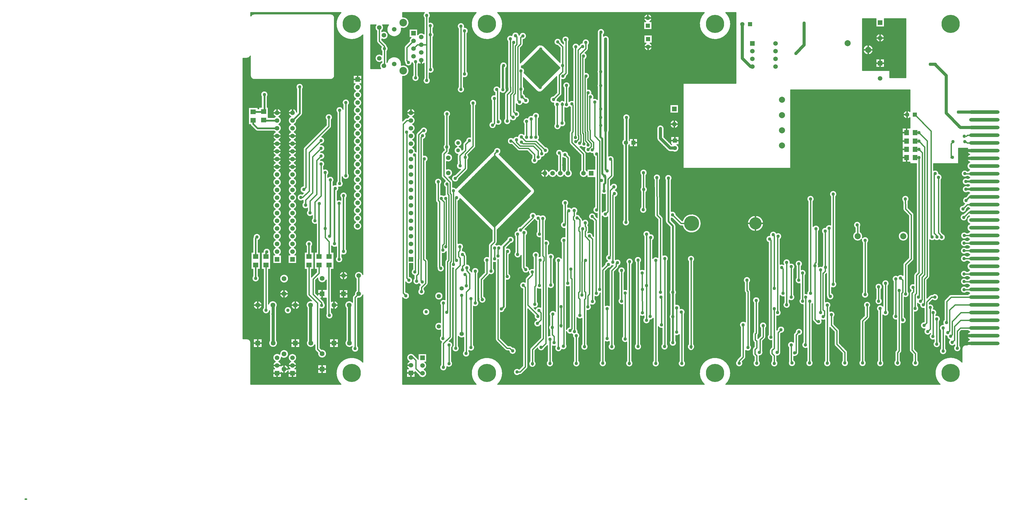
<source format=gbl>
%FSLAX43Y43*%
%MOMM*%
G71*
G01*
G75*
G04 Layer_Physical_Order=2*
%ADD10C,0.300*%
%ADD11R,1.300X0.850*%
%ADD12R,3.000X1.500*%
%ADD13R,9.300X12.200*%
%ADD14C,0.250*%
%ADD15C,0.063*%
%ADD16R,1.800X1.600*%
%ADD17O,10.000X1.200*%
%ADD18R,1.600X1.800*%
%ADD19R,0.550X1.450*%
%ADD20R,0.550X1.450*%
%ADD21R,1.550X0.600*%
%ADD22R,2.200X0.600*%
%ADD23R,2.200X0.600*%
%ADD24R,4.000X3.000*%
%ADD25R,7.100X5.500*%
%ADD26R,1.600X1.000*%
%ADD27R,5.500X7.100*%
%ADD28R,1.000X1.600*%
%ADD29R,1.550X0.600*%
%ADD30R,1.700X0.600*%
%ADD31R,1.700X0.600*%
%ADD32R,0.600X2.200*%
%ADD33R,0.600X2.200*%
%ADD34R,3.000X4.000*%
%ADD35R,3.500X8.000*%
%ADD36R,0.850X1.300*%
%ADD37R,6.000X6.000*%
%ADD38R,2.700X2.500*%
%ADD39R,1.450X0.550*%
%ADD40R,1.450X0.550*%
%ADD41R,5.400X5.500*%
%ADD42C,0.500*%
%ADD43C,1.000*%
%ADD44C,0.400*%
%ADD45C,0.700*%
%ADD46C,0.600*%
%ADD47C,0.800*%
%ADD48R,1.500X1.500*%
%ADD49C,1.500*%
%ADD50C,6.000*%
%ADD51C,4.000*%
%ADD52R,1.600X1.600*%
%ADD53C,1.600*%
%ADD54R,1.400X1.400*%
%ADD55C,1.400*%
%ADD56C,2.000*%
%ADD57C,5.000*%
%ADD58C,2.500*%
%ADD59C,1.300*%
%ADD60C,1.100*%
%ADD61C,3.000*%
D10*
X28850Y99160D02*
G03*
X28263Y100300I-1400J0D01*
G01*
X28039Y97890D02*
G03*
X28850Y99160I-589J1270D01*
G01*
Y96620D02*
G03*
X28039Y97890I-1400J0D01*
G01*
Y95350D02*
G03*
X28850Y96620I-589J1270D01*
G01*
Y94080D02*
G03*
X28039Y95350I-1400J0D01*
G01*
Y92810D02*
G03*
X28850Y94080I-589J1270D01*
G01*
Y91540D02*
G03*
X28039Y92810I-1400J0D01*
G01*
Y90270D02*
G03*
X28850Y91540I-589J1270D01*
G01*
Y89000D02*
G03*
X28039Y90270I-1400J0D01*
G01*
Y87730D02*
G03*
X28850Y89000I-589J1270D01*
G01*
Y86460D02*
G03*
X28039Y87730I-1400J0D01*
G01*
Y85190D02*
G03*
X28850Y86460I-589J1270D01*
G01*
X21968Y123700D02*
G03*
X29200Y116367I3582J-3700D01*
G01*
X26637Y100300D02*
G03*
X26861Y97890I813J-1140D01*
G01*
G03*
X26861Y95350I589J-1270D01*
G01*
G03*
X26861Y92810I589J-1270D01*
G01*
G03*
X26861Y90270I589J-1270D01*
G01*
G03*
X26861Y87730I589J-1270D01*
G01*
G03*
X26861Y85190I589J-1270D01*
G01*
X28850Y83920D02*
G03*
X28039Y85190I-1400J0D01*
G01*
X26861D02*
G03*
X26861Y82650I589J-1270D01*
G01*
X28039D02*
G03*
X28850Y83920I-589J1270D01*
G01*
Y81380D02*
G03*
X28039Y82650I-1400J0D01*
G01*
Y80110D02*
G03*
X28850Y81380I-589J1270D01*
G01*
X26861Y82650D02*
G03*
X26861Y80110I589J-1270D01*
G01*
X28850Y78840D02*
G03*
X28039Y80110I-1400J0D01*
G01*
X26861D02*
G03*
X26861Y77570I589J-1270D01*
G01*
X28039D02*
G03*
X28850Y78840I-589J1270D01*
G01*
Y76300D02*
G03*
X28039Y77570I-1400J0D01*
G01*
Y75030D02*
G03*
X28850Y76300I-589J1270D01*
G01*
X26861Y77570D02*
G03*
X26861Y75030I589J-1270D01*
G01*
X28850Y73760D02*
G03*
X28039Y75030I-1400J0D01*
G01*
Y72490D02*
G03*
X28850Y73760I-589J1270D01*
G01*
Y71220D02*
G03*
X28039Y72490I-1400J0D01*
G01*
X26861Y75030D02*
G03*
X26861Y72490I589J-1270D01*
G01*
X28039Y69950D02*
G03*
X28850Y71220I-589J1270D01*
G01*
Y68680D02*
G03*
X28039Y69950I-1400J0D01*
G01*
Y67410D02*
G03*
X28850Y68680I-589J1270D01*
G01*
X26861Y72490D02*
G03*
X26861Y69950I589J-1270D01*
G01*
G03*
X26861Y67410I589J-1270D01*
G01*
X28850Y66140D02*
G03*
X28039Y67410I-1400J0D01*
G01*
Y64870D02*
G03*
X28850Y66140I-589J1270D01*
G01*
X26861Y67410D02*
G03*
X26861Y64870I589J-1270D01*
G01*
X28850Y63600D02*
G03*
X28039Y64870I-1400J0D01*
G01*
Y62330D02*
G03*
X28850Y63600I-589J1270D01*
G01*
X26861Y64870D02*
G03*
X26861Y62330I589J-1270D01*
G01*
X19900Y122000D02*
G03*
X18600Y123300I-1300J0D01*
G01*
X19900Y122000D02*
G03*
X18600Y123300I-1300J0D01*
G01*
Y101700D02*
G03*
X19900Y103000I0J1300D01*
G01*
X18600Y101700D02*
G03*
X19900Y103000I0J1300D01*
G01*
X24800Y94100D02*
G03*
X22700Y93306I-1200J0D01*
G01*
X24400Y93206D02*
G03*
X24800Y94100I-800J894D01*
G01*
X22700Y91943D02*
G03*
X20700Y90753I-1150J-343D01*
G01*
X19200Y89250D02*
G03*
X17150Y88403I-1200J0D01*
G01*
X18850D02*
G03*
X19200Y89250I-850J847D01*
G01*
X9350Y98517D02*
G03*
X9600Y99250I-950J733D01*
G01*
X9072Y89898D02*
G03*
X9350Y90570I-672J672D01*
G01*
X9072Y89898D02*
G03*
X9350Y90570I-672J672D01*
G01*
X24750Y70000D02*
G03*
X24400Y70847I-1200J0D01*
G01*
X18601Y85699D02*
G03*
X18850Y86300I-601J601D01*
G01*
X18601Y85699D02*
G03*
X18850Y86300I-601J601D01*
G01*
X17650Y70203D02*
G03*
X18000Y71050I-850J847D01*
G01*
X22400Y69657D02*
G03*
X24750Y70000I1150J343D01*
G01*
X22750Y67400D02*
G03*
X22400Y68247I-1200J0D01*
G01*
X21234Y66242D02*
G03*
X22750Y67400I316J1158D01*
G01*
X23750Y62656D02*
G03*
X24050Y63450I-900J794D01*
G01*
G03*
X21950Y62656I-1200J0D01*
G01*
X20700Y68247D02*
G03*
X20416Y67008I850J-847D01*
G01*
X19700Y68650D02*
G03*
X17650Y69497I-1200J0D01*
G01*
X19400Y67856D02*
G03*
X19700Y68650I-900J794D01*
G01*
X21300Y65850D02*
G03*
X21234Y66242I-1200J0D01*
G01*
X20800Y64875D02*
G03*
X21300Y65850I-700J975D01*
G01*
X20416Y67008D02*
G03*
X19400Y66825I-316J-1158D01*
G01*
X16650Y81600D02*
G03*
X15680Y82778I-1200J0D01*
G01*
X15452Y80400D02*
G03*
X16650Y81600I-2J1200D01*
G01*
X15502Y77850D02*
G03*
X16700Y79050I-2J1200D01*
G01*
G03*
X15282Y80230I-1200J0D01*
G01*
X9849Y79351D02*
G03*
X9600Y78750I601J-601D01*
G01*
X9849Y79351D02*
G03*
X9600Y78750I601J-601D01*
G01*
X16700Y76500D02*
G03*
X15342Y77689I-1200J0D01*
G01*
X15502Y75300D02*
G03*
X16700Y76500I-2J1200D01*
G01*
X16350Y73106D02*
G03*
X16650Y73900I-900J794D01*
G01*
G03*
X15292Y75090I-1200J0D01*
G01*
X18000Y71050D02*
G03*
X16350Y72162I-1200J0D01*
G01*
X9600Y66641D02*
G03*
X9607Y64259I150J-1191D01*
G01*
X28850Y61060D02*
G03*
X28039Y62330I-1400J0D01*
G01*
Y59790D02*
G03*
X28850Y61060I-589J1270D01*
G01*
X26861Y62330D02*
G03*
X26861Y59790I589J-1270D01*
G01*
X28850Y58520D02*
G03*
X28039Y59790I-1400J0D01*
G01*
Y57250D02*
G03*
X28850Y58520I-589J1270D01*
G01*
X26861Y59790D02*
G03*
X26861Y57250I589J-1270D01*
G01*
X28850Y55980D02*
G03*
X28039Y57250I-1400J0D01*
G01*
X26861D02*
G03*
X26861Y54710I589J-1270D01*
G01*
X28039D02*
G03*
X28850Y55980I-589J1270D01*
G01*
Y53440D02*
G03*
X28039Y54710I-1400J0D01*
G01*
X26861D02*
G03*
X28850Y53440I589J-1270D01*
G01*
X29200Y37466D02*
G03*
X27001Y35979I-1349J-374D01*
G01*
X21950Y61967D02*
G03*
X20800Y61939I-550J-1067D01*
G01*
X24050Y45050D02*
G03*
X23750Y45844I-1200J0D01*
G01*
X22300Y43983D02*
G03*
X24050Y45050I550J1067D01*
G01*
X22600Y42500D02*
G03*
X22300Y43294I-1200J0D01*
G01*
X20500D02*
G03*
X22600Y42500I900J-794D01*
G01*
X24251Y37091D02*
G03*
X24251Y37091I-1400J0D01*
G01*
X27665Y29704D02*
G03*
X29200Y30717I186J1388D01*
G01*
X27001Y32204D02*
G03*
X26463Y30906I850J-1112D01*
G01*
X26049Y30491D02*
G03*
X25800Y29890I601J-601D01*
G01*
X26049Y30491D02*
G03*
X25800Y29890I601J-601D01*
G01*
X27850Y13050D02*
G03*
X27500Y13897I-1200J0D01*
G01*
X25673Y13746D02*
G03*
X27850Y13050I977J-696D01*
G01*
X25800Y28339D02*
G03*
X23633Y26413I-1097J-948D01*
G01*
Y15774D02*
G03*
X25673Y13746I1150J-883D01*
G01*
X29200Y8633D02*
G03*
X21968Y1300I-3650J-3633D01*
G01*
X18975Y46835D02*
G03*
X20500Y46561I925J765D01*
G01*
X14361Y36259D02*
G03*
X17150Y35632I1448J-76D01*
G01*
X12600Y56047D02*
G03*
X13917Y54095I850J-847D01*
G01*
X11000Y58597D02*
G03*
X12600Y56813I850J-847D01*
G01*
X12700Y47550D02*
G03*
X10609Y46746I-1200J0D01*
G01*
X12409Y46767D02*
G03*
X12700Y47550I-909J783D01*
G01*
X9292Y63944D02*
G03*
X9500Y61875I-492J-1094D01*
G01*
Y61147D02*
G03*
X11000Y59291I850J-847D01*
G01*
X21153Y27391D02*
G03*
X18850Y28564I-1450J0D01*
G01*
Y26219D02*
G03*
X21153Y27391I853J1173D01*
G01*
X19400Y24000D02*
G03*
X18850Y25009I-1200J0D01*
G01*
X17150Y24581D02*
G03*
X19400Y24000I1050J-581D01*
G01*
X16500Y28150D02*
G03*
X16251Y28751I-850J0D01*
G01*
X16500Y28150D02*
G03*
X16251Y28751I-850J0D01*
G01*
X16850Y27300D02*
G03*
X16500Y28147I-1200J0D01*
G01*
X17259Y11383D02*
G03*
X15579Y12815I-1450J0D01*
G01*
X15100Y26233D02*
G03*
X16850Y27300I550J1067D01*
G01*
X12348Y28799D02*
G03*
X10853Y26508I-345J-1408D01*
G01*
X10659Y30841D02*
G03*
X10908Y30240I850J0D01*
G01*
X10659Y30841D02*
G03*
X10908Y30240I850J0D01*
G01*
X14377Y11613D02*
G03*
X17259Y11383I1432J-230D01*
G01*
X10853Y15659D02*
G03*
X13400Y14285I1230J-768D01*
G01*
Y12942D02*
G03*
X13649Y12341I850J0D01*
G01*
X13400Y12942D02*
G03*
X13649Y12341I850J0D01*
G01*
X9600Y99250D02*
G03*
X7450Y98517I-1200J0D01*
G01*
X6639Y86950D02*
G03*
X7450Y88220I-589J1270D01*
G01*
X7437Y90950D02*
G03*
X5461Y89490I-1387J-190D01*
G01*
X7450Y85680D02*
G03*
X6639Y86950I-1400J0D01*
G01*
Y84410D02*
G03*
X7450Y85680I-589J1270D01*
G01*
X5461Y89490D02*
G03*
X5461Y86950I589J-1270D01*
G01*
G03*
X5461Y84410I589J-1270D01*
G01*
X7450Y83140D02*
G03*
X6639Y84410I-1400J0D01*
G01*
Y81870D02*
G03*
X7450Y83140I-589J1270D01*
G01*
Y80600D02*
G03*
X6639Y81870I-1400J0D01*
G01*
Y79330D02*
G03*
X7450Y80600I-589J1270D01*
G01*
Y78060D02*
G03*
X6639Y79330I-1400J0D01*
G01*
Y76790D02*
G03*
X7450Y78060I-589J1270D01*
G01*
Y75520D02*
G03*
X6639Y76790I-1400J0D01*
G01*
Y74250D02*
G03*
X7450Y75520I-589J1270D01*
G01*
X5461Y84410D02*
G03*
X5461Y81870I589J-1270D01*
G01*
G03*
X5461Y79330I589J-1270D01*
G01*
G03*
X5461Y76790I589J-1270D01*
G01*
G03*
X5461Y74250I589J-1270D01*
G01*
X7450Y72980D02*
G03*
X6639Y74250I-1400J0D01*
G01*
Y71710D02*
G03*
X7450Y72980I-589J1270D01*
G01*
Y70440D02*
G03*
X6639Y71710I-1400J0D01*
G01*
Y69170D02*
G03*
X7450Y70440I-589J1270D01*
G01*
Y67900D02*
G03*
X6639Y69170I-1400J0D01*
G01*
Y66630D02*
G03*
X7450Y67900I-589J1270D01*
G01*
Y65360D02*
G03*
X6639Y66630I-1400J0D01*
G01*
Y64090D02*
G03*
X7450Y65360I-589J1270D01*
G01*
Y62820D02*
G03*
X6639Y64090I-1400J0D01*
G01*
Y61550D02*
G03*
X7450Y62820I-589J1270D01*
G01*
Y60280D02*
G03*
X6639Y61550I-1400J0D01*
G01*
Y59010D02*
G03*
X7450Y60280I-589J1270D01*
G01*
Y57740D02*
G03*
X6639Y59010I-1400J0D01*
G01*
Y56470D02*
G03*
X7450Y57740I-589J1270D01*
G01*
Y55200D02*
G03*
X6639Y56470I-1400J0D01*
G01*
Y53930D02*
G03*
X7450Y55200I-589J1270D01*
G01*
Y52660D02*
G03*
X6639Y53930I-1400J0D01*
G01*
Y51390D02*
G03*
X7450Y52660I-589J1270D01*
G01*
X5461Y74250D02*
G03*
X5461Y71710I589J-1270D01*
G01*
G03*
X5461Y69170I589J-1270D01*
G01*
G03*
X5461Y66630I589J-1270D01*
G01*
G03*
X5461Y64090I589J-1270D01*
G01*
G03*
X5461Y61550I589J-1270D01*
G01*
G03*
X5461Y59010I589J-1270D01*
G01*
G03*
X5461Y56470I589J-1270D01*
G01*
G03*
X5461Y53930I589J-1270D01*
G01*
G03*
X5461Y51390I589J-1270D01*
G01*
X-2000Y96750D02*
G03*
X-4150Y96017I-1200J0D01*
G01*
X-2250D02*
G03*
X-2000Y96750I-950J733D01*
G01*
X1589Y89490D02*
G03*
X2400Y90760I-589J1270D01*
G01*
G03*
X411Y89490I-1400J0D01*
G01*
G03*
X-28Y89170I589J-1270D01*
G01*
X2400Y88220D02*
G03*
X1589Y89490I-1400J0D01*
G01*
Y86950D02*
G03*
X2400Y88220I-589J1270D01*
G01*
Y85680D02*
G03*
X1589Y86950I-1400J0D01*
G01*
Y84410D02*
G03*
X2400Y85680I-589J1270D01*
G01*
Y83140D02*
G03*
X1589Y84410I-1400J0D01*
G01*
X-28Y84730D02*
G03*
X411Y84410I1028J950D01*
G01*
G03*
X411Y81870I589J-1270D01*
G01*
X-6500Y123300D02*
G03*
X-7650Y122606I0J-1300D01*
G01*
X-6500Y123300D02*
G03*
X-7650Y122606I0J-1300D01*
G01*
X-7800Y103000D02*
G03*
X-6500Y101700I1300J0D01*
G01*
X-7800Y103000D02*
G03*
X-6500Y101700I1300J0D01*
G01*
X-8950Y108700D02*
G03*
X-7800Y109394I0J1300D01*
G01*
X-8950Y108700D02*
G03*
X-7800Y109394I0J1300D01*
G01*
X-6152Y85008D02*
G03*
X-5480Y84730I672J672D01*
G01*
X-6152Y85008D02*
G03*
X-5480Y84730I672J672D01*
G01*
X-7781Y86838D02*
G03*
X-7528Y86385I924J219D01*
G01*
X-7781Y86838D02*
G03*
X-7528Y86385I924J219D01*
G01*
X1589Y81870D02*
G03*
X2400Y83140I-589J1270D01*
G01*
Y80600D02*
G03*
X1589Y81870I-1400J0D01*
G01*
Y79330D02*
G03*
X2400Y80600I-589J1270D01*
G01*
Y78060D02*
G03*
X1589Y79330I-1400J0D01*
G01*
X411Y81870D02*
G03*
X411Y79330I589J-1270D01*
G01*
G03*
X411Y76790I589J-1270D01*
G01*
X1589D02*
G03*
X2400Y78060I-589J1270D01*
G01*
X2400Y75520D02*
G03*
X1589Y76790I-1400J0D01*
G01*
Y74250D02*
G03*
X2400Y75520I-589J1270D01*
G01*
X411Y76790D02*
G03*
X411Y74250I589J-1270D01*
G01*
X2400Y72980D02*
G03*
X1589Y74250I-1400J0D01*
G01*
X1589Y71710D02*
G03*
X2400Y72980I-589J1270D01*
G01*
X411Y74250D02*
G03*
X411Y71710I589J-1270D01*
G01*
X2400Y70440D02*
G03*
X1589Y71710I-1400J0D01*
G01*
Y69170D02*
G03*
X2400Y70440I-589J1270D01*
G01*
Y67900D02*
G03*
X1589Y69170I-1400J0D01*
G01*
Y66630D02*
G03*
X2400Y67900I-589J1270D01*
G01*
Y65360D02*
G03*
X1589Y66630I-1400J0D01*
G01*
Y64090D02*
G03*
X2400Y65360I-589J1270D01*
G01*
Y62820D02*
G03*
X1589Y64090I-1400J0D01*
G01*
Y61550D02*
G03*
X2400Y62820I-589J1270D01*
G01*
Y60280D02*
G03*
X1589Y61550I-1400J0D01*
G01*
Y59010D02*
G03*
X2400Y60280I-589J1270D01*
G01*
Y57740D02*
G03*
X1589Y59010I-1400J0D01*
G01*
Y56470D02*
G03*
X2400Y57740I-589J1270D01*
G01*
Y55200D02*
G03*
X1589Y56470I-1400J0D01*
G01*
Y53930D02*
G03*
X2400Y55200I-589J1270D01*
G01*
Y52660D02*
G03*
X1589Y53930I-1400J0D01*
G01*
Y51390D02*
G03*
X2400Y52660I-589J1270D01*
G01*
X411Y71710D02*
G03*
X411Y69170I589J-1270D01*
G01*
G03*
X411Y66630I589J-1270D01*
G01*
G03*
X411Y64090I589J-1270D01*
G01*
G03*
X411Y61550I589J-1270D01*
G01*
G03*
X411Y59010I589J-1270D01*
G01*
G03*
X411Y56470I589J-1270D01*
G01*
G03*
X411Y53930I589J-1270D01*
G01*
G03*
X411Y51390I589J-1270D01*
G01*
X7450Y50120D02*
G03*
X6639Y51390I-1400J0D01*
G01*
Y48850D02*
G03*
X7450Y50120I-589J1270D01*
G01*
Y47580D02*
G03*
X6639Y48850I-1400J0D01*
G01*
Y46310D02*
G03*
X7450Y47580I-589J1270D01*
G01*
X6863Y43900D02*
G03*
X7450Y45040I-813J1140D01*
G01*
G03*
X6639Y46310I-1400J0D01*
G01*
X5461Y51390D02*
G03*
X5461Y48850I589J-1270D01*
G01*
G03*
X5461Y46310I589J-1270D01*
G01*
G03*
X5237Y43900I589J-1270D01*
G01*
X8453Y27391D02*
G03*
X8453Y27391I-1450J0D01*
G01*
X2400Y50120D02*
G03*
X1589Y51390I-1400J0D01*
G01*
Y48850D02*
G03*
X2400Y50120I-589J1270D01*
G01*
Y47580D02*
G03*
X1589Y48850I-1400J0D01*
G01*
Y46310D02*
G03*
X2400Y47580I-589J1270D01*
G01*
X1813Y43900D02*
G03*
X2400Y45040I-813J1140D01*
G01*
G03*
X1589Y46310I-1400J0D01*
G01*
X4759Y36103D02*
G03*
X4759Y36103I-1450J0D01*
G01*
Y31103D02*
G03*
X4759Y31103I-1450J0D01*
G01*
X1053Y27391D02*
G03*
X-1800Y27757I-1450J0D01*
G01*
X5750Y25700D02*
G03*
X5750Y25700I-1200J0D01*
G01*
X6628Y8801D02*
G03*
X7439Y10071I-589J1270D01*
G01*
G03*
X5450Y8801I-1400J0D01*
G01*
X7439Y7531D02*
G03*
X6628Y8801I-1400J0D01*
G01*
X5450D02*
G03*
X5226Y6391I589J-1270D01*
G01*
X6852D02*
G03*
X7439Y7531I-813J1140D01*
G01*
X1133Y14891D02*
G03*
X833Y15774I-1450J0D01*
G01*
X2384Y10186D02*
G03*
X4759Y11303I925J1117D01*
G01*
X4756Y6391D02*
G03*
X2385Y7420I-1447J-88D01*
G01*
X2389Y5182D02*
G03*
X4639Y5726I920J1121D01*
G01*
X4759Y11303D02*
G03*
X1866Y11163I-1450J0D01*
G01*
X2389Y10071D02*
G03*
X2384Y10186I-1400J0D01*
G01*
X-1467Y15774D02*
G03*
X1133Y14891I1150J-883D01*
G01*
X1578Y8801D02*
G03*
X2389Y10071I-589J1270D01*
G01*
X1866Y11163D02*
G03*
X400Y8801I-877J-1092D01*
G01*
X2385Y7420D02*
G03*
X2389Y7531I-1396J111D01*
G01*
G03*
X1578Y8801I-1400J0D01*
G01*
X411Y51390D02*
G03*
X411Y48850I589J-1270D01*
G01*
G03*
X411Y46310I589J-1270D01*
G01*
G03*
X187Y43900I589J-1270D01*
G01*
X-1205Y44838D02*
G03*
X-1200Y44950I-1195J112D01*
G01*
G03*
X-3595Y44838I-1200J0D01*
G01*
X-5157Y48706D02*
G03*
X-4450Y49800I-493J1094D01*
G01*
G03*
X-6850Y49819I-1200J0D01*
G01*
G03*
X-6957Y49393I793J-425D01*
G01*
X-6850Y49819D02*
G03*
X-6957Y49393I793J-425D01*
G01*
X-4850Y36200D02*
G03*
X-5157Y37001I-1200J0D01*
G01*
X-6957Y36986D02*
G03*
X-4850Y36200I907J-786D01*
G01*
X833Y26623D02*
G03*
X1053Y27391I-1230J768D01*
G01*
X-3500Y26547D02*
G03*
X-1467Y25499I850J-847D01*
G01*
X850Y24400D02*
G03*
X833Y24601I-1200J0D01*
G01*
Y24199D02*
G03*
X850Y24400I-1183J201D01*
G01*
X-1467Y24839D02*
G03*
X-1467Y23961I1117J-439D01*
G01*
X-3947Y27391D02*
G03*
X-3947Y27391I-1450J0D01*
G01*
X400Y8801D02*
G03*
X176Y6391I589J-1270D01*
G01*
X-7650Y15000D02*
G03*
X-8950Y16300I-1300J0D01*
G01*
X-7650Y15000D02*
G03*
X-8950Y16300I-1300J0D01*
G01*
X228067Y79050D02*
G03*
X228746Y77025I1122J-750D01*
G01*
G03*
X228746Y74475I444J-1275D01*
G01*
G03*
X228711Y71937I444J-1275D01*
G01*
G03*
X228141Y71525I478J-1263D01*
G01*
Y69825D02*
G03*
X228746Y69400I1049J850D01*
G01*
G03*
X228282Y69125I444J-1275D01*
G01*
Y67125D02*
G03*
X228711Y66862I907J1000D01*
G01*
Y66862D02*
G03*
X228231Y66550I478J-1263D01*
G01*
X228340Y64550D02*
G03*
X228711Y64337I849J1050D01*
G01*
G03*
X227893Y63451I478J-1263D01*
G01*
X228022Y71525D02*
G03*
X227971Y69825I-872J-825D01*
G01*
X228074Y69125D02*
G03*
X228149Y67125I-624J-1025D01*
G01*
X228163Y66550D02*
G03*
X228163Y64550I-663J-1000D01*
G01*
X209100Y91104D02*
G03*
X209100Y89112I-911J-996D01*
G01*
X219300Y68653D02*
G03*
X219650Y69500I-850J847D01*
G01*
G03*
X218600Y70691I-1200J0D01*
G01*
X218600Y70700D02*
G03*
X216900Y71791I-1200J0D01*
G01*
X227514Y63072D02*
G03*
X227050Y60803I75J-1198D01*
G01*
X228216Y59564D02*
G03*
X228746Y59225I973J936D01*
G01*
Y59225D02*
G03*
X228076Y58713I444J-1275D01*
G01*
X226498Y60250D02*
G03*
X227700Y59048I2J-1200D01*
G01*
X228076Y58713D02*
G03*
X227849Y58551I374J-763D01*
G01*
X228076Y58713D02*
G03*
X227849Y58551I374J-763D01*
G01*
X228494Y56792D02*
G03*
X228711Y56687I695J1157D01*
G01*
Y56687D02*
G03*
X227952Y55965I478J-1263D01*
G01*
X227896Y55811D02*
G03*
X228746Y54150I1294J-386D01*
G01*
X227952Y55965D02*
G03*
X228000Y56298I-1152J335D01*
G01*
X226798Y57500D02*
G03*
X227896Y55811I2J-1200D01*
G01*
X208463Y61516D02*
G03*
X208800Y62350I-863J834D01*
G01*
G03*
X206763Y61490I-1200J0D01*
G01*
X210400Y57150D02*
G03*
X210151Y57751I-850J0D01*
G01*
X210400Y57150D02*
G03*
X210151Y57751I-850J0D01*
G01*
X206800Y59037D02*
G03*
X207049Y58449I850J13D01*
G01*
X206800Y59037D02*
G03*
X207049Y58449I850J13D01*
G01*
X184700Y63103D02*
G03*
X185050Y63950I-850J847D01*
G01*
G03*
X183000Y63103I-1200J0D01*
G01*
X192950Y53800D02*
G03*
X191047Y52827I-1200J0D01*
G01*
X177250Y61503D02*
G03*
X177600Y62350I-850J847D01*
G01*
G03*
X175550Y61503I-1200J0D01*
G01*
X228746Y54150D02*
G03*
X228746Y51600I444J-1275D01*
G01*
G03*
X228141Y51175I444J-1275D01*
G01*
Y49475D02*
G03*
X228679Y49075I1049J850D01*
G01*
X227772Y51175D02*
G03*
X227821Y49475I-822J-875D01*
G01*
X228679Y49075D02*
G03*
X228141Y48675I510J-1250D01*
G01*
Y46975D02*
G03*
X228746Y46550I1049J850D01*
G01*
G03*
X228162Y46150I444J-1275D01*
G01*
X228121Y44450D02*
G03*
X228746Y44000I1069J825D01*
G01*
X227722Y48675D02*
G03*
X227771Y46975I-822J-875D01*
G01*
X227747Y46150D02*
G03*
X227747Y44450I-847J-850D01*
G01*
X220750Y49750D02*
G03*
X219906Y50896I-1200J0D01*
G01*
X218722Y48881D02*
G03*
X220750Y49750I828J869D01*
G01*
X217175Y48884D02*
G03*
X218722Y48881I775J916D01*
G01*
X215600Y48906D02*
G03*
X217175Y48884I800J894D01*
G01*
X208547Y50112D02*
G03*
X208547Y50112I-1650J0D01*
G01*
X195200Y47903D02*
G03*
X195550Y48750I-850J847D01*
G01*
X228746Y44000D02*
G03*
X228141Y43575I444J-1275D01*
G01*
Y41875D02*
G03*
X228746Y41450I1049J850D01*
G01*
Y41450D02*
G03*
X228711Y38912I444J-1275D01*
G01*
X227722Y43575D02*
G03*
X227771Y41875I-822J-875D01*
G01*
X228711Y38912D02*
G03*
X228141Y38500I478J-1263D01*
G01*
Y36800D02*
G03*
X228746Y36375I1049J850D01*
G01*
X227747Y38500D02*
G03*
X227747Y36800I-847J-850D01*
G01*
X228746Y36375D02*
G03*
X228141Y35950I444J-1275D01*
G01*
Y34250D02*
G03*
X228711Y33837I1049J850D01*
G01*
X227795Y35950D02*
G03*
X227693Y34250I-895J-800D01*
G01*
X215351Y36299D02*
G03*
X215600Y36900I-601J601D01*
G01*
X215351Y36299D02*
G03*
X215600Y36900I-601J601D01*
G01*
X210151Y42049D02*
G03*
X210400Y42650I-601J601D01*
G01*
X210151Y42049D02*
G03*
X210400Y42650I-601J601D01*
G01*
X207049Y41351D02*
G03*
X206800Y40750I601J-601D01*
G01*
X207049Y41351D02*
G03*
X206800Y40750I601J-601D01*
G01*
X210649Y37851D02*
G03*
X210400Y37250I601J-601D01*
G01*
X210649Y37851D02*
G03*
X210400Y37250I601J-601D01*
G01*
X206800Y37194D02*
G03*
X205053Y37037I-800J-894D01*
G01*
G03*
X203600Y35153I-603J-1037D01*
G01*
X192747Y53133D02*
G03*
X192950Y53800I-997J667D01*
G01*
X193547Y50112D02*
G03*
X192747Y51527I-1650J0D01*
G01*
X191047D02*
G03*
X193203Y49104I850J-1414D01*
G01*
X183000Y53791D02*
G03*
X181336Y52992I-500J-1091D01*
G01*
G03*
X180384Y50921I-136J-1192D01*
G01*
X193444Y49536D02*
G03*
X193547Y50112I-1546J576D01*
G01*
X195550Y48750D02*
G03*
X193444Y49536I-1200J0D01*
G01*
X193203Y49104D02*
G03*
X193500Y47903I1147J-354D01*
G01*
X179400Y52550D02*
G03*
X177250Y53283I-1200J0D01*
G01*
X179050Y51703D02*
G03*
X179400Y52550I-850J847D01*
G01*
X185050Y34250D02*
G03*
X184700Y35097I-1200J0D01*
G01*
X178904Y40924D02*
G03*
X179050Y41400I-704J476D01*
G01*
X179050Y40350D02*
G03*
X178904Y40924I-1200J0D01*
G01*
X180384Y40511D02*
G03*
X180187Y40097I966J-711D01*
G01*
X178987Y39965D02*
G03*
X179050Y40350I-1137J385D01*
G01*
X180187Y40097D02*
G03*
X178987Y39965I-487J-1097D01*
G01*
X173400Y40153D02*
G03*
X173750Y41000I-850J847D01*
G01*
X169725Y41205D02*
G03*
X169750Y41450I-1175J245D01*
G01*
G03*
X167587Y40734I-1200J0D01*
G01*
X173750Y41000D02*
G03*
X171700Y40153I-1200J0D01*
G01*
X174950Y37950D02*
G03*
X173400Y39098I-1200J0D01*
G01*
X171250Y40050D02*
G03*
X169725Y41205I-1200J0D01*
G01*
X170900Y39203D02*
G03*
X171250Y40050I-850J847D01*
G01*
X174600Y37103D02*
G03*
X174950Y37950I-850J847D01*
G01*
X171700Y36447D02*
G03*
X172900Y34452I850J-847D01*
G01*
X150150Y120000D02*
G03*
X148582Y123700I-5150J0D01*
G01*
X141418D02*
G03*
X150150Y120000I3582J-3700D01*
G01*
X132993Y87001D02*
G03*
X132993Y87001I-1400J0D01*
G01*
X128200Y85207D02*
G03*
X128250Y85550I-1150J343D01*
G01*
X133142Y79089D02*
G03*
X132499Y80239I-1350J0D01*
G01*
X131066Y77950D02*
G03*
X133142Y79089I725J1139D01*
G01*
X129437Y78287D02*
G03*
X130250Y77950I813J813D01*
G01*
X129436Y78288D02*
G03*
X130250Y77950I814J812D01*
G01*
X130850Y69250D02*
G03*
X128700Y68517I-1200J0D01*
G01*
X130600D02*
G03*
X130850Y69250I-950J733D01*
G01*
X128250Y85550D02*
G03*
X125900Y85207I-1200J0D01*
G01*
Y82300D02*
G03*
X126237Y81487I1150J0D01*
G01*
X125900Y82300D02*
G03*
X126238Y81486I1150J0D01*
G01*
X123615Y120812D02*
G03*
X124258Y121962I-707J1150D01*
G01*
G03*
X122201Y120812I-1350J0D01*
G01*
X124341Y112488D02*
G03*
X123698Y113638I-1350J0D01*
G01*
X122284D02*
G03*
X124341Y112488I707J-1150D01*
G01*
X116800Y88467D02*
G03*
X117050Y89200I-950J733D01*
G01*
G03*
X114900Y88467I-1200J0D01*
G01*
X116650Y79962D02*
G03*
X116838Y80202I-962J947D01*
G01*
X114900Y82005D02*
G03*
X114750Y79938I788J-1096D01*
G01*
X127100Y69400D02*
G03*
X125053Y68550I-1200J0D01*
G01*
X126753Y68556D02*
G03*
X127100Y69400I-853J844D01*
G01*
X122700Y71000D02*
G03*
X120650Y70153I-1200J0D01*
G01*
X122350D02*
G03*
X122700Y71000I-850J847D01*
G01*
X122762Y65462D02*
G03*
X122350Y66368I-1200J0D01*
G01*
Y64557D02*
G03*
X122762Y65462I-788J905D01*
G01*
X120650Y66242D02*
G03*
X120650Y64683I912J-779D01*
G01*
X112235Y65252D02*
G03*
X112950Y66350I-485J1098D01*
G01*
X113100Y64100D02*
G03*
X112235Y65252I-1200J0D01*
G01*
X160955Y54291D02*
G03*
X160955Y54291I-2650J0D01*
G01*
X140455D02*
G03*
X134272Y55141I-3150J0D01*
G01*
Y53441D02*
G03*
X140455Y54291I3033J850D01*
G01*
X132200Y57152D02*
G03*
X130600Y58281I-1200J-2D01*
G01*
X133258Y53690D02*
G03*
X133859Y53441I601J601D01*
G01*
X133258Y53690D02*
G03*
X133859Y53441I601J601D01*
G01*
X132100Y53500D02*
G03*
X131822Y54172I-950J0D01*
G01*
X132100Y53500D02*
G03*
X131822Y54172I-950J0D01*
G01*
X166950Y50050D02*
G03*
X165206Y51120I-1200J0D01*
G01*
G03*
X162967Y50350I-1056J-570D01*
G01*
X166400Y49041D02*
G03*
X166950Y50050I-650J1009D01*
G01*
X162967Y50350D02*
G03*
X162550Y48019I-17J-1200D01*
G01*
X130600Y56019D02*
G03*
X130998Y55950I400J1131D01*
G01*
X127900Y55900D02*
G03*
X127651Y56501I-850J0D01*
G01*
X127900Y55900D02*
G03*
X127651Y56501I-850J0D01*
G01*
X125100Y56998D02*
G03*
X125349Y56399I850J2D01*
G01*
X125100Y56997D02*
G03*
X125349Y56399I850J3D01*
G01*
X128700Y55000D02*
G03*
X128978Y54328I950J0D01*
G01*
X128700Y55000D02*
G03*
X128978Y54328I950J0D01*
G01*
X167587Y40734D02*
G03*
X166400Y40841I-687J-984D01*
G01*
X137950Y41753D02*
G03*
X138300Y42600I-850J847D01*
G01*
G03*
X136250Y41753I-1200J0D01*
G01*
X156350Y34753D02*
G03*
X156700Y35600I-850J847D01*
G01*
G03*
X154650Y34753I-1200J0D01*
G01*
X129300Y41903D02*
G03*
X129650Y42750I-850J847D01*
G01*
G03*
X127900Y43817I-1200J0D01*
G01*
X122600Y58800D02*
G03*
X122350Y59533I-1200J0D01*
G01*
X120650Y59737D02*
G03*
X122600Y58800I750J-937D01*
G01*
X125050Y49700D02*
G03*
X123697Y50890I-1200J0D01*
G01*
X124500Y48691D02*
G03*
X125050Y49700I-650J1009D01*
G01*
X123697Y50890D02*
G03*
X121650Y49953I-1197J-90D01*
G01*
X112200Y62938D02*
G03*
X113100Y64100I-300J1162D01*
G01*
X116900Y54650D02*
G03*
X116650Y55383I-1200J0D01*
G01*
X114750D02*
G03*
X116900Y54650I950J-733D01*
G01*
X126200Y43075D02*
G03*
X124500Y42763I-700J-975D01*
G01*
X120850Y42250D02*
G03*
X118800Y41403I-1200J0D01*
G01*
X120500D02*
G03*
X120850Y42250I-850J847D01*
G01*
X121650Y39039D02*
G03*
X120500Y39067I-600J-1039D01*
G01*
X118100Y41700D02*
G03*
X115950Y40967I-1200J0D01*
G01*
X117650Y40763D02*
G03*
X118100Y41700I-750J937D01*
G01*
X114100Y41400D02*
G03*
X112213Y42384I-1200J0D01*
G01*
X113350Y40288D02*
G03*
X114100Y41400I-450J1112D01*
G01*
X115450Y38800D02*
G03*
X113450Y37906I-1200J0D01*
G01*
X113101Y39599D02*
G03*
X113350Y40200I-601J601D01*
G01*
X113101Y39599D02*
G03*
X113350Y40200I-601J601D01*
G01*
X115150Y38006D02*
G03*
X115450Y38800I-900J794D01*
G01*
X228711Y33837D02*
G03*
X228084Y33350I478J-1263D01*
G01*
X227747D02*
G03*
X227747Y31650I-847J-850D01*
G01*
X228206D02*
G03*
X228711Y31312I984J925D01*
G01*
G03*
X228141Y30900I478J-1263D01*
G01*
X222650D02*
G03*
X222049Y30651I0J-850D01*
G01*
X222650Y30900D02*
G03*
X222049Y30651I0J-850D01*
G01*
X220599Y29201D02*
G03*
X220350Y28600I601J-601D01*
G01*
X220599Y29201D02*
G03*
X220350Y28600I601J-601D01*
G01*
X218500Y30000D02*
G03*
X216453Y30850I-1200J0D01*
G01*
X216504Y29102D02*
G03*
X218500Y30000I796J898D01*
G01*
X210400Y34412D02*
G03*
X209450Y32241I-300J-1162D01*
G01*
X209149Y31851D02*
G03*
X208900Y31250I601J-601D01*
G01*
X209149Y31851D02*
G03*
X208900Y31250I601J-601D01*
G01*
X216200Y30850D02*
G03*
X215599Y30601I0J-850D01*
G01*
X216200Y30850D02*
G03*
X215599Y30601I0J-850D01*
G01*
X201900Y33703D02*
G03*
X202250Y34550I-850J847D01*
G01*
X208850Y31050D02*
G03*
X208500Y31897I-1200J0D01*
G01*
X207200Y29938D02*
G03*
X208850Y31050I450J1112D01*
G01*
X211650Y27967D02*
G03*
X212303Y27537I950J733D01*
G01*
X217600Y24053D02*
G03*
X217950Y24900I-850J847D01*
G01*
X216839Y26097D02*
G03*
X216950Y26600I-1089J503D01*
G01*
G03*
X215450Y27762I-1200J0D01*
G01*
X212303Y27537D02*
G03*
X213750Y26276I1197J-87D01*
G01*
X212000Y26300D02*
G03*
X211650Y27147I-1200J0D01*
G01*
X210600Y25117D02*
G03*
X212000Y26300I200J1183D01*
G01*
X217950Y24900D02*
G03*
X216839Y26097I-1200J0D01*
G01*
X218750Y22003D02*
G03*
X219100Y22850I-850J847D01*
G01*
X220350Y22587D02*
G03*
X220062Y21048I750J-937D01*
G01*
G03*
X219150Y19003I-62J-1198D01*
G01*
X219100Y22850D02*
G03*
X217600Y24012I-1200J0D01*
G01*
X213748Y21900D02*
G03*
X214038Y19535I2J-1200D01*
G01*
X202250Y24950D02*
G03*
X201900Y25797I-1200J0D01*
G01*
X203600Y24497D02*
G03*
X204700Y22476I850J-847D01*
G01*
X200173Y24131D02*
G03*
X202250Y24950I877J819D01*
G01*
X207900Y22450D02*
G03*
X207200Y23541I-1200J0D01*
G01*
X206400Y21288D02*
G03*
X207900Y22450I300J1162D01*
G01*
X202250Y34550D02*
G03*
X200200Y33703I-1200J0D01*
G01*
X199650Y32553D02*
G03*
X200000Y33400I-850J847D01*
G01*
G03*
X197950Y32553I-1200J0D01*
G01*
X195550Y30850D02*
G03*
X195200Y31697I-1200J0D01*
G01*
X193500D02*
G03*
X195550Y30850I850J-847D01*
G01*
X200000Y28700D02*
G03*
X199650Y29547I-1200J0D01*
G01*
X197950D02*
G03*
X200000Y28700I850J-847D01*
G01*
X200200Y27094D02*
G03*
X198473Y25430I-900J-794D01*
G01*
X195850Y26603D02*
G03*
X196200Y27450I-850J847D01*
G01*
G03*
X194150Y26603I-1200J0D01*
G01*
X183350Y33159D02*
G03*
X185050Y34250I500J1091D01*
G01*
X184100Y30300D02*
G03*
X183350Y31412I-1200J0D01*
G01*
X175550Y32097D02*
G03*
X175206Y31129I850J-847D01*
G01*
X182750Y26553D02*
G03*
X183100Y27400I-850J847D01*
G01*
X181704Y30401D02*
G03*
X184100Y30300I1196J-101D01*
G01*
X181650Y30700D02*
G03*
X181704Y30401I850J0D01*
G01*
X175206Y31129D02*
G03*
X174600Y31183I-406J-1129D01*
G01*
X181650Y30700D02*
G03*
X181704Y30401I850J0D01*
G01*
X183100Y27400D02*
G03*
X181350Y28467I-1200J0D01*
G01*
X172900Y29494D02*
G03*
X173950Y27509I900J-794D01*
G01*
X195601Y22999D02*
G03*
X195850Y23600I-601J601D01*
G01*
X195601Y22999D02*
G03*
X195850Y23600I-601J601D01*
G01*
X192899Y22701D02*
G03*
X192650Y22100I601J-601D01*
G01*
X192899Y22701D02*
G03*
X192650Y22100I601J-601D01*
G01*
X184450Y24250D02*
G03*
X182750Y25341I-1200J0D01*
G01*
X184100Y23403D02*
G03*
X184450Y24250I-850J847D01*
G01*
X177000Y22700D02*
G03*
X177249Y22099I850J0D01*
G01*
X177000Y22700D02*
G03*
X177249Y22099I850J0D01*
G01*
X180083Y22517D02*
G03*
X181050Y22488I517J1083D01*
G01*
X180200Y22000D02*
G03*
X180083Y22517I-1200J0D01*
G01*
X177978Y21371D02*
G03*
X180200Y22000I1022J629D01*
G01*
X228141Y19000D02*
G03*
X228746Y18575I1049J850D01*
G01*
Y18575D02*
G03*
X228680Y16050I444J-1275D01*
G01*
X220850Y17291D02*
G03*
X221250Y17126I650J1009D01*
G01*
G03*
X222143Y15990I1200J24D01*
G01*
X228680Y16050D02*
G03*
X227935Y14300I510J-1250D01*
G01*
X222143Y15990D02*
G03*
X223800Y14256I857J-840D01*
G01*
X225850Y13200D02*
G03*
X225500Y14047I-1200J0D01*
G01*
X219100Y14550D02*
G03*
X218750Y15397I-1200J0D01*
G01*
X217050D02*
G03*
X219100Y14550I850J-847D01*
G01*
X215900Y17987D02*
G03*
X217050Y15919I750J-937D01*
G01*
X214038Y19535D02*
G03*
X215900Y18037I862J-835D01*
G01*
X227500Y14300D02*
G03*
X226200Y13000I0J-1300D01*
G01*
X227500Y14300D02*
G03*
X226200Y13000I0J-1300D01*
G01*
X223800Y14047D02*
G03*
X225850Y13200I850J-847D01*
G01*
X221200Y12250D02*
G03*
X220850Y13097I-1200J0D01*
G01*
X219150D02*
G03*
X221200Y12250I850J-847D01*
G01*
X226200Y8632D02*
G03*
X218970Y1300I-3700J-3582D01*
G01*
X211750Y11400D02*
G03*
X211501Y12001I-850J0D01*
G01*
X211750Y11400D02*
G03*
X211501Y12001I-850J0D01*
G01*
X208900Y12550D02*
G03*
X209149Y11949I850J0D01*
G01*
X208900Y12550D02*
G03*
X209149Y11949I850J0D01*
G01*
X206151Y11699D02*
G03*
X206400Y12300I-601J601D01*
G01*
X206151Y11699D02*
G03*
X206400Y12300I-601J601D01*
G01*
X204399Y12351D02*
G03*
X204150Y11750I601J-601D01*
G01*
X204399Y12351D02*
G03*
X204150Y11750I601J-601D01*
G01*
X212100Y8300D02*
G03*
X211750Y9147I-1200J0D01*
G01*
X210050D02*
G03*
X212100Y8300I850J-847D01*
G01*
X206200Y8350D02*
G03*
X205850Y9197I-1200J0D01*
G01*
X205000Y7150D02*
G03*
X206200Y8350I0J1200D01*
G01*
X204150Y9197D02*
G03*
X205000Y7150I850J-847D01*
G01*
X188550Y11850D02*
G03*
X188301Y12451I-850J0D01*
G01*
X188550Y11850D02*
G03*
X188301Y12451I-850J0D01*
G01*
X185900Y18950D02*
G03*
X185651Y19551I-850J0D01*
G01*
X185900Y18950D02*
G03*
X185651Y19551I-850J0D01*
G01*
X184200Y14500D02*
G03*
X184449Y13899I850J0D01*
G01*
X184200Y14500D02*
G03*
X184449Y13899I850J0D01*
G01*
X173950Y15194D02*
G03*
X175250Y13209I800J-894D01*
G01*
X200523Y8250D02*
G03*
X200173Y9097I-1200J0D01*
G01*
X198473D02*
G03*
X200523Y8250I850J-847D01*
G01*
X194700Y8300D02*
G03*
X194350Y9147I-1200J0D01*
G01*
X192650D02*
G03*
X194700Y8300I850J-847D01*
G01*
X188900D02*
G03*
X188550Y9147I-1200J0D01*
G01*
X186850D02*
G03*
X188900Y8300I850J-847D01*
G01*
X183100Y8250D02*
G03*
X182750Y9097I-1200J0D01*
G01*
X181050D02*
G03*
X183100Y8250I850J-847D01*
G01*
X177250Y8300D02*
G03*
X176950Y9094I-1200J0D01*
G01*
X175250Y9194D02*
G03*
X177250Y8300I800J-894D01*
G01*
X171250Y30000D02*
G03*
X170900Y30847I-1200J0D01*
G01*
X169400Y28991D02*
G03*
X171250Y30000I650J1009D01*
G01*
X166400Y30517D02*
G03*
X167700Y30102I950J733D01*
G01*
X169750Y27500D02*
G03*
X169400Y28347I-1200J0D01*
G01*
X167700D02*
G03*
X169750Y27500I850J-847D01*
G01*
X166750Y24900D02*
G03*
X166400Y25747I-1200J0D01*
G01*
X165350Y23717D02*
G03*
X166750Y24900I200J1183D01*
G01*
X156657Y31843D02*
G03*
X156408Y32444I-850J0D01*
G01*
X156657Y31843D02*
G03*
X156408Y32444I-850J0D01*
G01*
X154650Y32150D02*
G03*
X154899Y31549I850J0D01*
G01*
X154650Y32150D02*
G03*
X154899Y31549I850J0D01*
G01*
X159750Y28950D02*
G03*
X157700Y28103I-1200J0D01*
G01*
X159400D02*
G03*
X159750Y28950I-850J847D01*
G01*
X167900Y19300D02*
G03*
X165500Y19302I-1200J0D01*
G01*
X173800Y18550D02*
G03*
X171400Y18552I-1200J0D01*
G01*
X161650Y19803D02*
G03*
X162000Y20650I-850J847D01*
G01*
G03*
X159950Y19803I-1200J0D01*
G01*
X154957Y21870D02*
G03*
X153400Y20053I-707J-970D01*
G01*
X132350Y31600D02*
G03*
X132100Y32333I-1200J0D01*
G01*
Y30867D02*
G03*
X132350Y31600I-950J733D01*
G01*
X130200Y32333D02*
G03*
X130200Y30867I950J-733D01*
G01*
X133571Y26239D02*
G03*
X133600Y26500I-1171J261D01*
G01*
X135150Y25100D02*
G03*
X133571Y26239I-1200J0D01*
G01*
X133600Y26500D02*
G03*
X132100Y27662I-1200J0D01*
G01*
X115950Y32441D02*
G03*
X115150Y32512I-500J-1091D01*
G01*
X113450Y29547D02*
G03*
X114600Y27538I850J-847D01*
G01*
X134950Y24437D02*
G03*
X135150Y25100I-1000J663D01*
G01*
X130200Y24283D02*
G03*
X130200Y22817I950J-733D01*
G01*
X123649Y22450D02*
G03*
X124650Y22987I1J1200D01*
G01*
X126350Y20237D02*
G03*
X127600Y19726I1000J663D01*
G01*
X120500Y23811D02*
G03*
X121650Y23783I600J1039D01*
G01*
Y23294D02*
G03*
X123650Y22400I800J-894D01*
G01*
X171049Y18201D02*
G03*
X170800Y17600I601J-601D01*
G01*
X171049Y18201D02*
G03*
X170800Y17600I601J-601D01*
G01*
X172602Y17350D02*
G03*
X173800Y18550I-2J1200D01*
G01*
X170800Y15187D02*
G03*
X169200Y13403I-750J-937D01*
G01*
X166702Y18100D02*
G03*
X167900Y19300I-2J1200D01*
G01*
X162550Y17697D02*
G03*
X163650Y15676I850J-847D01*
G01*
X172222Y11021D02*
G03*
X172500Y11650I-572J629D01*
G01*
X163149Y13051D02*
G03*
X162900Y12450I601J-601D01*
G01*
X163149Y13051D02*
G03*
X162900Y12450I601J-601D01*
G01*
X159151Y17599D02*
G03*
X159400Y18200I-601J601D01*
G01*
X159151Y17599D02*
G03*
X159400Y18200I-601J601D01*
G01*
X161401Y16299D02*
G03*
X161650Y16900I-601J601D01*
G01*
X161401Y16299D02*
G03*
X161650Y16900I-601J601D01*
G01*
X157649Y18501D02*
G03*
X157400Y17900I601J-601D01*
G01*
X157649Y18501D02*
G03*
X157400Y17900I601J-601D01*
G01*
X159249Y16551D02*
G03*
X159100Y16350I601J-601D01*
G01*
X159249Y16551D02*
G03*
X159100Y16350I601J-601D01*
G01*
X157400Y15950D02*
G03*
X157649Y15349I850J0D01*
G01*
X157400Y15950D02*
G03*
X157649Y15349I850J0D01*
G01*
X160750Y11850D02*
G03*
X160700Y12193I-1200J0D01*
G01*
X157549Y13351D02*
G03*
X157300Y12750I601J-601D01*
G01*
X157549Y13351D02*
G03*
X157300Y12750I601J-601D01*
G01*
X157000Y13400D02*
G03*
X156657Y14240I-1200J0D01*
G01*
X155100Y12425D02*
G03*
X157000Y13400I700J975D01*
G01*
X170900Y10488D02*
G03*
X172222Y11021I300J1162D01*
G01*
X165350Y10601D02*
G03*
X166600Y11800I50J1199D01*
G01*
X162900Y11500D02*
G03*
X163149Y10899I850J0D01*
G01*
X162900Y11500D02*
G03*
X163149Y10899I850J0D01*
G01*
X171500Y8300D02*
G03*
X170900Y9339I-1200J0D01*
G01*
X169200Y8780D02*
G03*
X171500Y8300I1100J-480D01*
G01*
X165700Y8200D02*
G03*
X165350Y9047I-1200J0D01*
G01*
X163650D02*
G03*
X165700Y8200I850J-847D01*
G01*
X159550Y10650D02*
G03*
X160750Y11850I0J1200D01*
G01*
X159900Y8250D02*
G03*
X159550Y9097I-1200J0D01*
G01*
X157850D02*
G03*
X159900Y8250I850J-847D01*
G01*
X157300Y11300D02*
G03*
X157549Y10699I850J0D01*
G01*
X157300Y11300D02*
G03*
X157549Y10699I850J0D01*
G01*
X154851Y9699D02*
G03*
X155100Y10300I-601J601D01*
G01*
X154851Y9699D02*
G03*
X155100Y10300I-601J601D01*
G01*
X152349Y9601D02*
G03*
X152106Y9103I601J-601D01*
G01*
X152349Y9601D02*
G03*
X152106Y9103I601J-601D01*
G01*
G03*
X154150Y8250I844J-853D01*
G01*
X150150Y5000D02*
G03*
X141418Y1300I-5150J0D01*
G01*
X154150Y8250D02*
G03*
X153994Y8842I-1200J0D01*
G01*
X148582Y1300D02*
G03*
X150150Y5000I-3582J3700D01*
G01*
X132100Y17338D02*
G03*
X133250Y17653I300J1162D01*
G01*
X138300Y13700D02*
G03*
X137950Y14547I-1200J0D01*
G01*
X132350Y15000D02*
G03*
X132100Y15733I-1200J0D01*
G01*
X130200D02*
G03*
X132350Y15000I950J-733D01*
G01*
X129600Y13750D02*
G03*
X129300Y14544I-1200J0D01*
G01*
X114600Y17097D02*
G03*
X115950Y15159I850J-847D01*
G01*
X120850Y13750D02*
G03*
X120500Y14597I-1200J0D01*
G01*
X112250Y13700D02*
G03*
X111900Y14547I-1200J0D01*
G01*
X137810Y12733D02*
G03*
X138300Y13700I-710J967D01*
G01*
X136250Y14547D02*
G03*
X136390Y12733I850J-847D01*
G01*
G03*
X137810Y12733I710J468D01*
G01*
X135300Y8150D02*
G03*
X134950Y8997I-1200J0D01*
G01*
X133250D02*
G03*
X135300Y8150I850J-847D01*
G01*
X127600Y14644D02*
G03*
X129600Y13750I800J-894D01*
G01*
X118800Y14597D02*
G03*
X120850Y13750I850J-847D01*
G01*
X126700Y8200D02*
G03*
X126350Y9047I-1200J0D01*
G01*
X124650D02*
G03*
X126700Y8200I850J-847D01*
G01*
X118000D02*
G03*
X117650Y9047I-1200J0D01*
G01*
X115950D02*
G03*
X118000Y8200I850J-847D01*
G01*
X110200Y114659D02*
G03*
X110250Y115000I-1150J341D01*
G01*
X108700Y117300D02*
G03*
X106350Y116957I-1200J0D01*
G01*
X108350Y116453D02*
G03*
X108700Y117300I-850J847D01*
G01*
X110250Y115000D02*
G03*
X108350Y115975I-1200J0D01*
G01*
X103700Y113900D02*
G03*
X101305Y113791I-1200J0D01*
G01*
X103350Y113053D02*
G03*
X103700Y113900I-850J847D01*
G01*
X101305Y113791D02*
G03*
X100307Y112964I145J-1191D01*
G01*
G03*
X98300Y111706I-1107J-464D01*
G01*
X96850Y114187D02*
G03*
X97050Y114850I-1000J663D01*
G01*
X103101Y111299D02*
G03*
X103350Y111900I-601J601D01*
G01*
X103101Y111299D02*
G03*
X103350Y111900I-601J601D01*
G01*
X102350Y108361D02*
G03*
X102950Y109400I-600J1039D01*
G01*
G03*
X102279Y110477I-1200J0D01*
G01*
X106350Y104831D02*
G03*
X106350Y103669I1050J-581D01*
G01*
Y100286D02*
G03*
X106350Y99101I1043J-593D01*
G01*
X103750Y102850D02*
G03*
X102350Y104033I-1200J0D01*
G01*
X96601Y103249D02*
G03*
X96850Y103850I-601J601D01*
G01*
X96601Y103249D02*
G03*
X96850Y103850I-601J601D01*
G01*
X103100Y101783D02*
G03*
X103750Y102850I-550J1067D01*
G01*
X97000Y98903D02*
G03*
X97350Y99750I-850J847D01*
G01*
X104464Y97057D02*
G03*
X104500Y97350I-1164J293D01*
G01*
G03*
X103100Y98533I-1200J0D01*
G01*
X105200Y95950D02*
G03*
X104464Y97057I-1200J0D01*
G01*
X97350Y99750D02*
G03*
X95300Y98903I-1200J0D01*
G01*
X97050Y114850D02*
G03*
X95150Y113875I-1200J0D01*
G01*
X94450Y114102D02*
G03*
X93248Y112900I-1200J-2D01*
G01*
X88720Y112669D02*
G03*
X88058Y113024I-920J-919D01*
G01*
X88719Y112669D02*
G03*
X88058Y113024I-919J-919D01*
G01*
X80591Y116293D02*
G03*
X78201Y116191I-1191J-143D01*
G01*
X83000Y116050D02*
G03*
X82110Y117209I-1200J0D01*
G01*
G03*
X81827Y117250I-260J-809D01*
G01*
X88058Y113024D02*
G03*
X86581Y112769I-558J-1174D01*
G01*
X81900Y114854D02*
G03*
X83000Y116050I-100J1196D01*
G01*
X81651Y112799D02*
G03*
X81900Y113400I-601J601D01*
G01*
X81651Y112799D02*
G03*
X81900Y113400I-601J601D01*
G01*
X88058Y113024D02*
G03*
X86580Y112769I-558J-1174D01*
G01*
X81827Y117250D02*
G03*
X80635Y116337I-27J-1200D01*
G01*
X78201Y116191D02*
G03*
X76850Y114253I-501J-1091D01*
G01*
X94650Y101702D02*
G03*
X96200Y102848I350J1148D01*
G01*
X94401Y96449D02*
G03*
X94650Y97050I-601J601D01*
G01*
X94401Y96449D02*
G03*
X94650Y97050I-601J601D01*
G01*
X86381Y97931D02*
G03*
X88220Y97931I919J919D01*
G01*
X86380D02*
G03*
X88219Y97931I920J919D01*
G01*
X76850Y99200D02*
G03*
X76900Y98913I850J0D01*
G01*
X76850Y99200D02*
G03*
X76900Y98913I850J0D01*
G01*
X82350Y98550D02*
G03*
X82000Y99397I-1200J0D01*
G01*
Y97703D02*
G03*
X82350Y98550I-850J847D01*
G01*
X82699Y96053D02*
G03*
X82000Y97091I-1199J-53D01*
G01*
X105088Y95444D02*
G03*
X105200Y95950I-1088J506D01*
G01*
X106350Y95094D02*
G03*
X105088Y95444I-900J-794D01*
G01*
X110000Y84237D02*
G03*
X110200Y84900I-1000J663D01*
G01*
X103881Y77579D02*
G03*
X104856Y77318I769J921D01*
G01*
X102285Y79313D02*
G03*
X103881Y77579I965J-713D01*
G01*
X98300Y94781D02*
G03*
X97000Y94444I-400J-1131D01*
G01*
X97118Y92740D02*
G03*
X97450Y92538I782J910D01*
G01*
X95600Y92383D02*
G03*
X97118Y92740I550J1067D01*
G01*
X95300Y94648D02*
G03*
X93994Y94389I-550J-648D01*
G01*
X95950Y87300D02*
G03*
X95600Y88147I-1200J0D01*
G01*
X101030Y79623D02*
G03*
X102285Y79313I870J827D01*
G01*
X97349Y84751D02*
G03*
X97100Y84150I601J-601D01*
G01*
X100598Y79504D02*
G03*
X101030Y79623I-98J1196D01*
G01*
X97349Y84751D02*
G03*
X97100Y84150I601J-601D01*
G01*
Y80950D02*
G03*
X97349Y80349I850J0D01*
G01*
X97100Y80950D02*
G03*
X97349Y80349I850J0D01*
G01*
X94384Y86157D02*
G03*
X95950Y87300I366J1143D01*
G01*
X111850Y75450D02*
G03*
X110000Y76459I-1200J0D01*
G01*
X111800Y75107D02*
G03*
X111850Y75450I-1150J343D01*
G01*
X104856Y77318D02*
G03*
X105450Y76161I1194J-118D01*
G01*
X111551Y69449D02*
G03*
X111800Y70050I-601J601D01*
G01*
X111551Y69449D02*
G03*
X111800Y70050I-601J601D01*
G01*
X112950Y66350D02*
G03*
X110650Y66830I-1200J0D01*
G01*
X107950Y63933D02*
G03*
X108950Y63888I550J1067D01*
G01*
X102610Y77140D02*
G03*
X102361Y77741I-850J0D01*
G01*
X102610Y77140D02*
G03*
X102361Y77741I-850J0D01*
G01*
X97530Y75920D02*
G03*
X97281Y76521I-850J0D01*
G01*
X97530Y75920D02*
G03*
X97281Y76521I-850J0D01*
G01*
X96850Y76952D02*
G03*
X94942Y77919I-1200J-2D01*
G01*
X94990Y75948D02*
G03*
X95648Y75750I660J1002D01*
G01*
X102900Y71621D02*
G03*
X102610Y71920I-1140J-813D01*
G01*
X100910D02*
G03*
X102900Y69995I850J-1112D01*
G01*
X98080Y70808D02*
G03*
X97530Y71920I-1400J0D01*
G01*
X95830D02*
G03*
X95410Y71397I850J-1112D01*
G01*
G03*
X94990Y71920I-1270J-589D01*
G01*
X95410Y70219D02*
G03*
X98080Y70808I1270J589D01*
G01*
X93975Y94371D02*
G03*
X93047Y94749I-875J-821D01*
G01*
X91847Y96299D02*
G03*
X91953Y93901I53J-1199D01*
G01*
X93047Y94749D02*
G03*
X93100Y95100I-1147J351D01*
G01*
X91953Y93901D02*
G03*
X92250Y92703I1147J-351D01*
G01*
X87300Y89700D02*
G03*
X84909Y89845I-1200J0D01*
G01*
X86950Y88853D02*
G03*
X87300Y89700I-850J847D01*
G01*
X92250Y87083D02*
G03*
X94384Y86157I950J-733D01*
G01*
X87300Y82650D02*
G03*
X86950Y83497I-1200J0D01*
G01*
X86950Y81803D02*
G03*
X87300Y82650I-850J847D01*
G01*
X84000Y94750D02*
G03*
X82802Y95950I-1200J0D01*
G01*
X81862Y94001D02*
G03*
X84000Y94750I938J749D01*
G01*
X84909Y89845D02*
G03*
X83401Y89047I-359J-1145D01*
G01*
G03*
X82150Y87106I-351J-1147D01*
G01*
X79650Y93719D02*
G03*
X81862Y94001I1050J581D01*
G01*
X80800Y90300D02*
G03*
X79650Y91499I-1200J0D01*
G01*
X79792Y89116D02*
G03*
X80800Y90300I-192J1184D01*
G01*
X77795Y88360D02*
G03*
X79792Y89116I805J890D01*
G01*
X77850Y88000D02*
G03*
X77795Y88360I-1200J0D01*
G01*
X75800Y88847D02*
G03*
X77850Y88000I850J-847D01*
G01*
X82150Y83647D02*
G03*
X80107Y82929I-850J-847D01*
G01*
G03*
X78652Y82385I-407J-1129D01*
G01*
G03*
X78168Y80280I-752J-935D01*
G01*
X94942Y77919D02*
G03*
X93290Y76464I-1142J-369D01*
G01*
X92870Y71397D02*
G03*
X90330Y71397I-1270J-589D01*
G01*
X90400Y78350D02*
G03*
X89202Y79550I-1200J0D01*
G01*
X89191Y77150D02*
G03*
X90400Y78350I9J1200D01*
G01*
X93290Y71920D02*
G03*
X92870Y71397I850J-1112D01*
G01*
Y70219D02*
G03*
X95410Y70219I1270J589D01*
G01*
X90330D02*
G03*
X92870Y70219I1270J589D01*
G01*
X79999Y78449D02*
G03*
X80600Y78200I601J601D01*
G01*
X79999Y78449D02*
G03*
X80600Y78200I601J601D01*
G01*
X88049Y76101D02*
G03*
X89191Y77150I-49J1199D01*
G01*
X86846Y74950D02*
G03*
X88049Y76101I4J1200D01*
G01*
X84800Y75897D02*
G03*
X86846Y74950I850J-847D01*
G01*
X90330Y71397D02*
G03*
X90330Y70219I-1270J-589D01*
G01*
X85650Y64950D02*
G03*
X85031Y66057I-1300J0D01*
G01*
X85269Y64031D02*
G03*
X85650Y64950I-919J919D01*
G01*
X75150Y120000D02*
G03*
X73582Y123700I-5150J0D01*
G01*
X66418D02*
G03*
X75150Y120000I3582J-3700D01*
G01*
X62650Y119250D02*
G03*
X60600Y118403I-1200J0D01*
G01*
X63500Y116853D02*
G03*
X63850Y117700I-850J847D01*
G01*
X76650Y106300D02*
G03*
X74251Y106336I-1200J0D01*
G01*
G03*
X74212Y106062I962J-273D01*
G01*
X74251Y106336D02*
G03*
X74212Y106062I962J-273D01*
G01*
X62597Y118899D02*
G03*
X62650Y119250I-1147J351D01*
G01*
X63850Y117700D02*
G03*
X62597Y118899I-1200J0D01*
G01*
X52250Y118553D02*
G03*
X52600Y119400I-850J847D01*
G01*
X51400Y122800D02*
G03*
X50994Y123700I-1200J0D01*
G01*
X52600Y119400D02*
G03*
X51050Y120548I-1200J0D01*
G01*
X49406Y123700D02*
G03*
X49350Y121953I794J-900D01*
G01*
X51050D02*
G03*
X51400Y122800I-850J847D01*
G01*
X52600Y116450D02*
G03*
X52250Y117297I-1200J0D01*
G01*
Y115603D02*
G03*
X52600Y116450I-850J847D01*
G01*
X47553Y106941D02*
G03*
X49350Y107027I847J1114D01*
G01*
X76212Y105373D02*
G03*
X76650Y106300I-762J927D01*
G01*
X63850Y103500D02*
G03*
X63500Y104347I-1200J0D01*
G01*
X62300Y102352D02*
G03*
X63850Y103500I350J1148D01*
G01*
X52650Y104950D02*
G03*
X52250Y105844I-1200J0D01*
G01*
X51050Y103819D02*
G03*
X52650Y104950I400J1131D01*
G01*
X51400Y101350D02*
G03*
X51050Y102197I-1200J0D01*
G01*
X49350D02*
G03*
X51400Y101350I850J-847D01*
G01*
X44400Y120400D02*
G03*
X42300Y122289I-1900J0D01*
G01*
X41865Y118609D02*
G03*
X44400Y120400I635J1791D01*
G01*
X49350Y116703D02*
G03*
X47250Y116473I-950J-1028D01*
G01*
X45037Y115545D02*
G03*
X44462Y114219I813J-1140D01*
G01*
X43049Y112806D02*
G03*
X42800Y112205I601J-601D01*
G01*
X43049Y112806D02*
G03*
X42800Y112205I601J-601D01*
G01*
X41900Y118200D02*
G03*
X41865Y118609I-2400J0D01*
G01*
X37626Y119700D02*
G03*
X41900Y118200I1873J-1500D01*
G01*
X36000Y118810D02*
G03*
X35681Y119700I-1400J0D01*
G01*
X35450Y117698D02*
G03*
X36000Y118810I-850J1112D01*
G01*
X33519Y119700D02*
G03*
X33750Y117698I1081J-890D01*
G01*
X37520Y116270D02*
G03*
X35450Y117499I-1400J0D01*
G01*
Y115041D02*
G03*
X37520Y116270I670J1229D01*
G01*
X33750Y114350D02*
G03*
X33999Y113749I850J0D01*
G01*
X33750Y114350D02*
G03*
X33999Y113749I850J0D01*
G01*
X37500Y111850D02*
G03*
X37149Y112698I-1200J0D01*
G01*
X37150Y111003D02*
G03*
X37500Y111850I-850J847D01*
G01*
X37149Y112698D02*
G03*
X36901Y113251I-849J-48D01*
G01*
X37149Y112698D02*
G03*
X36901Y113251I-849J-48D01*
G01*
X35275Y112473D02*
G03*
X35450Y111003I1025J-623D01*
G01*
X47400Y106753D02*
G03*
X47553Y106941I-850J847D01*
G01*
X45397Y107267D02*
G03*
X45700Y106753I1153J333D01*
G01*
X42800Y107900D02*
G03*
X43000Y107352I850J0D01*
G01*
X42800Y107900D02*
G03*
X43000Y107352I850J0D01*
G01*
G03*
X45397Y107267I1200J-2D01*
G01*
X44400Y104600D02*
G03*
X41865Y106391I-1900J0D01*
G01*
X47700Y102250D02*
G03*
X47400Y103044I-1200J0D01*
G01*
X45700Y103144D02*
G03*
X47700Y102250I800J-894D01*
G01*
X42300Y102711D02*
G03*
X44400Y104600I200J1889D01*
G01*
X35450Y109812D02*
G03*
X35450Y107588I-850J-1112D01*
G01*
X41900Y106800D02*
G03*
X37150Y107287I-2400J0D01*
G01*
X41865Y106391D02*
G03*
X41900Y106800I-2365J409D01*
G01*
X35450Y107419D02*
G03*
X35039Y105300I670J-1229D01*
G01*
X76400Y98300D02*
G03*
X76212Y98944I-1200J0D01*
G01*
X76049Y97301D02*
G03*
X75800Y96700I601J-601D01*
G01*
X76049Y97301D02*
G03*
X75800Y96700I601J-601D01*
G01*
X74350Y97453D02*
G03*
X76400Y98300I850J847D01*
G01*
X74212Y99044D02*
G03*
X72650Y97333I-1012J-644D01*
G01*
Y96674D02*
G03*
X71550Y94653I-250J-1174D01*
G01*
X74950Y87800D02*
G03*
X74350Y88839I-1200J0D01*
G01*
X73111Y86784D02*
G03*
X74950Y87800I639J1016D01*
G01*
X73050Y86702D02*
G03*
X73111Y86784I-650J548D01*
G01*
X73050Y86702D02*
G03*
X73111Y86784I-650J548D01*
G01*
X71550Y87862D02*
G03*
X73050Y86700I300J-1162D01*
G01*
X66300Y93103D02*
G03*
X66650Y93950I-850J847D01*
G01*
G03*
X64600Y93103I-1200J0D01*
G01*
X62650Y98450D02*
G03*
X62300Y99297I-1200J0D01*
G01*
X60600D02*
G03*
X62650Y98450I850J-847D01*
G01*
X64600Y82748D02*
G03*
X63050Y81602I-350J-1148D01*
G01*
X66051Y79199D02*
G03*
X66300Y79800I-601J601D01*
G01*
X62349Y80901D02*
G03*
X62100Y80300I601J-601D01*
G01*
X66051Y79199D02*
G03*
X66300Y79800I-601J601D01*
G01*
X62349Y80901D02*
G03*
X62100Y80300I601J-601D01*
G01*
X60862Y79599D02*
G03*
X61805Y80849I-357J1250D01*
G01*
G03*
X60148Y79599I-1300J0D01*
G01*
X74017Y77071D02*
G03*
X74600Y78100I-617J1029D01*
G01*
G03*
X72200Y78102I-1200J0D01*
G01*
X71952Y77855D02*
G03*
X71631Y77619I598J-1155D01*
G01*
X71952Y77855D02*
G03*
X71630Y77619I598J-1155D01*
G01*
X64050Y76050D02*
G03*
X63724Y76872I-1200J0D01*
G01*
X63700Y75203D02*
G03*
X64050Y76050I-850J847D01*
G01*
X63451Y71799D02*
G03*
X63700Y72400I-601J601D01*
G01*
X63451Y71799D02*
G03*
X63700Y72400I-601J601D01*
G01*
X61800Y78453D02*
G03*
X60862Y79599I-1296J-104D01*
G01*
X60148D02*
G03*
X60414Y77052I357J-1250D01*
G01*
G03*
X60250Y76537I686J-502D01*
G01*
X60414Y77052D02*
G03*
X60250Y76537I686J-502D01*
G01*
X60287Y74084D02*
G03*
X61308Y72061I863J-834D01*
G01*
X60500Y61679D02*
G03*
X61183Y62479I-479J1100D01*
G01*
X58641Y68317D02*
G03*
X60750Y69098I909J783D01*
G01*
X58750Y67900D02*
G03*
X58641Y68317I-850J0D01*
G01*
X59548Y70300D02*
G03*
X58525Y68476I2J-1200D01*
G01*
X58750Y67900D02*
G03*
X58641Y68317I-850J0D01*
G01*
X59852Y65841D02*
G03*
X58750Y66233I-902J-791D01*
G01*
X58050Y90400D02*
G03*
X55950Y89606I-1200J0D01*
G01*
X57650Y89506D02*
G03*
X58050Y90400I-800J894D01*
G01*
X45589Y89490D02*
G03*
X46400Y90760I-589J1270D01*
G01*
Y88220D02*
G03*
X45589Y89490I-1400J0D01*
G01*
X50450Y84850D02*
G03*
X48131Y85283I-1200J0D01*
G01*
X45589Y86950D02*
G03*
X46400Y88220I-589J1270D01*
G01*
Y85680D02*
G03*
X45589Y86950I-1400J0D01*
G01*
Y84410D02*
G03*
X46400Y85680I-589J1270D01*
G01*
Y90760D02*
G03*
X44411Y89490I-1400J0D01*
G01*
G03*
X43888Y89070I589J-1270D01*
G01*
X43670D02*
G03*
X43069Y88821I0J-850D01*
G01*
X43670Y89070D02*
G03*
X43069Y88821I0J-850D01*
G01*
X49814Y83791D02*
G03*
X50450Y84850I-564J1059D01*
G01*
X46949Y84101D02*
G03*
X46700Y83500I601J-601D01*
G01*
X46949Y84101D02*
G03*
X46700Y83500I601J-601D01*
G01*
X50000Y83150D02*
G03*
X49814Y83791I-1200J0D01*
G01*
X49200Y82019D02*
G03*
X50000Y83150I-400J1131D01*
G01*
X46400Y83140D02*
G03*
X45589Y84410I-1400J0D01*
G01*
Y81870D02*
G03*
X46400Y83140I-589J1270D01*
G01*
X58000Y79450D02*
G03*
X57650Y80297I-1200J0D01*
G01*
Y78603D02*
G03*
X58000Y79450I-850J847D01*
G01*
X57401Y77499D02*
G03*
X57650Y78100I-601J601D01*
G01*
X57401Y77499D02*
G03*
X57650Y78100I-601J601D01*
G01*
X58700Y75942D02*
G03*
X57243Y77341I-1400J0D01*
G01*
X56700Y74677D02*
G03*
X58700Y75942I600J1265D01*
G01*
X55950Y80297D02*
G03*
X55950Y78603I850J-847D01*
G01*
X55249Y77751D02*
G03*
X55000Y77150I601J-601D01*
G01*
X55249Y77751D02*
G03*
X55000Y77150I601J-601D01*
G01*
X58700Y70942D02*
G03*
X56700Y72207I-1400J0D01*
G01*
X57452Y69550D02*
G03*
X58700Y70942I-151J1392D01*
G01*
X56306Y68292D02*
G03*
X56250Y66241I594J-1042D01*
G01*
Y63950D02*
G03*
X56291Y63689I850J0D01*
G01*
X56250Y63950D02*
G03*
X56291Y63689I850J0D01*
G01*
G03*
X55758Y63480I159J-1189D01*
G01*
X55000Y69950D02*
G03*
X55249Y69349I850J0D01*
G01*
X55000Y69950D02*
G03*
X55249Y69349I850J0D01*
G01*
X54800Y67153D02*
G03*
X55150Y68000I-850J847D01*
G01*
G03*
X53100Y67153I-1200J0D01*
G01*
X55758Y63480D02*
G03*
X54800Y63733I-758J-930D01*
G01*
X50050Y74561D02*
G03*
X50650Y75600I-600J1039D01*
G01*
X46400Y80600D02*
G03*
X45589Y81870I-1400J0D01*
G01*
Y79330D02*
G03*
X46400Y80600I-589J1270D01*
G01*
X50650Y75600D02*
G03*
X49200Y76774I-1200J0D01*
G01*
X46400Y78060D02*
G03*
X45589Y79330I-1400J0D01*
G01*
X46700Y77891D02*
G03*
X46398Y77984I-500J-1091D01*
G01*
X108948Y58550D02*
G03*
X107950Y58013I2J-1200D01*
G01*
Y56687D02*
G03*
X109700Y56413I1000J663D01*
G01*
X105450Y59789D02*
G03*
X106250Y57567I600J-1039D01*
G01*
X105800Y56602D02*
G03*
X104598Y55400I-1200J-2D01*
G01*
X96550Y60203D02*
G03*
X96900Y61050I-850J847D01*
G01*
G03*
X94850Y60203I-1200J0D01*
G01*
X99900Y58550D02*
G03*
X97778Y59318I-1200J0D01*
G01*
X99550Y57703D02*
G03*
X99900Y58550I-850J847D01*
G01*
X97778Y59318D02*
G03*
X96550Y59648I-878J-818D01*
G01*
X103500Y54500D02*
G03*
X101400Y55294I-1200J0D01*
G01*
X103174Y53678D02*
G03*
X103500Y54500I-874J822D01*
G01*
X103450Y53050D02*
G03*
X103201Y53651I-850J0D01*
G01*
X103450Y53050D02*
G03*
X103201Y53651I-850J0D01*
G01*
Y51349D02*
G03*
X103450Y51950I-601J601D01*
G01*
X103201Y51349D02*
G03*
X103450Y51950I-601J601D01*
G01*
X104900Y50152D02*
G03*
X103150Y51217I-1200J-2D01*
G01*
X100765Y56387D02*
G03*
X99550Y57299I-1165J-287D01*
G01*
X101400Y55400D02*
G03*
X101151Y56001I-850J0D01*
G01*
X101400Y55400D02*
G03*
X101151Y56001I-850J0D01*
G01*
X94850Y54867D02*
G03*
X95650Y52626I550J-1067D01*
G01*
X111091Y40378D02*
G03*
X111452Y40354I259J1172D01*
G01*
X109700Y44091D02*
G03*
X109679Y41919I500J-1091D01*
G01*
G03*
X108750Y40752I271J-1169D01*
G01*
X109952Y39550D02*
G03*
X111091Y40378I-2J1200D01*
G01*
X110449Y39351D02*
G03*
X110200Y38750I601J-601D01*
G01*
X110449Y39351D02*
G03*
X110200Y38750I601J-601D01*
G01*
X95650Y49898D02*
G03*
X94450Y47903I-350J-1148D01*
G01*
Y42833D02*
G03*
X92550Y41367I-950J-733D01*
G01*
X91850Y42453D02*
G03*
X92200Y43300I-850J847D01*
G01*
X96150Y33488D02*
G03*
X97050Y33488I450J1112D01*
G01*
X105550Y30188D02*
G03*
X107200Y31300I450J1112D01*
G01*
X105900Y28550D02*
G03*
X105550Y29397I-1200J0D01*
G01*
X89200Y55103D02*
G03*
X89550Y55950I-850J847D01*
G01*
G03*
X87662Y56933I-1200J0D01*
G01*
G03*
X86263Y57097I-812J-883D01*
G01*
X90250Y46906D02*
G03*
X90650Y47800I-800J894D01*
G01*
G03*
X89200Y48974I-1200J0D01*
G01*
X86450Y51597D02*
G03*
X87500Y49567I850J-847D01*
G01*
X86263Y57097D02*
G03*
X84006Y56308I-1163J-297D01*
G01*
X85727Y55626D02*
G03*
X86450Y54919I1123J424D01*
G01*
X82950Y50313D02*
G03*
X83400Y51250I-750J937D01*
G01*
G03*
X82511Y52409I-1200J0D01*
G01*
X92200Y43300D02*
G03*
X90250Y44237I-1200J0D01*
G01*
X87500Y43650D02*
G03*
X87524Y43450I850J0D01*
G01*
X87500Y43650D02*
G03*
X87524Y43450I850J0D01*
G01*
G03*
X87128Y43373I26J-1200D01*
G01*
X92200Y34000D02*
G03*
X91850Y34847I-1200J0D01*
G01*
X90250Y33063D02*
G03*
X92200Y34000I750J937D01*
G01*
X86600Y32825D02*
G03*
X87650Y32652I700J975D01*
G01*
X87128Y43373D02*
G03*
X87250Y43900I-1078J527D01*
G01*
G03*
X85250Y43006I-1200J0D01*
G01*
Y39448D02*
G03*
X83948Y39031I-350J-1148D01*
G01*
X83950Y39100D02*
G03*
X82950Y40283I-1200J0D01*
G01*
X81550Y39098D02*
G03*
X83702Y38369I1200J2D01*
G01*
G03*
X83956Y37559I1198J-69D01*
G01*
X82849Y36451D02*
G03*
X82600Y35850I601J-601D01*
G01*
X82849Y36451D02*
G03*
X82600Y35850I601J-601D01*
G01*
Y34909D02*
G03*
X81750Y32717I-650J-1009D01*
G01*
X110200Y27209D02*
G03*
X108950Y27239I-650J-1009D01*
G01*
X104128Y27495D02*
G03*
X105900Y28550I572J1055D01*
G01*
X104350Y26800D02*
G03*
X104128Y27495I-1200J0D01*
G01*
X102900Y25626D02*
G03*
X104350Y26800I250J1174D01*
G01*
X99600Y23267D02*
G03*
X101200Y22991I950J733D01*
G01*
X108950Y15361D02*
G03*
X110200Y15391I600J1039D01*
G01*
X97050Y20174D02*
G03*
X96150Y19343I250J-1174D01*
G01*
X99914Y18409D02*
G03*
X99950Y18700I-1164J291D01*
G01*
X100550Y17350D02*
G03*
X99914Y18409I-1200J0D01*
G01*
X100250Y16556D02*
G03*
X100550Y17350I-900J794D01*
G01*
X99950Y18700D02*
G03*
X99600Y19547I-1200J0D01*
G01*
X97834Y17925D02*
G03*
X98186Y17641I916J775D01*
G01*
X96150Y18657D02*
G03*
X97834Y17925I1150J343D01*
G01*
X98186Y17641D02*
G03*
X98550Y16456I1164J-291D01*
G01*
X110200Y14547D02*
G03*
X112250Y13700I850J-847D01*
G01*
X109300Y8250D02*
G03*
X108950Y9097I-1200J0D01*
G01*
X107250D02*
G03*
X109300Y8250I850J-847D01*
G01*
X103250Y13700D02*
G03*
X102900Y14547I-1200J0D01*
G01*
X101200D02*
G03*
X103250Y13700I850J-847D01*
G01*
X96350Y13850D02*
G03*
X96150Y14513I-1200J0D01*
G01*
X94621Y12773D02*
G03*
X96350Y13850I529J1077D01*
G01*
X91550Y13909D02*
G03*
X92523Y13897I500J1091D01*
G01*
G03*
X94621Y12773I977J-697D01*
G01*
X100600Y8200D02*
G03*
X100250Y9047I-1200J0D01*
G01*
X98550D02*
G03*
X100600Y8200I850J-847D01*
G01*
X92550Y25297D02*
G03*
X90650Y23869I-850J-847D01*
G01*
X86950Y27650D02*
G03*
X86600Y28497I-1200J0D01*
G01*
X87650Y26689D02*
G03*
X86511Y26722I-600J-1039D01*
G01*
G03*
X86950Y27650I-761J928D01*
G01*
X86341Y22522D02*
G03*
X87650Y20769I259J-1172D01*
G01*
X90650Y20847D02*
G03*
X90650Y19153I850J-847D01*
G01*
Y17650D02*
G03*
X90705Y17350I850J0D01*
G01*
X90650Y17650D02*
G03*
X90705Y17350I850J0D01*
G01*
G03*
X90250Y17262I-5J-1200D01*
G01*
X86289Y26578D02*
G03*
X85928Y26074I761J-928D01*
G01*
X85532Y26470D02*
G03*
X86289Y26578I218J1180D01*
G01*
X85601Y23997D02*
G03*
X86341Y22522I1149J-347D01*
G01*
X86631Y13229D02*
G03*
X88940Y13124I1169J271D01*
G01*
X91900Y8200D02*
G03*
X91550Y9047I-1200J0D01*
G01*
X89850D02*
G03*
X91900Y8200I850J-847D01*
G01*
X84349Y13351D02*
G03*
X84100Y12750I601J-601D01*
G01*
X84349Y13351D02*
G03*
X84100Y12750I601J-601D01*
G01*
X86150Y8050D02*
G03*
X85800Y8897I-1200J0D01*
G01*
X84100D02*
G03*
X86150Y8050I850J-847D01*
G01*
X83201Y6449D02*
G03*
X83450Y7050I-601J601D01*
G01*
X83201Y6449D02*
G03*
X83450Y7050I-601J601D01*
G01*
X81048Y53350D02*
G03*
X79871Y51928I2J-1200D01*
G01*
G03*
X79250Y49903I229J-1178D01*
G01*
X78950Y48900D02*
G03*
X76560Y49053I-1200J0D01*
G01*
X77903Y47710D02*
G03*
X78950Y48900I-153J1190D01*
G01*
X79250Y44947D02*
G03*
X81250Y43757I850J-847D01*
G01*
X77250Y43959D02*
G03*
X77950Y45050I-500J1091D01*
G01*
G03*
X76400Y46198I-1200J0D01*
G01*
X71531Y52131D02*
G03*
X71650Y52025I919J919D01*
G01*
X71530Y52131D02*
G03*
X71650Y52025I920J919D01*
G01*
X73101Y47599D02*
G03*
X73350Y48200I-601J601D01*
G01*
X73101Y47599D02*
G03*
X73350Y48200I-601J601D01*
G01*
X74778Y47272D02*
G03*
X74660Y47128I672J-672D01*
G01*
X74778Y47272D02*
G03*
X74660Y47128I672J-672D01*
G01*
G03*
X73225Y47192I-760J-928D01*
G01*
X70749Y47651D02*
G03*
X70500Y47050I601J-601D01*
G01*
X70749Y47651D02*
G03*
X70500Y47050I601J-601D01*
G01*
X73225Y47192D02*
G03*
X72861Y47359I-675J-992D01*
G01*
X70500Y43291D02*
G03*
X69150Y41353I-500J-1091D01*
G01*
X72200Y41452D02*
G03*
X72800Y41426I350J1148D01*
G01*
X61950Y45803D02*
G03*
X62300Y46650I-850J847D01*
G01*
X63350Y43550D02*
G03*
X63150Y44098I-850J0D01*
G01*
X63350Y43550D02*
G03*
X63150Y44098I-850J0D01*
G01*
X63150Y44100D02*
G03*
X61944Y45300I-1200J0D01*
G01*
X81250Y39750D02*
G03*
X81499Y39149I850J0D01*
G01*
X81250Y39750D02*
G03*
X81499Y39149I850J0D01*
G01*
X77850Y36750D02*
G03*
X77250Y37789I-1200J0D01*
G01*
X72550Y38600D02*
G03*
X72200Y39447I-1200J0D01*
G01*
X70806Y37530D02*
G03*
X72550Y38600I544J1070D01*
G01*
X76400Y35576D02*
G03*
X77850Y36750I250J1174D01*
G01*
X67000Y37753D02*
G03*
X67350Y38600I-850J847D01*
G01*
X64600Y39700D02*
G03*
X63350Y40899I-1200J0D01*
G01*
X67350Y38600D02*
G03*
X64984Y38316I-1200J0D01*
G01*
X64344Y38959D02*
G03*
X64600Y39700I-944J741D01*
G01*
X70601Y37199D02*
G03*
X70806Y37530I-601J601D01*
G01*
X70601Y37199D02*
G03*
X70806Y37530I-601J601D01*
G01*
X67499Y36501D02*
G03*
X67250Y35900I601J-601D01*
G01*
X67499Y36501D02*
G03*
X67250Y35900I601J-601D01*
G01*
X62300Y46650D02*
G03*
X60500Y47689I-1200J0D01*
G01*
X55300Y44376D02*
G03*
X56600Y44969I250J1174D01*
G01*
X56449Y42301D02*
G03*
X56200Y41700I601J-601D01*
G01*
X56449Y42301D02*
G03*
X56200Y41700I601J-601D01*
G01*
X53100Y61900D02*
G03*
X53349Y61299I850J0D01*
G01*
X53100Y61900D02*
G03*
X53349Y61299I850J0D01*
G01*
X50650Y41850D02*
G03*
X50401Y42451I-850J0D01*
G01*
X50650Y41850D02*
G03*
X50401Y42451I-850J0D01*
G01*
X58700Y39626D02*
G03*
X59067Y39606I250J1174D01*
G01*
G03*
X58900Y39100I683J-506D01*
G01*
X59067Y39606D02*
G03*
X58900Y39100I683J-506D01*
G01*
X56000Y39500D02*
G03*
X55300Y40591I-1200J0D01*
G01*
X53615Y39690D02*
G03*
X56000Y39500I1185J-190D01*
G01*
X53600Y39850D02*
G03*
X53615Y39690I850J0D01*
G01*
X53600Y39850D02*
G03*
X53615Y39690I850J0D01*
G01*
X55540Y30394D02*
G03*
X55540Y30394I-1350J0D01*
G01*
X46000Y36147D02*
G03*
X47688Y34441I850J-847D01*
G01*
X45600Y39275D02*
G03*
X46001Y37138I700J-975D01*
G01*
X45550Y35600D02*
G03*
X44500Y36791I-1200J0D01*
G01*
X43300Y35019D02*
G03*
X45550Y35600I1050J581D01*
G01*
X50401Y33999D02*
G03*
X50650Y34600I-601J601D01*
G01*
X50401Y33999D02*
G03*
X50650Y34600I-601J601D01*
G01*
X47688Y34441D02*
G03*
X48035Y34037I1062J559D01*
G01*
X49650Y31800D02*
G03*
X49300Y32647I-1200J0D01*
G01*
X47600D02*
G03*
X49650Y31800I850J-847D01*
G01*
X47849Y33851D02*
G03*
X47600Y33250I601J-601D01*
G01*
X47849Y33851D02*
G03*
X47600Y33250I601J-601D01*
G01*
X76122Y26178D02*
G03*
X76400Y26850I-672J672D01*
G01*
X76122Y26178D02*
G03*
X76400Y26850I-672J672D01*
G01*
X74500Y24917D02*
G03*
X75890Y25947I200J1183D01*
G01*
X69700Y29200D02*
G03*
X68950Y30312I-1200J0D01*
G01*
X67351Y29547D02*
G03*
X69700Y29200I1149J-347D01*
G01*
X67250Y29950D02*
G03*
X67351Y29547I850J0D01*
G01*
X67250Y29950D02*
G03*
X67351Y29547I850J0D01*
G01*
X72800Y16150D02*
G03*
X73049Y15549I850J0D01*
G01*
X72800Y16150D02*
G03*
X73049Y15549I850J0D01*
G01*
X67350Y28050D02*
G03*
X67000Y28897I-1200J0D01*
G01*
X65600Y26983D02*
G03*
X67350Y28050I550J1067D01*
G01*
X60600Y17097D02*
G03*
X62350Y16717I1090J797D01*
G01*
X78106Y13801D02*
G03*
X77505Y14050I-601J-601D01*
G01*
X79647Y12353D02*
G03*
X78358Y13549I-1200J0D01*
G01*
X78106Y13801D02*
G03*
X77505Y14050I-601J-601D01*
G01*
X77251Y12251D02*
G03*
X79647Y12353I1196J101D01*
G01*
X75999Y12599D02*
G03*
X76600Y12350I601J601D01*
G01*
X75999Y12599D02*
G03*
X76600Y12350I601J601D01*
G01*
X80900Y4500D02*
G03*
X81501Y4749I0J850D01*
G01*
X80641Y6294D02*
G03*
X80747Y4500I-741J-944D01*
G01*
X80900D02*
G03*
X81501Y4749I0J850D01*
G01*
X75150Y5000D02*
G03*
X66418Y1300I-5150J0D01*
G01*
X73582D02*
G03*
X75150Y5000I-3582J3700D01*
G01*
X65950Y13400D02*
G03*
X65600Y14247I-1200J0D01*
G01*
X60900Y13150D02*
G03*
X60600Y13944I-1200J0D01*
G01*
X64050Y12425D02*
G03*
X65950Y13400I700J975D01*
G01*
X64350Y11450D02*
G03*
X64050Y12244I-1200J0D01*
G01*
X62350Y12344D02*
G03*
X64350Y11450I800J-894D01*
G01*
X56200Y29141D02*
G03*
X54750Y27317I-500J-1091D01*
G01*
Y21623D02*
G03*
X54750Y19166I-560J-1228D01*
G01*
X58451Y16299D02*
G03*
X58700Y16900I-601J601D01*
G01*
X58451Y16299D02*
G03*
X58700Y16900I-601J601D01*
G01*
X58350Y13356D02*
G03*
X58750Y14250I-800J894D01*
G01*
X58900Y14044D02*
G03*
X60900Y13150I800J-894D01*
G01*
X58750Y14250D02*
G03*
X57601Y15449I-1200J0D01*
G01*
X55057Y15306D02*
G03*
X54850Y14750I643J-556D01*
G01*
X54750Y17294D02*
G03*
X55057Y15306I800J-894D01*
G01*
G03*
X54850Y14750I643J-556D01*
G01*
X51200Y25150D02*
G03*
X51200Y25150I-1200J0D01*
G01*
X44550Y30450D02*
G03*
X43352Y31650I-1200J0D01*
G01*
X42300Y29869D02*
G03*
X44550Y30450I1050J581D01*
G01*
X58700Y8100D02*
G03*
X58350Y8947I-1200J0D01*
G01*
X56833Y7103D02*
G03*
X58700Y8100I667J997D01*
G01*
X54850Y7794D02*
G03*
X56850Y6900I800J-894D01*
G01*
G03*
X56833Y7103I-1200J0D01*
G01*
X50200Y7460D02*
G03*
X49613Y8600I-1400J0D01*
G01*
X49389Y6190D02*
G03*
X50200Y7460I-589J1270D01*
G01*
Y4920D02*
G03*
X49389Y6190I-1400J0D01*
G01*
X47502Y4396D02*
G03*
X50200Y4920I1298J524D01*
G01*
X46321Y10681D02*
G03*
X46219Y10768I-601J-601D01*
G01*
X47400Y9550D02*
G03*
X47251Y9751I-750J-400D01*
G01*
X46321Y10681D02*
G03*
X46219Y10768I-601J-601D01*
G01*
G03*
X44411Y8810I-1219J-688D01*
G01*
X47400Y9550D02*
G03*
X47251Y9751I-750J-400D01*
G01*
X44411Y8810D02*
G03*
X44187Y6400I589J-1270D01*
G01*
X200685Y115401D02*
G03*
X200685Y115401I-1400J0D01*
G01*
X197000Y111500D02*
G03*
X197000Y111500I-1650J0D01*
G01*
X93912Y105638D02*
G03*
X93989Y105539I988J681D01*
G01*
X82400Y104550D02*
G03*
X81386Y105736I-1200J0D01*
G01*
X82225Y103925D02*
G03*
X82400Y104550I-1025J625D01*
G01*
X29200Y104000D02*
Y116367D01*
Y104000D02*
Y116367D01*
X29026Y116200D02*
X29200D01*
X28913Y116100D02*
X29200D01*
X28850Y103100D02*
X29200D01*
X28850Y103000D02*
X29200D01*
X28850Y102900D02*
X29200D01*
X28850Y102800D02*
X29200D01*
X28850Y102700D02*
X29200D01*
X28850Y102600D02*
X29200D01*
X28850Y102500D02*
X29200D01*
X28850Y102400D02*
X29200D01*
X28850Y102300D02*
X29200D01*
X28850Y102200D02*
X29200D01*
X28850Y102100D02*
X29200D01*
X28850Y102000D02*
X29200D01*
X28850Y101900D02*
X29200D01*
X28850Y101800D02*
X29200D01*
X28793Y116000D02*
X29200D01*
X28666Y115900D02*
X29200D01*
X28530Y115800D02*
X29200D01*
X28384Y115700D02*
X29200D01*
X28226Y115600D02*
X29200D01*
X28054Y115500D02*
X29200D01*
X27865Y115400D02*
X29200D01*
X27655Y115300D02*
X29200D01*
X27415Y115200D02*
X29200D01*
X27134Y115100D02*
X29200D01*
X28850Y101700D02*
X29200D01*
X26783Y115000D02*
X29200D01*
X28850Y101600D02*
X29200D01*
X28850Y101500D02*
X29200D01*
X28850Y101400D02*
X29200D01*
X28850Y101300D02*
X29200D01*
X28850Y101200D02*
X29200D01*
X28850Y101100D02*
X29200D01*
X28850Y101000D02*
X29200D01*
X28850Y100900D02*
X29200D01*
X28850Y100800D02*
X29200D01*
X28850Y100700D02*
X29200D01*
X28850Y100600D02*
X29200D01*
X28850Y100500D02*
X29200D01*
X28850Y100400D02*
X29200D01*
X28742Y99700D02*
X29200D01*
X28779Y99600D02*
X29200D01*
X28808Y99500D02*
X29200D01*
X28829Y99400D02*
X29200D01*
X28843Y99300D02*
X29200D01*
X28849Y99200D02*
X29200D01*
X28849Y99100D02*
X29200D01*
X28841Y99000D02*
X29200D01*
X28826Y98900D02*
X29200D01*
X28803Y98800D02*
X29200D01*
X28772Y98700D02*
X29200D01*
X28388Y100200D02*
X29200D01*
X28488Y100100D02*
X29200D01*
X28263Y100300D02*
X29200D01*
X28639Y99900D02*
X29200D01*
X28570Y100000D02*
X29200D01*
X28733Y98600D02*
X29200D01*
X28695Y99800D02*
X29200D01*
X28685Y98500D02*
X29200D01*
X28626Y98400D02*
X29200D01*
X28555Y98300D02*
X29200D01*
X28469Y98200D02*
X29200D01*
X28364Y98100D02*
X29200D01*
X28233Y98000D02*
X29200D01*
X28060Y97900D02*
X29200D01*
X28341Y97700D02*
X29200D01*
X28204Y97800D02*
X29200D01*
X28539Y97500D02*
X29200D01*
X28450Y97600D02*
X29200D01*
X28800Y103100D02*
Y116005D01*
X28700Y103100D02*
Y115925D01*
X28600Y103100D02*
Y115850D01*
X28500Y103100D02*
Y115778D01*
X28400Y103100D02*
Y115710D01*
X28300Y103100D02*
Y115646D01*
X28200Y103100D02*
Y115584D01*
X28100Y103100D02*
Y115525D01*
X28000Y103100D02*
Y115470D01*
X28850Y100300D02*
Y103100D01*
X28263Y100300D02*
X28850D01*
X28800Y99532D02*
Y100300D01*
X28700Y99791D02*
Y100300D01*
X28600Y99959D02*
Y100300D01*
X28500Y100086D02*
Y100300D01*
X28400Y100189D02*
Y100300D01*
X27900Y103100D02*
Y115417D01*
X27800Y103100D02*
Y115367D01*
X27700Y103100D02*
Y115320D01*
X27600Y103100D02*
Y115275D01*
X27500Y103100D02*
Y115233D01*
X27400Y103100D02*
Y115194D01*
X27300Y103100D02*
Y115156D01*
X27200Y103100D02*
Y115121D01*
X27100Y103100D02*
Y115089D01*
X27000Y103100D02*
Y115058D01*
X26900Y103100D02*
Y115030D01*
X26800Y103100D02*
Y115004D01*
X26700Y103100D02*
Y114980D01*
X26600Y103100D02*
Y114958D01*
X26500Y103100D02*
Y114938D01*
Y100188D02*
Y100300D01*
X28724Y97200D02*
X29200D01*
X28765Y97100D02*
X29200D01*
X28674Y97300D02*
X29200D01*
X28822Y96900D02*
X29200D01*
X28798Y97000D02*
X29200D01*
X28800Y96992D02*
Y98788D01*
X28700Y97251D02*
Y98529D01*
X28838Y96800D02*
X29200D01*
X28600Y97419D02*
Y98361D01*
X28848Y96700D02*
X29200D01*
X28850Y96600D02*
X29200D01*
X28845Y96500D02*
X29200D01*
X28833Y96400D02*
X29200D01*
X28813Y96300D02*
X29200D01*
X28785Y96200D02*
X29200D01*
X28750Y96100D02*
X29200D01*
X28705Y96000D02*
X29200D01*
X28651Y95900D02*
X29200D01*
X28400Y97649D02*
Y98131D01*
X28500Y97546D02*
Y98234D01*
X28613Y97400D02*
X29200D01*
X28585Y95800D02*
X29200D01*
X28300Y97733D02*
Y98047D01*
X26600Y97732D02*
Y98048D01*
X28200Y97802D02*
Y97978D01*
X26700Y97802D02*
Y97978D01*
X28505Y95700D02*
X29200D01*
X28409Y95600D02*
X29200D01*
X28290Y95500D02*
X29200D01*
X28136Y95400D02*
X29200D01*
X28200Y95262D02*
Y95438D01*
X28137Y95300D02*
X29200D01*
X26700Y95262D02*
Y95438D01*
X28750Y94600D02*
X29200D01*
X28786Y94500D02*
X29200D01*
X28651Y94800D02*
X29200D01*
X28813Y94400D02*
X29200D01*
X28833Y94300D02*
X29200D01*
X28845Y94200D02*
X29200D01*
X28850Y94100D02*
X29200D01*
X28848Y94000D02*
X29200D01*
X28838Y93900D02*
X29200D01*
X28822Y93800D02*
X29200D01*
X28797Y93700D02*
X29200D01*
X28765Y93600D02*
X29200D01*
X28724Y93500D02*
X29200D01*
X28733Y92100D02*
X29200D01*
X28772Y92000D02*
X29200D01*
X28803Y91900D02*
X29200D01*
X28826Y91800D02*
X29200D01*
X28841Y91700D02*
X29200D01*
X28409Y95100D02*
X29200D01*
X28506Y95000D02*
X29200D01*
X28290Y95200D02*
X29200D01*
X28705Y94700D02*
X29200D01*
X28585Y94900D02*
X29200D01*
X28674Y93400D02*
X29200D01*
X28612Y93300D02*
X29200D01*
X28539Y93200D02*
X29200D01*
X28450Y93100D02*
X29200D01*
X28341Y93000D02*
X29200D01*
X28203Y92900D02*
X29200D01*
X28061Y92800D02*
X29200D01*
X28365Y92600D02*
X29200D01*
X28234Y92700D02*
X29200D01*
X28555Y92400D02*
X29200D01*
X28469Y92500D02*
X29200D01*
X28685Y92200D02*
X29200D01*
X28626Y92300D02*
X29200D01*
X28849Y91600D02*
X29200D01*
X28849Y91500D02*
X29200D01*
X28843Y91400D02*
X29200D01*
X28829Y91300D02*
X29200D01*
X28808Y91200D02*
X29200D01*
X28779Y91100D02*
X29200D01*
X28742Y91000D02*
X29200D01*
X28758Y89500D02*
X29200D01*
X28792Y89400D02*
X29200D01*
X28818Y89300D02*
X29200D01*
X28836Y89200D02*
X29200D01*
X28846Y89100D02*
X29200D01*
X28850Y89000D02*
X29200D01*
X28846Y88900D02*
X29200D01*
X28836Y88800D02*
X29200D01*
X28817Y88700D02*
X29200D01*
X28792Y88600D02*
X29200D01*
X28758Y88500D02*
X29200D01*
X28695Y90900D02*
X29200D01*
X28638Y90800D02*
X29200D01*
X28570Y90700D02*
X29200D01*
X28487Y90600D02*
X29200D01*
X28387Y90500D02*
X29200D01*
X28262Y90400D02*
X29200D01*
X28099Y90300D02*
X29200D01*
X28316Y90100D02*
X29200D01*
X28172Y90200D02*
X29200D01*
X28523Y89900D02*
X29200D01*
X28430Y90000D02*
X29200D01*
X28663Y89700D02*
X29200D01*
X28599Y89800D02*
X29200D01*
X28715Y89600D02*
X29200D01*
X28715Y88400D02*
X29200D01*
X28662Y88300D02*
X29200D01*
X28599Y88200D02*
X29200D01*
X28700Y94711D02*
Y95989D01*
X28800Y94452D02*
Y96248D01*
X28600Y94879D02*
Y95821D01*
X28800Y91912D02*
Y93708D01*
X28700Y92171D02*
Y93449D01*
X28500Y95006D02*
Y95694D01*
X28400Y95109D02*
Y95591D01*
X28600Y92339D02*
Y93281D01*
X28500Y92466D02*
Y93154D01*
X28800Y89372D02*
Y91168D01*
Y86832D02*
Y88628D01*
X28700Y89631D02*
Y90909D01*
Y87091D02*
Y88369D01*
X28522Y88100D02*
X29200D01*
X28600Y89799D02*
Y90741D01*
X28500Y89926D02*
Y90614D01*
X28600Y87259D02*
Y88201D01*
X28500Y87386D02*
Y88074D01*
X28300Y95193D02*
Y95507D01*
X28400Y92569D02*
Y93051D01*
X28300Y92653D02*
Y92967D01*
X26600Y95192D02*
Y95508D01*
Y92652D02*
Y92968D01*
X28200Y92722D02*
Y92898D01*
X26700Y92722D02*
Y92898D01*
X28400Y90029D02*
Y90511D01*
X28300Y90113D02*
Y90427D01*
X26600Y90112D02*
Y90428D01*
X28200Y90182D02*
Y90358D01*
X26700Y90182D02*
Y90358D01*
X28639Y87200D02*
X29200D01*
X28695Y87100D02*
X29200D01*
X28570Y87300D02*
X29200D01*
X28742Y87000D02*
X29200D01*
X28779Y86900D02*
X29200D01*
X28808Y86800D02*
X29200D01*
X28829Y86700D02*
X29200D01*
X28843Y86600D02*
X29200D01*
X28849Y86500D02*
X29200D01*
X28849Y86400D02*
X29200D01*
X28841Y86300D02*
X29200D01*
X28826Y86200D02*
X29200D01*
X28803Y86100D02*
X29200D01*
X28772Y86000D02*
X29200D01*
X28800Y84292D02*
Y86088D01*
X28733Y85900D02*
X29200D01*
X28700Y84551D02*
Y85829D01*
X28685Y85800D02*
X29200D01*
X28430Y88000D02*
X29200D01*
X28316Y87900D02*
X29200D01*
X28171Y87800D02*
X29200D01*
X28263Y87600D02*
X29200D01*
X28100Y87700D02*
X29200D01*
X28300Y87573D02*
Y87887D01*
X26600Y87572D02*
Y87888D01*
X28200Y87642D02*
Y87818D01*
X26700Y87642D02*
Y87818D01*
X28488Y87400D02*
X29200D01*
X28388Y87500D02*
X29200D01*
X28626Y85700D02*
X29200D01*
X28555Y85600D02*
X29200D01*
X28400Y87489D02*
Y87971D01*
X28600Y84719D02*
Y85661D01*
X26264Y114900D02*
X29200D01*
X19900Y114800D02*
X29200D01*
X19900Y114700D02*
X29200D01*
X19900Y114600D02*
X29200D01*
X19900Y114500D02*
X29200D01*
X19900Y114400D02*
X29200D01*
X19900Y114300D02*
X29200D01*
X19900Y114200D02*
X29200D01*
X19900Y114100D02*
X29200D01*
X19900Y114000D02*
X29200D01*
X19900Y113900D02*
X29200D01*
X19900Y113800D02*
X29200D01*
X19900Y113700D02*
X29200D01*
X19900Y113600D02*
X29200D01*
X19900Y113500D02*
X29200D01*
X19900Y113400D02*
X29200D01*
X19900Y113300D02*
X29200D01*
X19900Y113200D02*
X29200D01*
X19900Y113100D02*
X29200D01*
X19900Y113000D02*
X29200D01*
X19900Y112900D02*
X29200D01*
X19900Y112800D02*
X29200D01*
X19900Y112700D02*
X29200D01*
X19900Y112600D02*
X29200D01*
X19900Y112500D02*
X29200D01*
X19900Y112400D02*
X29200D01*
X19900Y112300D02*
X29200D01*
X19900Y112200D02*
X29200D01*
X19900Y112100D02*
X29200D01*
X19900Y112000D02*
X29200D01*
X19900Y111900D02*
X29200D01*
X19900Y111800D02*
X29200D01*
X19900Y111700D02*
X29200D01*
X19900Y111600D02*
X29200D01*
X19900Y111500D02*
X29200D01*
X19900Y111400D02*
X29200D01*
X19900Y111300D02*
X29200D01*
X19900Y111200D02*
X29200D01*
X19900Y111100D02*
X29200D01*
X19900Y111000D02*
X29200D01*
X19900Y110900D02*
X29200D01*
X19900Y110800D02*
X29200D01*
X19900Y110700D02*
X29200D01*
X19900Y110600D02*
X29200D01*
X19900Y110500D02*
X29200D01*
X19900Y110400D02*
X29200D01*
X19900Y110300D02*
X29200D01*
X19900Y110200D02*
X29200D01*
X19900Y110100D02*
X29200D01*
X19900Y110000D02*
X29200D01*
X19900Y109900D02*
X29200D01*
X19900Y109800D02*
X29200D01*
X19900Y109700D02*
X29200D01*
X19900Y109600D02*
X29200D01*
X19900Y109500D02*
X29200D01*
X19900Y109400D02*
X29200D01*
X19900Y109300D02*
X29200D01*
X19900Y109200D02*
X29200D01*
X19900Y109100D02*
X29200D01*
X19900Y109000D02*
X29200D01*
X19900Y108900D02*
X29200D01*
X19900Y108800D02*
X29200D01*
X19900Y108700D02*
X29200D01*
X19900Y108600D02*
X29200D01*
X19900Y108500D02*
X29200D01*
X19900Y108400D02*
X29200D01*
X19900Y108300D02*
X29200D01*
X19900Y108200D02*
X29200D01*
X19900Y108100D02*
X29200D01*
X19900Y108000D02*
X29200D01*
X19900Y107900D02*
X29200D01*
X19900Y107800D02*
X29200D01*
X19900Y107700D02*
X29200D01*
X19900Y107600D02*
X29200D01*
X19900Y107500D02*
X29200D01*
X19900Y107400D02*
X29200D01*
X19900Y107300D02*
X29200D01*
X19900Y107200D02*
X29200D01*
X19900Y107100D02*
X29200D01*
X19900Y107000D02*
X29200D01*
X19900Y106900D02*
X29200D01*
X19900Y106800D02*
X29200D01*
X19900Y106700D02*
X29200D01*
X19900Y106600D02*
X29200D01*
X26400Y103100D02*
Y114921D01*
X26300Y103100D02*
Y114905D01*
X26200Y103100D02*
Y114891D01*
X26100Y103100D02*
Y114879D01*
X19900Y106500D02*
X29200D01*
X19900Y106400D02*
X29200D01*
X19900Y106300D02*
X29200D01*
X19900Y106200D02*
X29200D01*
X19900Y106100D02*
X29200D01*
X19900Y106000D02*
X29200D01*
X19900Y105900D02*
X29200D01*
X19900Y105800D02*
X29200D01*
X19900Y105700D02*
X29200D01*
X19900Y105600D02*
X29200D01*
X19900Y105500D02*
X29200D01*
X19900Y105400D02*
X29200D01*
X19900Y105300D02*
X29200D01*
X19900Y105200D02*
X29200D01*
X19900Y105100D02*
X29200D01*
X19900Y105000D02*
X29200D01*
X19900Y104900D02*
X29200D01*
X19900Y104800D02*
X29200D01*
X19900Y104700D02*
X29200D01*
X19900Y104600D02*
X29200D01*
X19900Y104500D02*
X29200D01*
X19900Y104400D02*
X29200D01*
X19900Y104300D02*
X29200D01*
X19900Y104200D02*
X29200D01*
X19900Y104100D02*
X29200D01*
X19900Y104000D02*
X29200D01*
X19900Y103900D02*
X29200D01*
X19900Y103800D02*
X29200D01*
X19900Y103700D02*
X29200D01*
X19900Y103600D02*
X29200D01*
X19900Y103500D02*
X29200D01*
X19900Y103400D02*
X29200D01*
X26050Y103100D02*
X28850D01*
X26400Y100086D02*
Y100300D01*
X26050D02*
X26637D01*
X19900Y103300D02*
X29200D01*
X19900Y103200D02*
X29200D01*
X19900Y103100D02*
X26050D01*
X19900Y103000D02*
X26050D01*
X19896Y102900D02*
X26050D01*
X19884Y102800D02*
X26050D01*
X19865Y102700D02*
X26050D01*
X19837Y102600D02*
X26050D01*
X19800Y102500D02*
X26050D01*
X19753Y102400D02*
X26050D01*
X8981Y100300D02*
X26637D01*
X9247Y100100D02*
X26412D01*
X9134Y100200D02*
X26512D01*
X19695Y102300D02*
X26050D01*
X19624Y102200D02*
X26050D01*
X19538Y102100D02*
X26050D01*
X19430Y102000D02*
X26050D01*
X26500Y97648D02*
Y98132D01*
X24080Y95200D02*
X26610D01*
X23625Y95300D02*
X26763D01*
X26300Y99958D02*
Y100300D01*
Y97418D02*
Y98362D01*
X26500Y95108D02*
Y95592D01*
X26400Y97546D02*
Y98234D01*
Y95006D02*
Y95694D01*
X24264Y95100D02*
X26491D01*
X24394Y95000D02*
X26395D01*
X24400Y93200D02*
X26361D01*
X26300Y94878D02*
Y95822D01*
X24495Y94900D02*
X26315D01*
X26300Y92338D02*
Y93282D01*
X24494Y93300D02*
X26288D01*
X9350Y98200D02*
X26431D01*
X9350Y98100D02*
X26536D01*
X9350Y98000D02*
X26667D01*
X9350Y97900D02*
X26840D01*
X9350Y97800D02*
X26696D01*
X9337Y100000D02*
X26330D01*
X9409Y99900D02*
X26261D01*
X9350Y98400D02*
X26274D01*
X9350Y98300D02*
X26345D01*
X9350Y97700D02*
X26559D01*
X9350Y97600D02*
X26450D01*
X9350Y95600D02*
X26491D01*
X9350Y95500D02*
X26610D01*
X9350Y95400D02*
X26764D01*
X9350Y97500D02*
X26361D01*
X9350Y97400D02*
X26287D01*
X9350Y95800D02*
X26315D01*
X9350Y95700D02*
X26395D01*
X24400Y93000D02*
X26559D01*
X24400Y92900D02*
X26697D01*
X24400Y92800D02*
X26839D01*
X24400Y92700D02*
X26666D01*
X24400Y92600D02*
X26535D01*
X26400Y92466D02*
Y93154D01*
X24400Y93100D02*
X26450D01*
X26500Y92568D02*
Y93052D01*
X24400Y92500D02*
X26431D01*
X26500Y90028D02*
Y90512D01*
Y87488D02*
Y87972D01*
X24400Y92400D02*
X26345D01*
X24400Y92300D02*
X26274D01*
X26400Y89926D02*
Y90614D01*
Y87386D02*
Y88074D01*
X24400Y90500D02*
X26513D01*
X24400Y90400D02*
X26638D01*
X24400Y90300D02*
X26801D01*
X24400Y90200D02*
X26728D01*
X24400Y90100D02*
X26584D01*
X24400Y90800D02*
X26262D01*
X24400Y90600D02*
X26413D01*
X24400Y90000D02*
X26470D01*
X24400Y89900D02*
X26377D01*
X24400Y87900D02*
X26584D01*
X24400Y87800D02*
X26729D01*
X24400Y87700D02*
X26800D01*
X24400Y87600D02*
X26637D01*
X24400Y88100D02*
X26378D01*
X24400Y88000D02*
X26470D01*
X24400Y87500D02*
X26513D01*
X24400Y87400D02*
X26412D01*
X26200Y99790D02*
Y100300D01*
Y97250D02*
Y98530D01*
Y94710D02*
Y95990D01*
X24575Y94800D02*
X26249D01*
X24639Y94700D02*
X26195D01*
X26100Y99530D02*
Y100300D01*
Y96990D02*
Y98790D01*
Y94450D02*
Y96250D01*
X24691Y94600D02*
X26150D01*
X24731Y94500D02*
X26114D01*
X24639Y93500D02*
X26176D01*
X24574Y93400D02*
X26226D01*
X26200Y92170D02*
Y93450D01*
X24400Y92200D02*
X26215D01*
X26100Y91910D02*
Y93710D01*
X24731Y93700D02*
X26103D01*
X24691Y93600D02*
X26135D01*
X24400Y92100D02*
X26167D01*
X9513Y99700D02*
X26158D01*
X9548Y99600D02*
X26121D01*
X9467Y99800D02*
X26205D01*
X9350Y98500D02*
X26215D01*
X9350Y97300D02*
X26226D01*
X9574Y99500D02*
X26092D01*
X9512Y98800D02*
X26097D01*
X9466Y98700D02*
X26128D01*
X9409Y98600D02*
X26167D01*
X9350Y97200D02*
X26176D01*
X9350Y97100D02*
X26135D01*
X9350Y97000D02*
X26102D01*
X9350Y96000D02*
X26195D01*
X9350Y95900D02*
X26249D01*
X9350Y96200D02*
X26115D01*
X9350Y96100D02*
X26150D01*
X24400Y92000D02*
X26128D01*
X24400Y91900D02*
X26097D01*
X24400Y90900D02*
X26205D01*
X26300Y89798D02*
Y90742D01*
X24400Y90700D02*
X26330D01*
X24400Y89800D02*
X26301D01*
X24400Y89700D02*
X26237D01*
X24400Y91200D02*
X26092D01*
X24400Y91100D02*
X26121D01*
X26200Y89630D02*
Y90910D01*
X24400Y91000D02*
X26158D01*
X26300Y87258D02*
Y88202D01*
X26200Y87090D02*
Y88370D01*
X24400Y89600D02*
X26185D01*
X26300Y84718D02*
Y85662D01*
X26200Y84550D02*
Y85830D01*
X26100Y89370D02*
Y91170D01*
X24400Y89500D02*
X26142D01*
X26100Y86830D02*
Y88630D01*
Y84290D02*
Y86090D01*
X24400Y88400D02*
X26185D01*
X24400Y88300D02*
X26238D01*
X24400Y88200D02*
X26301D01*
X24400Y87300D02*
X26330D01*
X24400Y87200D02*
X26261D01*
X24400Y89400D02*
X26108D01*
X24400Y88600D02*
X26108D01*
X24400Y88500D02*
X26142D01*
X24400Y87100D02*
X26205D01*
X24400Y87000D02*
X26158D01*
X24400Y86900D02*
X26121D01*
X24400Y85800D02*
X26215D01*
X24400Y85700D02*
X26274D01*
X24400Y86800D02*
X26092D01*
X24400Y86100D02*
X26097D01*
X24400Y86000D02*
X26128D01*
X24400Y85900D02*
X26167D01*
X28724Y84500D02*
X29200D01*
X28765Y84400D02*
X29200D01*
X28674Y84600D02*
X29200D01*
X28822Y84200D02*
X29200D01*
X28798Y84300D02*
X29200D01*
X28838Y84100D02*
X29200D01*
X28848Y84000D02*
X29200D01*
X28850Y83900D02*
X29200D01*
X28845Y83800D02*
X29200D01*
X28833Y83700D02*
X29200D01*
X28813Y83600D02*
X29200D01*
X28785Y83500D02*
X29200D01*
X28750Y83400D02*
X29200D01*
X28705Y83300D02*
X29200D01*
X28750Y81900D02*
X29200D01*
X28651Y83200D02*
X29200D01*
X28813Y81700D02*
X29200D01*
X28786Y81800D02*
X29200D01*
X28469Y85500D02*
X29200D01*
X28364Y85400D02*
X29200D01*
X28233Y85300D02*
X29200D01*
X28341Y85000D02*
X29200D01*
X28204Y85100D02*
X29200D01*
X28539Y84800D02*
X29200D01*
X28450Y84900D02*
X29200D01*
X28613Y84700D02*
X29200D01*
X28585Y83100D02*
X29200D01*
X28505Y83000D02*
X29200D01*
X28409Y82900D02*
X29200D01*
X28290Y82800D02*
X29200D01*
X28409Y82400D02*
X29200D01*
X28290Y82500D02*
X29200D01*
X28585Y82200D02*
X29200D01*
X28505Y82300D02*
X29200D01*
X28651Y82100D02*
X29200D01*
X28705Y82000D02*
X29200D01*
X28833Y81600D02*
X29200D01*
X28845Y81500D02*
X29200D01*
X28850Y81400D02*
X29200D01*
X28848Y81300D02*
X29200D01*
X28838Y81200D02*
X29200D01*
X28822Y81100D02*
X29200D01*
X28797Y81000D02*
X29200D01*
X28765Y80900D02*
X29200D01*
X28724Y80800D02*
X29200D01*
X28733Y79400D02*
X29200D01*
X28826Y79100D02*
X29200D01*
X28772Y79300D02*
X29200D01*
X28841Y79000D02*
X29200D01*
X28849Y78900D02*
X29200D01*
X28849Y78800D02*
X29200D01*
X28843Y78700D02*
X29200D01*
X28829Y78600D02*
X29200D01*
X28808Y78500D02*
X29200D01*
X28674Y80700D02*
X29200D01*
X28612Y80600D02*
X29200D01*
X28539Y80500D02*
X29200D01*
X28450Y80400D02*
X29200D01*
X28341Y80300D02*
X29200D01*
X28234Y80000D02*
X29200D01*
X28203Y80200D02*
X29200D01*
X28469Y79800D02*
X29200D01*
X28365Y79900D02*
X29200D01*
X28555Y79700D02*
X29200D01*
X28626Y79600D02*
X29200D01*
X28803Y79200D02*
X29200D01*
X28685Y79500D02*
X29200D01*
X28779Y78400D02*
X29200D01*
X28742Y78300D02*
X29200D01*
X28695Y78200D02*
X29200D01*
X28638Y78100D02*
X29200D01*
X28700Y82011D02*
Y83289D01*
X28800Y81752D02*
Y83548D01*
X28600Y82179D02*
Y83121D01*
X28800Y79212D02*
Y81008D01*
X28700Y79471D02*
Y80749D01*
X28500Y84846D02*
Y85534D01*
Y82306D02*
Y82994D01*
X28600Y79639D02*
Y80581D01*
X28500Y79766D02*
Y80454D01*
X28570Y78000D02*
X29200D01*
X28599Y77100D02*
X29200D01*
X28487Y77900D02*
X29200D01*
X28663Y77000D02*
X29200D01*
X28715Y76900D02*
X29200D01*
X28800Y76672D02*
Y78468D01*
X28700Y76931D02*
Y78209D01*
X28600Y77099D02*
Y78041D01*
X28500Y77226D02*
Y77914D01*
X28400Y84949D02*
Y85431D01*
Y82409D02*
Y82891D01*
X28300Y85033D02*
Y85347D01*
X28400Y79869D02*
Y80351D01*
X28300Y82493D02*
Y82807D01*
X28200Y85102D02*
Y85278D01*
Y82562D02*
Y82738D01*
X28300Y79953D02*
Y80267D01*
X28200Y80022D02*
Y80198D01*
X28387Y77800D02*
X29200D01*
X28262Y77700D02*
X29200D01*
X28171Y77500D02*
X29200D01*
X28430Y77300D02*
X29200D01*
X28316Y77400D02*
X29200D01*
X28400Y77329D02*
Y77811D01*
X28300Y77413D02*
Y77727D01*
X28523Y77200D02*
X29200D01*
X28200Y77482D02*
Y77658D01*
X28758Y76800D02*
X29200D01*
X28818Y76600D02*
X29200D01*
X28792Y76700D02*
X29200D01*
X28836Y76500D02*
X29200D01*
X28846Y76400D02*
X29200D01*
X28850Y76300D02*
X29200D01*
X28846Y76200D02*
X29200D01*
X28836Y76100D02*
X29200D01*
X28817Y76000D02*
X29200D01*
X28792Y75900D02*
X29200D01*
X28758Y75800D02*
X29200D01*
X28715Y75700D02*
X29200D01*
X28742Y74300D02*
X29200D01*
X28779Y74200D02*
X29200D01*
X28800Y74132D02*
Y75928D01*
X28700Y74391D02*
Y75669D01*
X28808Y74100D02*
X29200D01*
X28829Y74000D02*
X29200D01*
X28662Y75600D02*
X29200D01*
X28599Y75500D02*
X29200D01*
X28522Y75400D02*
X29200D01*
X28430Y75300D02*
X29200D01*
X28316Y75200D02*
X29200D01*
X28300Y74873D02*
Y75187D01*
X28171Y75100D02*
X29200D01*
X28263Y74900D02*
X29200D01*
X28200Y74942D02*
Y75118D01*
X28488Y74700D02*
X29200D01*
X28387Y74800D02*
X29200D01*
X28639Y74500D02*
X29200D01*
X28570Y74600D02*
X29200D01*
X28600Y74559D02*
Y75501D01*
X28500Y74686D02*
Y75374D01*
X28695Y74400D02*
X29200D01*
X28400Y74789D02*
Y75271D01*
X28843Y73900D02*
X29200D01*
X28849Y73800D02*
X29200D01*
X28849Y73700D02*
X29200D01*
X28841Y73600D02*
X29200D01*
X28826Y73500D02*
X29200D01*
X28803Y73400D02*
X29200D01*
X28772Y73300D02*
X29200D01*
X28733Y73200D02*
X29200D01*
X28724Y71800D02*
X29200D01*
X28765Y71700D02*
X29200D01*
X28822Y71500D02*
X29200D01*
X28798Y71600D02*
X29200D01*
X28838Y71400D02*
X29200D01*
X28848Y71300D02*
X29200D01*
X28850Y71200D02*
X29200D01*
X28845Y71100D02*
X29200D01*
X28833Y71000D02*
X29200D01*
X28813Y70900D02*
X29200D01*
X28685Y73100D02*
X29200D01*
X28626Y73000D02*
X29200D01*
X28555Y72900D02*
X29200D01*
X28469Y72800D02*
X29200D01*
X28364Y72700D02*
X29200D01*
X28234Y72600D02*
X29200D01*
X28204Y72400D02*
X29200D01*
X28450Y72200D02*
X29200D01*
X28341Y72300D02*
X29200D01*
X28613Y72000D02*
X29200D01*
X28674Y71900D02*
X29200D01*
X28539Y72100D02*
X29200D01*
X28785Y70800D02*
X29200D01*
X28750Y70700D02*
X29200D01*
X28705Y70600D02*
X29200D01*
X28651Y70500D02*
X29200D01*
X28585Y70400D02*
X29200D01*
X28505Y70300D02*
X29200D01*
X28651Y69400D02*
X29200D01*
X28750Y69200D02*
X29200D01*
X28705Y69300D02*
X29200D01*
X28813Y69000D02*
X29200D01*
X28786Y69100D02*
X29200D01*
X28833Y68900D02*
X29200D01*
X28845Y68800D02*
X29200D01*
X28850Y68700D02*
X29200D01*
X28848Y68600D02*
X29200D01*
X28838Y68500D02*
X29200D01*
X28822Y68400D02*
X29200D01*
X28797Y68300D02*
X29200D01*
X28765Y68200D02*
X29200D01*
X28724Y68100D02*
X29200D01*
X28733Y66700D02*
X29200D01*
X28674Y68000D02*
X29200D01*
X28772Y66600D02*
X29200D01*
X28803Y66500D02*
X29200D01*
X28409Y70200D02*
X29200D01*
X28290Y70100D02*
X29200D01*
X28290Y69800D02*
X29200D01*
X28505Y69600D02*
X29200D01*
X28409Y69700D02*
X29200D01*
X28585Y69500D02*
X29200D01*
X28612Y67900D02*
X29200D01*
X28539Y67800D02*
X29200D01*
X28450Y67700D02*
X29200D01*
X28341Y67600D02*
X29200D01*
X28203Y67500D02*
X29200D01*
X28365Y67200D02*
X29200D01*
X28234Y67300D02*
X29200D01*
X28555Y67000D02*
X29200D01*
X28469Y67100D02*
X29200D01*
X28685Y66800D02*
X29200D01*
X28626Y66900D02*
X29200D01*
X28800Y71592D02*
Y73388D01*
X28826Y66400D02*
X29200D01*
X28800Y69052D02*
Y70848D01*
X28841Y66300D02*
X29200D01*
X28849Y66200D02*
X29200D01*
X28700Y71851D02*
Y73129D01*
Y69311D02*
Y70589D01*
X28800Y66512D02*
Y68308D01*
X28700Y66771D02*
Y68049D01*
X28849Y66100D02*
X29200D01*
X28843Y66000D02*
X29200D01*
X28829Y65900D02*
X29200D01*
X28808Y65800D02*
X29200D01*
X28779Y65700D02*
X29200D01*
X28800Y63972D02*
Y65768D01*
X28742Y65600D02*
X29200D01*
X28695Y65500D02*
X29200D01*
X28700Y64231D02*
Y65509D01*
X28500Y72146D02*
Y72834D01*
X28600Y72019D02*
Y72961D01*
X28400Y72249D02*
Y72731D01*
X28500Y69606D02*
Y70294D01*
X28400Y69709D02*
Y70191D01*
X28300Y72333D02*
Y72647D01*
X28200Y72402D02*
Y72578D01*
X28300Y69793D02*
Y70107D01*
X28200Y69862D02*
Y70038D01*
X28600Y69479D02*
Y70421D01*
X28638Y65400D02*
X29200D01*
X28600Y66939D02*
Y67881D01*
Y64399D02*
Y65341D01*
X28570Y65300D02*
X29200D01*
X28500Y67066D02*
Y67754D01*
X28400Y67169D02*
Y67651D01*
X28300Y67253D02*
Y67567D01*
X28200Y67322D02*
Y67498D01*
X28599Y64400D02*
X29200D01*
X28663Y64300D02*
X29200D01*
X28487Y65200D02*
X29200D01*
X28758Y64100D02*
X29200D01*
X28715Y64200D02*
X29200D01*
X28818Y63900D02*
X29200D01*
X28792Y64000D02*
X29200D01*
X28836Y63800D02*
X29200D01*
X28846Y63700D02*
X29200D01*
X28850Y63600D02*
X29200D01*
X28846Y63500D02*
X29200D01*
X28836Y63400D02*
X29200D01*
X28817Y63300D02*
X29200D01*
X28792Y63200D02*
X29200D01*
X28758Y63100D02*
X29200D01*
X28715Y63000D02*
X29200D01*
X28662Y62900D02*
X29200D01*
X28599Y62800D02*
X29200D01*
X28387Y65100D02*
X29200D01*
X28316Y64700D02*
X29200D01*
X28262Y65000D02*
X29200D01*
X28523Y64500D02*
X29200D01*
X28430Y64600D02*
X29200D01*
X28500Y64526D02*
Y65214D01*
X28400Y64629D02*
Y65111D01*
X28522Y62700D02*
X29200D01*
X28300Y64713D02*
Y65027D01*
X28430Y62600D02*
X29200D01*
X28316Y62500D02*
X29200D01*
X28387Y62100D02*
X29200D01*
X28263Y62200D02*
X29200D01*
X28500Y61986D02*
Y62674D01*
X28400Y62089D02*
Y62571D01*
X28488Y62000D02*
X29200D01*
X28300Y62173D02*
Y62487D01*
X28060Y85200D02*
X29200D01*
X28136Y82700D02*
X29200D01*
X26500Y84948D02*
Y85432D01*
X26400Y84846D02*
Y85534D01*
X26700Y85102D02*
Y85278D01*
X26600Y85032D02*
Y85348D01*
X26700Y82562D02*
Y82738D01*
X26600Y82492D02*
Y82808D01*
X28137Y82600D02*
X29200D01*
X26500Y82408D02*
Y82892D01*
X26400Y82306D02*
Y82994D01*
X26600Y79952D02*
Y80268D01*
X26500Y79868D02*
Y80352D01*
X24400Y85400D02*
X26536D01*
X24400Y85300D02*
X26667D01*
X24400Y85200D02*
X26840D01*
X24400Y85100D02*
X26696D01*
X24400Y85000D02*
X26559D01*
X24400Y85600D02*
X26345D01*
X24400Y85500D02*
X26431D01*
X24400Y84900D02*
X26450D01*
X24400Y84800D02*
X26361D01*
X24400Y82800D02*
X26610D01*
X24400Y82700D02*
X26764D01*
X24400Y82600D02*
X26763D01*
X24400Y82500D02*
X26610D01*
X24400Y83000D02*
X26395D01*
X24400Y82900D02*
X26491D01*
X24400Y82400D02*
X26491D01*
X24400Y80400D02*
X26450D01*
X28061Y80100D02*
X29200D01*
X28099Y77600D02*
X29200D01*
X26700Y80022D02*
Y80198D01*
X24400Y80300D02*
X26559D01*
X26700Y77482D02*
Y77658D01*
X26600Y77412D02*
Y77728D01*
X28100Y75000D02*
X29200D01*
X26500Y77328D02*
Y77812D01*
Y74788D02*
Y75272D01*
X26700Y74942D02*
Y75118D01*
X26600Y74872D02*
Y75188D01*
X24400Y80200D02*
X26697D01*
X24400Y80100D02*
X26839D01*
X24400Y80000D02*
X26666D01*
X24400Y77600D02*
X26801D01*
X24400Y77500D02*
X26729D01*
X24400Y79900D02*
X26535D01*
X24400Y79800D02*
X26431D01*
X24400Y77800D02*
X26513D01*
X24400Y77700D02*
X26638D01*
X24400Y77400D02*
X26584D01*
X24400Y75100D02*
X26729D01*
X24400Y75000D02*
X26800D01*
X24400Y74900D02*
X26637D01*
X24400Y77300D02*
X26470D01*
X24400Y75300D02*
X26470D01*
X24400Y75200D02*
X26584D01*
X24400Y74800D02*
X26513D01*
X24400Y84700D02*
X26287D01*
X24400Y84600D02*
X26226D01*
X24400Y84500D02*
X26176D01*
X24400Y83300D02*
X26195D01*
X24400Y83200D02*
X26249D01*
X24400Y84400D02*
X26135D01*
X24400Y84300D02*
X26102D01*
X24400Y83500D02*
X26115D01*
X24400Y83400D02*
X26150D01*
X24400Y83100D02*
X26315D01*
X26300Y82178D02*
Y83122D01*
X24400Y82300D02*
X26395D01*
X26400Y79766D02*
Y80454D01*
X26300Y79638D02*
Y80582D01*
X26200Y82010D02*
Y83290D01*
X26100Y81750D02*
Y83550D01*
X26200Y79470D02*
Y80750D01*
X26100Y79210D02*
Y81010D01*
X24400Y82200D02*
X26315D01*
X24400Y82100D02*
X26249D01*
X24400Y82000D02*
X26195D01*
X24400Y80800D02*
X26176D01*
X24400Y80700D02*
X26226D01*
X24400Y81900D02*
X26150D01*
X24400Y81800D02*
X26114D01*
X24400Y81000D02*
X26103D01*
X24400Y80900D02*
X26135D01*
X24400Y80600D02*
X26288D01*
X24400Y80500D02*
X26361D01*
X24400Y79700D02*
X26345D01*
X24400Y79600D02*
X26274D01*
X24400Y79500D02*
X26215D01*
X24400Y79400D02*
X26167D01*
X24400Y79300D02*
X26128D01*
X24400Y79200D02*
X26097D01*
X24400Y78500D02*
X26092D01*
X24400Y78100D02*
X26262D01*
X24400Y78000D02*
X26330D01*
X24400Y77900D02*
X26413D01*
X26400Y77226D02*
Y77914D01*
X24400Y77200D02*
X26377D01*
X24400Y78400D02*
X26121D01*
X24400Y78300D02*
X26158D01*
X26300Y77098D02*
Y78042D01*
X24400Y78200D02*
X26205D01*
X24400Y77100D02*
X26301D01*
X26200Y76930D02*
Y78210D01*
X24400Y77000D02*
X26237D01*
X26400Y74686D02*
Y75374D01*
X26300Y74558D02*
Y75502D01*
X26100Y76670D02*
Y78470D01*
X24400Y76900D02*
X26185D01*
X26200Y74390D02*
Y75670D01*
X26100Y74130D02*
Y75930D01*
X24400Y75700D02*
X26185D01*
X24400Y75600D02*
X26238D01*
X24400Y75500D02*
X26301D01*
X24400Y75400D02*
X26378D01*
X24400Y74700D02*
X26412D01*
X24400Y76800D02*
X26142D01*
X24400Y76700D02*
X26108D01*
X24400Y75900D02*
X26108D01*
X24400Y75800D02*
X26142D01*
X24400Y74600D02*
X26330D01*
X24400Y74500D02*
X26261D01*
X24400Y74400D02*
X26205D01*
X24400Y74300D02*
X26158D01*
X24400Y74200D02*
X26121D01*
X24400Y74100D02*
X26092D01*
X24400Y73400D02*
X26097D01*
X24400Y73300D02*
X26128D01*
X28060Y72500D02*
X29200D01*
X28136Y70000D02*
X29200D01*
X28137Y69900D02*
X29200D01*
X26500Y72248D02*
Y72732D01*
X26700Y72402D02*
Y72578D01*
X26600Y72332D02*
Y72648D01*
X26700Y69862D02*
Y70038D01*
Y67322D02*
Y67498D01*
X26600Y69792D02*
Y70108D01*
X26500Y69708D02*
Y70192D01*
X26600Y67252D02*
Y67568D01*
X26500Y67168D02*
Y67652D01*
X24400Y72700D02*
X26536D01*
X24400Y72600D02*
X26666D01*
X24400Y72500D02*
X26840D01*
X24746Y70100D02*
X26610D01*
X24400Y72400D02*
X26696D01*
X24400Y72800D02*
X26431D01*
X24400Y72300D02*
X26559D01*
X24733Y70200D02*
X26491D01*
X24400Y72200D02*
X26450D01*
X24750Y70000D02*
X26764D01*
X24746Y69900D02*
X26763D01*
X22746Y67500D02*
X26697D01*
X24733Y69800D02*
X26610D01*
X24712Y69700D02*
X26491D01*
X22733Y67600D02*
X26559D01*
X22712Y67700D02*
X26450D01*
X28061Y67400D02*
X29200D01*
X28171Y64800D02*
X29200D01*
X28100Y64900D02*
X29200D01*
X26600Y64712D02*
Y65028D01*
X28200Y64782D02*
Y64958D01*
X26700Y64782D02*
Y64958D01*
X28200Y62242D02*
Y62418D01*
X28171Y62400D02*
X29200D01*
X28100Y62300D02*
X29200D01*
X26500Y64628D02*
Y65112D01*
Y62088D02*
Y62572D01*
X26700Y62242D02*
Y62418D01*
X26600Y62172D02*
Y62488D01*
X22750Y67400D02*
X26839D01*
X22746Y67300D02*
X26666D01*
X20947Y65000D02*
X26638D01*
X20833Y64900D02*
X26800D01*
X20800Y64800D02*
X26729D01*
X22733Y67200D02*
X26535D01*
X22712Y67100D02*
X26431D01*
X21037Y65100D02*
X26513D01*
X20800Y64700D02*
X26584D01*
X23750Y62400D02*
X26729D01*
X23750Y62300D02*
X26800D01*
X23750Y62200D02*
X26637D01*
X23750Y62600D02*
X26470D01*
X23193Y64600D02*
X26470D01*
X23750Y62500D02*
X26584D01*
X23750Y62100D02*
X26513D01*
X26400Y72146D02*
Y72834D01*
X26300Y72018D02*
Y72962D01*
X26200Y71850D02*
Y73130D01*
X24681Y70400D02*
X26315D01*
X24712Y70300D02*
X26395D01*
X26100Y71590D02*
Y73390D01*
X24525Y70700D02*
X26150D01*
X24589Y70600D02*
X26195D01*
X24641Y70500D02*
X26249D01*
X26400Y69606D02*
Y70294D01*
X26300Y69478D02*
Y70422D01*
X24681Y69600D02*
X26395D01*
X24641Y69500D02*
X26315D01*
X24589Y69400D02*
X26249D01*
X26200Y69310D02*
Y70590D01*
X26100Y69050D02*
Y70850D01*
X26200Y66770D02*
Y68050D01*
X26100Y66510D02*
Y68310D01*
X24400Y73100D02*
X26215D01*
X24400Y73000D02*
X26274D01*
X24400Y72900D02*
X26345D01*
X24400Y72100D02*
X26361D01*
X24400Y72000D02*
X26287D01*
X24400Y73200D02*
X26167D01*
X24400Y71900D02*
X26226D01*
X24400Y71800D02*
X26176D01*
X24400Y71700D02*
X26135D01*
X24400Y71600D02*
X26103D01*
X24525Y69300D02*
X26195D01*
X24445Y70800D02*
X26115D01*
X22589Y68000D02*
X26226D01*
X22525Y68100D02*
X26176D01*
X24444Y69200D02*
X26150D01*
X24343Y69100D02*
X26114D01*
X22400Y68300D02*
X26103D01*
X22445Y68200D02*
X26135D01*
X26400Y67066D02*
Y67754D01*
X26300Y66938D02*
Y67882D01*
Y64398D02*
Y65342D01*
X26400Y64526D02*
Y65214D01*
X23697Y64300D02*
X26237D01*
X26200Y64230D02*
Y65510D01*
X26100Y63970D02*
Y65770D01*
X23859Y64100D02*
X26142D01*
X23787Y64200D02*
X26185D01*
X23962Y63000D02*
X26185D01*
X23859Y62800D02*
X26301D01*
X23787Y62700D02*
X26378D01*
X26400Y61986D02*
Y62674D01*
X23750Y62000D02*
X26412D01*
X24024Y63200D02*
X26108D01*
X23917Y64000D02*
X26108D01*
X23998Y63100D02*
X26142D01*
X23916Y62900D02*
X26238D01*
X22681Y67800D02*
X26361D01*
X22681Y67000D02*
X26345D01*
X22641Y67900D02*
X26288D01*
X22641Y66900D02*
X26274D01*
X22589Y66800D02*
X26215D01*
X22525Y66700D02*
X26167D01*
X22444Y66600D02*
X26128D01*
X22343Y66500D02*
X26097D01*
X21299Y65800D02*
X26092D01*
X21212Y65400D02*
X26262D01*
X21166Y65300D02*
X26330D01*
X23431Y64500D02*
X26377D01*
X21109Y65200D02*
X26413D01*
X21291Y65700D02*
X26121D01*
X21274Y65600D02*
X26158D01*
X23583Y64400D02*
X26301D01*
X21248Y65500D02*
X26205D01*
X21800Y123530D02*
Y123700D01*
X21700Y123420D02*
Y123700D01*
X21600Y123304D02*
Y123700D01*
X21500Y123181D02*
Y123700D01*
X21400Y123049D02*
Y123700D01*
X21300Y122908D02*
Y123700D01*
X21200Y122756D02*
Y123700D01*
X21100Y122592D02*
Y123700D01*
X21000Y122412D02*
Y123700D01*
X20900Y122213D02*
Y123700D01*
X20800Y121989D02*
Y123700D01*
X20700Y121731D02*
Y123700D01*
X19900Y122000D02*
X20804D01*
X19900Y121900D02*
X20763D01*
X20600Y121420D02*
Y123700D01*
X19900Y121800D02*
X20725D01*
X19900Y121700D02*
X20689D01*
X19900Y121600D02*
X20655D01*
X19101Y123200D02*
X21515D01*
X19293Y123100D02*
X21437D01*
X18629Y123300D02*
X21596D01*
X19538Y122900D02*
X21294D01*
X19431Y123000D02*
X21364D01*
X19696Y122700D02*
X21164D01*
X19625Y122800D02*
X21227D01*
X19753Y122600D02*
X21104D01*
X19800Y122500D02*
X21047D01*
X19837Y122400D02*
X20993D01*
X19865Y122300D02*
X20942D01*
X19885Y122200D02*
X20893D01*
X19900Y118100D02*
X20763D01*
X19896Y122100D02*
X20847D01*
X19900Y121500D02*
X20623D01*
X19900Y118300D02*
X20689D01*
X19900Y118200D02*
X20725D01*
X19900Y118000D02*
X20804D01*
X19900Y117500D02*
X21048D01*
X19900Y117400D02*
X21105D01*
X19900Y117300D02*
X21165D01*
X19900Y117200D02*
X21228D01*
X19900Y117100D02*
X21294D01*
X19900Y117900D02*
X20848D01*
X19900Y117800D02*
X20894D01*
X19900Y117700D02*
X20942D01*
X19900Y117600D02*
X20994D01*
X19900Y116600D02*
X21682D01*
X23900Y95262D02*
Y115122D01*
X19900Y116500D02*
X21772D01*
X26050Y100300D02*
Y103100D01*
X23800Y95283D02*
Y115157D01*
X19900Y117000D02*
X21364D01*
X19900Y116900D02*
X21438D01*
X19900Y116800D02*
X21515D01*
X19900Y116700D02*
X21596D01*
X19900Y116000D02*
X22307D01*
X19900Y115900D02*
X22434D01*
X19900Y115800D02*
X22570D01*
X19900Y115700D02*
X22716D01*
X19900Y115600D02*
X22874D01*
X19900Y116400D02*
X21868D01*
X19900Y116300D02*
X21968D01*
X19900Y116200D02*
X22074D01*
X19900Y116100D02*
X22187D01*
X19900Y115100D02*
X23966D01*
X19900Y115000D02*
X24317D01*
X19900Y114900D02*
X24836D01*
X19292Y101900D02*
X26050D01*
X19099Y101800D02*
X26050D01*
X19900Y115500D02*
X23046D01*
X19900Y115400D02*
X23235D01*
X19900Y115300D02*
X23445D01*
X19900Y115200D02*
X23685D01*
X19200Y123153D02*
Y123700D01*
X19100Y123200D02*
Y123700D01*
X19000Y123237D02*
Y123700D01*
X18900Y123265D02*
Y123700D01*
X18800Y123285D02*
Y123700D01*
X18700Y123296D02*
Y123700D01*
X18600Y123300D02*
Y123700D01*
X18500Y123300D02*
Y123700D01*
X18400Y123300D02*
Y123700D01*
X19900Y122024D02*
Y123700D01*
X20500Y121009D02*
Y123700D01*
X19800Y122501D02*
Y123700D01*
X19700Y122693D02*
Y123700D01*
X19600Y122831D02*
Y123700D01*
X19500Y122938D02*
Y123700D01*
X19400Y123025D02*
Y123700D01*
X19300Y123096D02*
Y123700D01*
X18300Y123300D02*
Y123700D01*
X18200Y123300D02*
Y123700D01*
X18100Y123300D02*
Y123700D01*
X18000Y123300D02*
Y123700D01*
X17900Y123300D02*
Y123700D01*
X17800Y123300D02*
Y123700D01*
X17700Y123300D02*
Y123700D01*
X17600Y123300D02*
Y123700D01*
X17500Y123300D02*
Y123700D01*
X17400Y123300D02*
Y123700D01*
X17300Y123300D02*
Y123700D01*
X17200Y123300D02*
Y123700D01*
X17100Y123300D02*
Y123700D01*
X17000Y123300D02*
Y123700D01*
X16900Y123300D02*
Y123700D01*
X16800Y123300D02*
Y123700D01*
X16700Y123300D02*
Y123700D01*
X16600Y123300D02*
Y123700D01*
X19900Y121400D02*
X20594D01*
X19900Y121300D02*
X20567D01*
X19900Y121200D02*
X20542D01*
X19900Y121100D02*
X20519D01*
X19900Y121000D02*
X20498D01*
X19900Y120900D02*
X20479D01*
X19900Y120800D02*
X20462D01*
X19900Y120700D02*
X20448D01*
X19900Y120600D02*
X20435D01*
X19900Y120500D02*
X20424D01*
X19900Y120400D02*
X20416D01*
X19900Y120300D02*
X20409D01*
X19900Y120200D02*
X20404D01*
X19900Y120100D02*
X20401D01*
X19900Y103000D02*
Y122000D01*
Y120000D02*
X20400D01*
X19900Y119900D02*
X20401D01*
X19900Y119800D02*
X20404D01*
X19900Y119400D02*
X20435D01*
X19900Y119300D02*
X20448D01*
X19900Y119200D02*
X20463D01*
X19900Y119100D02*
X20479D01*
X19900Y119000D02*
X20498D01*
X19900Y119700D02*
X20409D01*
X19900Y119600D02*
X20416D01*
X19900Y119500D02*
X20424D01*
X19900Y118900D02*
X20519D01*
X19900Y118800D02*
X20542D01*
X19900Y118500D02*
X20623D01*
X19900Y118400D02*
X20655D01*
X19900Y118700D02*
X20567D01*
X19900Y118600D02*
X20594D01*
X23700Y95296D02*
Y115194D01*
X23600Y95300D02*
Y115234D01*
X23500Y95296D02*
Y115276D01*
X24100Y95191D02*
Y115058D01*
X24000Y95231D02*
Y115089D01*
X23300Y95262D02*
Y115368D01*
X23100Y95191D02*
Y115470D01*
X23400Y95283D02*
Y115320D01*
X23200Y95231D02*
Y115418D01*
X24600Y94764D02*
Y114938D01*
X24800Y94124D02*
Y114905D01*
X24500Y94894D02*
Y114958D01*
X24762Y94400D02*
X26087D01*
X24700Y94580D02*
Y114921D01*
X24200Y95139D02*
Y115030D01*
X23000Y95139D02*
Y115526D01*
X24400Y94995D02*
Y114980D01*
X24300Y95075D02*
Y115004D01*
X22800Y94994D02*
Y115646D01*
X22700Y94893D02*
Y115711D01*
X22600Y94763D02*
Y115779D01*
X22900Y95075D02*
Y115584D01*
X21700Y92791D02*
Y116580D01*
X21600Y92799D02*
Y116696D01*
X22500Y94579D02*
Y115850D01*
X21800Y92774D02*
Y116470D01*
X22200Y92609D02*
Y116089D01*
X22100Y92667D02*
Y116177D01*
X22000Y92713D02*
Y116269D01*
X22400Y92447D02*
Y115926D01*
X22300Y92537D02*
Y116005D01*
X21400Y92791D02*
Y116951D01*
X21300Y92774D02*
Y117092D01*
X21900Y92748D02*
Y116367D01*
X21500Y92799D02*
Y116819D01*
X24783Y94300D02*
X26067D01*
X24796Y94200D02*
X26055D01*
X24800Y94100D02*
X26050D01*
X24796Y94000D02*
X26052D01*
X24783Y93900D02*
X26062D01*
X24762Y93800D02*
X26078D01*
X24400Y91800D02*
X26074D01*
X24400Y91700D02*
X26059D01*
X24400Y91600D02*
X26051D01*
X24400Y91500D02*
X26051D01*
X24400Y91400D02*
X26057D01*
X24400Y91300D02*
X26071D01*
X24400Y89300D02*
X26082D01*
X24700Y70344D02*
Y93620D01*
X24600Y70581D02*
Y93436D01*
X24500Y70733D02*
Y93306D01*
X24400Y70847D02*
Y93206D01*
X22030Y92700D02*
X22700D01*
X22214Y92600D02*
X22700D01*
X21575Y92800D02*
X22700D01*
X22445Y92400D02*
X22700D01*
X22344Y92500D02*
X22700D01*
X22600Y92181D02*
Y93437D01*
X22500Y92333D02*
Y93621D01*
X22589Y92200D02*
X22700D01*
X22525Y92300D02*
X22700D01*
X24400Y89200D02*
X26064D01*
X24400Y89100D02*
X26054D01*
X24400Y89000D02*
X26050D01*
X24400Y88900D02*
X26054D01*
X22700Y91944D02*
Y93307D01*
X22700Y91943D02*
Y93306D01*
X24400Y88800D02*
X26064D01*
X21000Y92666D02*
Y117588D01*
X20900Y92609D02*
Y117787D01*
X20800Y92537D02*
Y118011D01*
X21200Y92748D02*
Y117244D01*
X21100Y92712D02*
Y117408D01*
X20500Y92181D02*
Y118991D01*
X20400Y91942D02*
Y123700D01*
X20700Y92447D02*
Y118269D01*
X20600Y92333D02*
Y118580D01*
X20200Y67046D02*
Y123700D01*
X20300Y67033D02*
Y123700D01*
X20100Y67050D02*
Y123700D01*
X20000Y67046D02*
Y123700D01*
X19900Y67033D02*
Y102976D01*
X19800Y67012D02*
Y102499D01*
X19700Y68673D02*
Y102307D01*
X19600Y69130D02*
Y102169D01*
X19500Y69314D02*
Y102062D01*
X18400Y90381D02*
Y101700D01*
X18600Y90289D02*
Y101700D01*
X18300Y90412D02*
Y101700D01*
X18200Y90433D02*
Y101700D01*
X18100Y90446D02*
Y101700D01*
X18000Y90450D02*
Y101700D01*
X17900Y90446D02*
Y101700D01*
X17800Y90433D02*
Y101700D01*
X17700Y90412D02*
Y101700D01*
X19300Y69545D02*
Y101904D01*
X19400Y69444D02*
Y101975D01*
X19200Y89273D02*
Y101847D01*
X19100Y89730D02*
Y101800D01*
X19000Y89914D02*
Y101763D01*
X18900Y90044D02*
Y101735D01*
X18800Y90145D02*
Y101715D01*
X18700Y90225D02*
Y101704D01*
X18500Y90341D02*
Y101700D01*
X19067Y89800D02*
X20700D01*
X19113Y89700D02*
X20700D01*
X19009Y89900D02*
X20700D01*
X19174Y89500D02*
X20700D01*
X19148Y89600D02*
X20700D01*
X19191Y89400D02*
X20700D01*
X19199Y89300D02*
X20700D01*
X19199Y89200D02*
X20700D01*
X19191Y89100D02*
X20700D01*
X20700Y68247D02*
Y90753D01*
X20700Y68247D02*
Y90753D01*
X19174Y89000D02*
X20700D01*
X19148Y88900D02*
X20700D01*
X19112Y88800D02*
X20700D01*
X20500Y67981D02*
Y91019D01*
X20400Y67742D02*
Y91258D01*
X20600Y68133D02*
Y90867D01*
X19200Y69625D02*
Y89227D01*
X18344Y90400D02*
X20700D01*
X18581Y90300D02*
X20700D01*
X17600Y90381D02*
Y101700D01*
X18847Y90100D02*
X20700D01*
X18733Y90200D02*
X20700D01*
X17500Y90341D02*
Y101700D01*
X17400Y90289D02*
Y101700D01*
X17300Y90225D02*
Y101700D01*
X17200Y90144D02*
Y101700D01*
X17100Y90043D02*
Y101700D01*
X18937Y90000D02*
X20700D01*
X17000Y89913D02*
Y101700D01*
X16900Y89729D02*
Y101700D01*
X16800Y86302D02*
Y101700D01*
X16700Y86202D02*
Y101700D01*
X16500Y123300D02*
Y123700D01*
X16400Y123300D02*
Y123700D01*
X16300Y123300D02*
Y123700D01*
X16200Y123300D02*
Y123700D01*
X16100Y123300D02*
Y123700D01*
X16000Y123300D02*
Y123700D01*
X15900Y123300D02*
Y123700D01*
X15800Y123300D02*
Y123700D01*
X15700Y123300D02*
Y123700D01*
X15600Y123300D02*
Y123700D01*
X15500Y123300D02*
Y123700D01*
X15400Y123300D02*
Y123700D01*
X15300Y123300D02*
Y123700D01*
X15200Y123300D02*
Y123700D01*
X15100Y123300D02*
Y123700D01*
X15000Y123300D02*
Y123700D01*
X14900Y123300D02*
Y123700D01*
X14800Y123300D02*
Y123700D01*
X14700Y123300D02*
Y123700D01*
X14600Y123300D02*
Y123700D01*
X14500Y123300D02*
Y123700D01*
X14400Y123300D02*
Y123700D01*
X14300Y123300D02*
Y123700D01*
X14200Y123300D02*
Y123700D01*
X14100Y123300D02*
Y123700D01*
X14000Y123300D02*
Y123700D01*
X13900Y123300D02*
Y123700D01*
X13800Y123300D02*
Y123700D01*
X13700Y123300D02*
Y123700D01*
X13600Y123300D02*
Y123700D01*
X13500Y123300D02*
Y123700D01*
X13400Y123300D02*
Y123700D01*
X13300Y123300D02*
Y123700D01*
X13200Y123300D02*
Y123700D01*
X13100Y123300D02*
Y123700D01*
X13000Y123300D02*
Y123700D01*
X12900Y123300D02*
Y123700D01*
X12800Y123300D02*
Y123700D01*
X12700Y123300D02*
Y123700D01*
X9591Y99400D02*
X26071D01*
X9599Y99300D02*
X26057D01*
X12600Y123300D02*
Y123700D01*
X12500Y123300D02*
Y123700D01*
X12400Y123300D02*
Y123700D01*
X12300Y123300D02*
Y123700D01*
X9599Y99200D02*
X26051D01*
X9591Y99100D02*
X26051D01*
X9574Y99000D02*
X26059D01*
X9548Y98900D02*
X26074D01*
X9350Y96900D02*
X26078D01*
X9350Y96800D02*
X26062D01*
X9350Y96700D02*
X26052D01*
X9350Y96600D02*
X26050D01*
X9350Y96500D02*
X26055D01*
X9350Y96400D02*
X26067D01*
X9350Y96300D02*
X26087D01*
X8744Y100400D02*
X26050D01*
X9350Y95300D02*
X23575D01*
X9350Y95200D02*
X23120D01*
X9350Y95100D02*
X22936D01*
X9350Y95000D02*
X22806D01*
X9350Y94900D02*
X22705D01*
X9350Y94800D02*
X22625D01*
X9350Y94700D02*
X22561D01*
X9350Y94600D02*
X22509D01*
X9350Y94500D02*
X22469D01*
X9350Y94400D02*
X22438D01*
X9350Y94300D02*
X22417D01*
X9350Y94200D02*
X22404D01*
X9350Y94100D02*
X22400D01*
X9350Y94000D02*
X22404D01*
X12200Y123300D02*
Y123700D01*
X12100Y123300D02*
Y123700D01*
X12000Y123300D02*
Y123700D01*
X11900Y123300D02*
Y123700D01*
X11800Y123300D02*
Y123700D01*
X11700Y123300D02*
Y123700D01*
X11600Y123300D02*
Y123700D01*
X11500Y123300D02*
Y123700D01*
X11400Y123300D02*
Y123700D01*
X11300Y123300D02*
Y123700D01*
X11200Y123300D02*
Y123700D01*
X11100Y123300D02*
Y123700D01*
X11000Y123300D02*
Y123700D01*
X10900Y123300D02*
Y123700D01*
X10800Y123300D02*
Y123700D01*
X10700Y123300D02*
Y123700D01*
X10600Y123300D02*
Y123700D01*
X10500Y123300D02*
Y123700D01*
X10400Y123300D02*
Y123700D01*
X10300Y123300D02*
Y123700D01*
X10200Y123300D02*
Y123700D01*
X10100Y123300D02*
Y123700D01*
X10000Y123300D02*
Y123700D01*
X9900Y123300D02*
Y123700D01*
X9800Y123300D02*
Y123700D01*
X9700Y123300D02*
Y123700D01*
X9600Y123300D02*
Y123700D01*
X9500Y123300D02*
Y123700D01*
X9400Y123300D02*
Y123700D01*
X9300Y123300D02*
Y123700D01*
X9200Y123300D02*
Y123700D01*
X9100Y123300D02*
Y123700D01*
X9000Y123300D02*
Y123700D01*
X8900Y123300D02*
Y123700D01*
X8800Y123300D02*
Y123700D01*
X8700Y123300D02*
Y123700D01*
X8600Y123300D02*
Y123700D01*
X8900Y100341D02*
Y101700D01*
X8500Y123300D02*
Y123700D01*
X8800Y100381D02*
Y101700D01*
X8600Y100433D02*
Y101700D01*
X8400Y123300D02*
Y123700D01*
X8300Y123300D02*
Y123700D01*
X8500Y100446D02*
Y101700D01*
X8400Y100450D02*
Y101700D01*
X9500Y99730D02*
Y101700D01*
X9600Y99272D02*
Y101700D01*
X9400Y99914D02*
Y101700D01*
X9300Y100044D02*
Y101700D01*
X9200Y100145D02*
Y101700D01*
X9100Y100225D02*
Y101700D01*
X9000Y100289D02*
Y101700D01*
X8700Y100412D02*
Y101700D01*
X8200Y123300D02*
Y123700D01*
X8100Y123300D02*
Y123700D01*
X8000Y123300D02*
Y123700D01*
X8300Y100446D02*
Y101700D01*
X7900Y123300D02*
Y123700D01*
X7800Y123300D02*
Y123700D01*
X7700Y123300D02*
Y123700D01*
X7600Y123300D02*
Y123700D01*
X7500Y123300D02*
Y123700D01*
X8200Y100433D02*
Y101700D01*
X8100Y100412D02*
Y101700D01*
X8000Y100381D02*
Y101700D01*
X7900Y100341D02*
Y101700D01*
X7800Y100289D02*
Y101700D01*
X7700Y100225D02*
Y101700D01*
X7600Y100144D02*
Y101700D01*
X7500Y100043D02*
Y101700D01*
X16600Y86102D02*
Y101700D01*
X16500Y86002D02*
Y101700D01*
X16400Y85902D02*
Y101700D01*
X16300Y85802D02*
Y101700D01*
X16200Y85702D02*
Y101700D01*
X16100Y85602D02*
Y101700D01*
X16000Y85502D02*
Y101700D01*
X15900Y85402D02*
Y101700D01*
X15800Y85302D02*
Y101700D01*
X15700Y85202D02*
Y101700D01*
X15600Y85102D02*
Y101700D01*
X15500Y85002D02*
Y101700D01*
X15400Y84902D02*
Y101700D01*
X15300Y84802D02*
Y101700D01*
X15200Y84702D02*
Y101700D01*
X15100Y84602D02*
Y101700D01*
X15000Y84502D02*
Y101700D01*
X14900Y84402D02*
Y101700D01*
X9350Y93500D02*
X22561D01*
X9350Y93400D02*
X22626D01*
X9350Y93300D02*
X22700D01*
X9350Y93200D02*
X22700D01*
X9350Y93100D02*
X22700D01*
X9350Y93900D02*
X22417D01*
X9350Y93800D02*
X22438D01*
X9350Y93700D02*
X22469D01*
X9350Y93600D02*
X22509D01*
X9350Y93000D02*
X22700D01*
X9350Y92900D02*
X22700D01*
X9350Y92800D02*
X21525D01*
X9350Y92700D02*
X21070D01*
X9350Y92600D02*
X20886D01*
X14800Y84302D02*
Y101700D01*
X14700Y84202D02*
Y101700D01*
X9350Y92500D02*
X20756D01*
X9350Y92400D02*
X20655D01*
X9350Y92300D02*
X20575D01*
X9350Y92200D02*
X20511D01*
X9350Y92100D02*
X20459D01*
X9350Y92000D02*
X20419D01*
X9350Y91900D02*
X20388D01*
X9350Y91800D02*
X20367D01*
X9350Y91700D02*
X20354D01*
X9350Y91600D02*
X20350D01*
X9350Y91500D02*
X20354D01*
X9350Y91100D02*
X20459D01*
X9350Y90900D02*
X20576D01*
X9350Y90800D02*
X20656D01*
X9350Y90700D02*
X20700D01*
X9350Y90600D02*
X20700D01*
X9350Y91400D02*
X20367D01*
X9350Y91300D02*
X20388D01*
X9350Y91200D02*
X20419D01*
X9350Y91000D02*
X20511D01*
X9347Y90500D02*
X20700D01*
X9335Y90400D02*
X17656D01*
X9311Y90300D02*
X17419D01*
X9275Y90200D02*
X17267D01*
X9225Y90100D02*
X17153D01*
X9160Y90000D02*
X17063D01*
X9073Y89900D02*
X16991D01*
X8973Y89800D02*
X16933D01*
X8873Y89700D02*
X16887D01*
X8773Y89600D02*
X16852D01*
X8673Y89500D02*
X16826D01*
X8573Y89400D02*
X16809D01*
X8073Y88900D02*
X16852D01*
X8473Y89300D02*
X16801D01*
X8373Y89200D02*
X16801D01*
X8273Y89100D02*
X16809D01*
X8173Y89000D02*
X16826D01*
X14600Y84102D02*
Y101700D01*
X14500Y84002D02*
Y101700D01*
X14400Y83902D02*
Y101700D01*
X14300Y83802D02*
Y101700D01*
X14200Y83702D02*
Y101700D01*
X14100Y83602D02*
Y101700D01*
X14000Y83502D02*
Y101700D01*
X13900Y83402D02*
Y101700D01*
X13800Y83302D02*
Y101700D01*
X13700Y83202D02*
Y101700D01*
X13600Y83102D02*
Y101700D01*
X13500Y83002D02*
Y101700D01*
X13400Y82902D02*
Y101700D01*
X13300Y82802D02*
Y101700D01*
X13200Y82702D02*
Y101700D01*
X13100Y82602D02*
Y101700D01*
X13000Y82502D02*
Y101700D01*
X12900Y82402D02*
Y101700D01*
X12800Y82302D02*
Y101700D01*
X12700Y82202D02*
Y101700D01*
X12600Y82102D02*
Y101700D01*
X12500Y82002D02*
Y101700D01*
X12400Y81902D02*
Y101700D01*
X12300Y81802D02*
Y101700D01*
X12200Y81702D02*
Y101700D01*
X12100Y81602D02*
Y101700D01*
X12000Y81502D02*
Y101700D01*
X11900Y81402D02*
Y101700D01*
X11800Y81302D02*
Y101700D01*
X11700Y81202D02*
Y101700D01*
X11600Y81102D02*
Y101700D01*
X11500Y81002D02*
Y101700D01*
X11400Y80902D02*
Y101700D01*
X11300Y80802D02*
Y101700D01*
X11200Y80702D02*
Y101700D01*
X11100Y80602D02*
Y101700D01*
X11000Y80502D02*
Y101700D01*
X10900Y80402D02*
Y101700D01*
X10800Y80302D02*
Y101700D01*
X10700Y80202D02*
Y101700D01*
X10600Y80102D02*
Y101700D01*
X10500Y80002D02*
Y101700D01*
X10400Y79902D02*
Y101700D01*
X10300Y79802D02*
Y101700D01*
X9350Y90570D02*
Y98517D01*
X10200Y79702D02*
Y101700D01*
X10100Y79602D02*
Y101700D01*
X10000Y79502D02*
Y101700D01*
X9900Y79402D02*
Y101700D01*
X9800Y79297D02*
Y101700D01*
X9700Y79150D02*
Y101700D01*
X9600Y66641D02*
Y99228D01*
X9500Y66624D02*
Y98770D01*
X9400Y66598D02*
Y98586D01*
X9300Y66562D02*
Y90265D01*
X9200Y66516D02*
Y90057D01*
X7449Y88275D02*
X9072Y89898D01*
X9100Y66459D02*
Y89928D01*
X7450Y90964D02*
Y98517D01*
X9000Y66387D02*
Y89826D01*
X8900Y66297D02*
Y89726D01*
X8800Y66183D02*
Y89626D01*
X8700Y66031D02*
Y89526D01*
X8600Y65792D02*
Y89426D01*
X8500Y64012D02*
Y89326D01*
X8400Y63981D02*
Y89226D01*
X8300Y63941D02*
Y89126D01*
X8200Y63889D02*
Y89026D01*
X8100Y63825D02*
Y88926D01*
X24400Y88700D02*
X26083D01*
X24400Y86700D02*
X26071D01*
X19066Y88700D02*
X20700D01*
X24400Y86600D02*
X26057D01*
X24400Y86500D02*
X26051D01*
X19009Y88600D02*
X20700D01*
X18937Y88500D02*
X20700D01*
X18850Y88400D02*
X20700D01*
X18850Y88300D02*
X20700D01*
X24400Y86400D02*
X26051D01*
X24400Y86300D02*
X26059D01*
X24400Y86200D02*
X26074D01*
X24400Y84200D02*
X26078D01*
X24400Y84100D02*
X26062D01*
X24400Y84000D02*
X26052D01*
X24400Y83900D02*
X26050D01*
X24400Y83800D02*
X26055D01*
X24400Y83700D02*
X26067D01*
X18850Y88200D02*
X20700D01*
X18850Y88100D02*
X20700D01*
X18850Y88000D02*
X20700D01*
X18850Y87900D02*
X20700D01*
X18850Y87800D02*
X20700D01*
X18850Y87700D02*
X20700D01*
X18850Y87600D02*
X20700D01*
X18850Y87500D02*
X20700D01*
X18850Y87400D02*
X20700D01*
X18850Y87300D02*
X20700D01*
X18850Y87200D02*
X20700D01*
X18850Y87100D02*
X20700D01*
X18850Y87000D02*
X20700D01*
X18850Y86900D02*
X20700D01*
X18850Y86800D02*
X20700D01*
X18850Y86700D02*
X20700D01*
X18850Y86600D02*
X20700D01*
X18850Y86500D02*
X20700D01*
X24400Y83600D02*
X26087D01*
X24400Y81700D02*
X26087D01*
X24400Y81600D02*
X26067D01*
X24400Y81500D02*
X26055D01*
X24400Y81400D02*
X26050D01*
X24400Y81300D02*
X26052D01*
X24400Y81200D02*
X26062D01*
X24400Y81100D02*
X26078D01*
X24400Y79100D02*
X26074D01*
X24400Y79000D02*
X26059D01*
X24400Y78900D02*
X26051D01*
X24400Y78800D02*
X26051D01*
X24400Y78700D02*
X26057D01*
X24400Y78600D02*
X26071D01*
X24400Y76600D02*
X26082D01*
X24400Y76500D02*
X26064D01*
X24400Y76400D02*
X26054D01*
X24400Y76300D02*
X26050D01*
X24400Y76200D02*
X26054D01*
X24400Y76100D02*
X26064D01*
X24400Y76000D02*
X26083D01*
X24400Y74000D02*
X26071D01*
X24400Y73900D02*
X26057D01*
X24400Y73800D02*
X26051D01*
X24400Y73700D02*
X26051D01*
X24400Y73600D02*
X26059D01*
X24400Y73500D02*
X26074D01*
X24400Y71500D02*
X26078D01*
X24400Y71400D02*
X26062D01*
X24400Y71300D02*
X26052D01*
X24400Y71200D02*
X26050D01*
X24400Y71100D02*
X26055D01*
X24400Y71000D02*
X26067D01*
X24400Y70900D02*
X26087D01*
X18850Y86400D02*
X20700D01*
X18850Y86300D02*
X20700D01*
X18844Y86200D02*
X20700D01*
X18826Y86100D02*
X20700D01*
X18795Y86000D02*
X20700D01*
X18850Y86300D02*
Y88403D01*
X18750Y85900D02*
X20700D01*
X18687Y85800D02*
X20700D01*
X19000Y69741D02*
Y88586D01*
X18900Y69781D02*
Y88456D01*
X18602Y85700D02*
X20700D01*
X18502Y85600D02*
X20700D01*
X18800Y69812D02*
Y86012D01*
X18700Y69833D02*
Y85817D01*
X18600Y69846D02*
Y85698D01*
X18500Y69850D02*
Y85598D01*
X18402Y85500D02*
X20700D01*
X18302Y85400D02*
X20700D01*
X18202Y85300D02*
X20700D01*
X18102Y85200D02*
X20700D01*
X18002Y85100D02*
X20700D01*
X17150Y86652D02*
Y88403D01*
X17100Y86602D02*
Y88457D01*
X17902Y85000D02*
X20700D01*
X17802Y84900D02*
X20700D01*
X18400Y69846D02*
Y85498D01*
X18300Y69833D02*
Y85398D01*
X18200Y69812D02*
Y85298D01*
X17702Y84800D02*
X20700D01*
X17602Y84700D02*
X20700D01*
X18000Y71073D02*
Y85098D01*
X17900Y71530D02*
Y84998D01*
X17800Y71714D02*
Y84898D01*
X17700Y71844D02*
Y84798D01*
X17737Y71800D02*
X20700D01*
X17867Y71600D02*
X20700D01*
X17809Y71700D02*
X20700D01*
X17913Y71500D02*
X20700D01*
X17948Y71400D02*
X20700D01*
X17974Y71300D02*
X20700D01*
X17600Y71945D02*
Y84698D01*
X17991Y71200D02*
X20700D01*
X17999Y71100D02*
X20700D01*
X17999Y71000D02*
X20700D01*
X17991Y70900D02*
X20700D01*
X17974Y70800D02*
X20700D01*
X17948Y70700D02*
X20700D01*
X17912Y70600D02*
X20700D01*
X17866Y70500D02*
X20700D01*
X17809Y70400D02*
X20700D01*
X18843Y69800D02*
X20700D01*
X17737Y70300D02*
X20700D01*
X17502Y84600D02*
X20700D01*
X17402Y84500D02*
X20700D01*
X17302Y84400D02*
X20700D01*
X17381Y72100D02*
X20700D01*
X17202Y84300D02*
X20700D01*
X17500Y72025D02*
Y84598D01*
X17400Y72089D02*
Y84498D01*
X17300Y72141D02*
Y84398D01*
X17200Y72181D02*
Y84298D01*
X17647Y71900D02*
X20700D01*
X17533Y72000D02*
X20700D01*
X17650Y70200D02*
X20700D01*
X17650Y70100D02*
X20700D01*
X17650Y70000D02*
X20700D01*
X17650Y69900D02*
X20700D01*
X17650Y69800D02*
X18157D01*
X24213Y69000D02*
X26087D01*
X23000Y64641D02*
Y68934D01*
X22900Y64649D02*
Y68991D01*
X24029Y68900D02*
X26067D01*
X23300Y64563D02*
Y68826D01*
X22700Y67744D02*
Y69153D01*
X22600Y67981D02*
Y69267D01*
X22800Y64649D02*
Y69063D01*
X22700Y64641D02*
Y67056D01*
X23900Y64031D02*
Y68852D01*
X24000Y63794D02*
Y68887D01*
X23800Y64183D02*
Y68826D01*
X23700Y64297D02*
Y68809D01*
X23600Y64387D02*
Y68801D01*
X23200Y64598D02*
Y68852D01*
X23100Y64624D02*
Y68888D01*
X23500Y64459D02*
Y68801D01*
X23400Y64517D02*
Y68809D01*
X22400Y69000D02*
X22887D01*
X22400Y68900D02*
X23071D01*
X22400Y68800D02*
X26055D01*
X22400Y68700D02*
X26050D01*
X22400Y69400D02*
X22511D01*
X22400Y69300D02*
X22575D01*
X22400Y69200D02*
X22656D01*
X22400Y69100D02*
X22757D01*
X22400Y68600D02*
X26052D01*
X22400Y68500D02*
X26062D01*
X22400Y68400D02*
X26078D01*
X22500Y68133D02*
Y69419D01*
X22400Y68247D02*
Y69657D01*
X22600Y64624D02*
Y66819D01*
X22500Y64598D02*
Y66667D01*
X22400Y64562D02*
Y66553D01*
X22300Y64516D02*
Y66463D01*
X22213Y66400D02*
X26074D01*
X22200Y64459D02*
Y66391D01*
X22029Y66300D02*
X26059D01*
X22100Y64387D02*
Y66333D01*
X22000Y64297D02*
Y66287D01*
X21900Y64183D02*
Y66252D01*
X21800Y64031D02*
Y66226D01*
X23998Y63800D02*
X26064D01*
X24024Y63700D02*
X26054D01*
X23963Y63900D02*
X26082D01*
X24041Y63600D02*
X26050D01*
X24049Y63500D02*
X26054D01*
X24049Y63400D02*
X26064D01*
X24041Y63300D02*
X26083D01*
X21248Y66200D02*
X26051D01*
X21274Y66100D02*
X26051D01*
X21291Y66000D02*
X26057D01*
X21299Y65900D02*
X26071D01*
X20800Y64600D02*
X22507D01*
X20800Y64500D02*
X22269D01*
X20800Y64400D02*
X22117D01*
X20800Y64300D02*
X22003D01*
X20800Y64200D02*
X21913D01*
X20800Y62600D02*
X21950D01*
X20800Y62500D02*
X21950D01*
X20800Y62400D02*
X21950D01*
X20800Y62300D02*
X21950D01*
X20800Y64100D02*
X21841D01*
X20800Y62700D02*
X21913D01*
X21422Y62100D02*
X21950D01*
X20800Y62200D02*
X21950D01*
X19567Y69200D02*
X20700D01*
X19613Y69100D02*
X20700D01*
X19509Y69300D02*
X20700D01*
X19674Y68900D02*
X20700D01*
X19648Y69000D02*
X20700D01*
X19691Y68800D02*
X20700D01*
X19699Y68700D02*
X20700D01*
X19699Y68600D02*
X20700D01*
X19691Y68500D02*
X20700D01*
X19674Y68400D02*
X20700D01*
X19648Y68300D02*
X20700D01*
X19612Y68200D02*
X20655D01*
X19566Y68100D02*
X20575D01*
X19700Y66981D02*
Y68627D01*
X19600Y66941D02*
Y68170D01*
X19509Y68000D02*
X20511D01*
X19500Y66889D02*
Y67986D01*
X18100Y69781D02*
Y85198D01*
X19100Y69689D02*
Y88770D01*
X18000Y69741D02*
Y71027D01*
X19233Y69600D02*
X20700D01*
X19081Y69700D02*
X20700D01*
X17900Y69689D02*
Y70570D01*
X17800Y69625D02*
Y70386D01*
X17700Y69544D02*
Y70256D01*
X17650Y69700D02*
X17919D01*
X19347Y69500D02*
X20700D01*
X19437Y69400D02*
X20700D01*
X19437Y67900D02*
X20459D01*
X19400Y67800D02*
X20419D01*
X17650Y69497D02*
Y70203D01*
Y69600D02*
X17767D01*
X19400Y66825D02*
Y67856D01*
X20800Y64000D02*
X21783D01*
X21700Y63792D02*
Y66209D01*
X20800Y63900D02*
X21737D01*
X20800Y63800D02*
X21702D01*
X20800Y63700D02*
X21676D01*
X21300Y65874D02*
Y66226D01*
X20800Y63600D02*
X21659D01*
X21600Y62083D02*
Y66201D01*
X21500Y62096D02*
Y66201D01*
X20800Y63500D02*
X21651D01*
X21700Y62062D02*
Y63108D01*
X20800Y63400D02*
X21651D01*
X21400Y62100D02*
Y66209D01*
X21300Y62096D02*
Y65826D01*
X21200Y62083D02*
Y65370D01*
X21100Y62062D02*
Y65186D01*
X19400Y67700D02*
X20388D01*
X19400Y67600D02*
X20367D01*
X19400Y67500D02*
X20354D01*
X19400Y67400D02*
X20350D01*
X19400Y67300D02*
X20354D01*
X19400Y67200D02*
X20367D01*
X19400Y67100D02*
X20388D01*
X19400Y67000D02*
X19757D01*
X19400Y66900D02*
X19519D01*
X20800Y63100D02*
X21702D01*
X20800Y63000D02*
X21738D01*
X20800Y62900D02*
X21784D01*
X20800Y62800D02*
X21841D01*
X20800Y63300D02*
X21659D01*
X20800Y63200D02*
X21676D01*
X20800Y62100D02*
X21378D01*
X17102Y84200D02*
X20700D01*
X17002Y84100D02*
X20700D01*
X16902Y84000D02*
X20700D01*
X16802Y83900D02*
X20700D01*
X16702Y83800D02*
X20700D01*
X16602Y83700D02*
X20700D01*
X16502Y83600D02*
X20700D01*
X16489Y82200D02*
X20700D01*
X16541Y82100D02*
X20700D01*
X16581Y82000D02*
X20700D01*
X16612Y81900D02*
X20700D01*
X16633Y81800D02*
X20700D01*
X16646Y81700D02*
X20700D01*
X16650Y81600D02*
X20700D01*
X16646Y81500D02*
X20700D01*
X16633Y81400D02*
X20700D01*
X16612Y81300D02*
X20700D01*
X16581Y81200D02*
X20700D01*
X16402Y83500D02*
X20700D01*
X16302Y83400D02*
X20700D01*
X16202Y83300D02*
X20700D01*
X16102Y83200D02*
X20700D01*
X16002Y83100D02*
X20700D01*
X15680Y82778D02*
X18601Y85699D01*
X7573Y88400D02*
X17150D01*
X15902Y83000D02*
X20700D01*
X15802Y82900D02*
X20700D01*
X15930Y82700D02*
X20700D01*
X16114Y82600D02*
X20700D01*
X15702Y82800D02*
X20700D01*
X16345Y82400D02*
X20700D01*
X16244Y82500D02*
X20700D01*
X16425Y82300D02*
X20700D01*
X9849Y79351D02*
X17150Y86652D01*
X16541Y81100D02*
X20700D01*
X16489Y81000D02*
X20700D01*
X16425Y80900D02*
X20700D01*
X16437Y79800D02*
X20700D01*
X16344Y80800D02*
X20700D01*
X16509Y79700D02*
X20700D01*
X16567Y79600D02*
X20700D01*
X16613Y79500D02*
X20700D01*
X16648Y79400D02*
X20700D01*
X16674Y79300D02*
X20700D01*
X16691Y79200D02*
X20700D01*
X16699Y79100D02*
X20700D01*
X16699Y79000D02*
X20700D01*
X16691Y78900D02*
X20700D01*
X16674Y78800D02*
X20700D01*
X16648Y78700D02*
X20700D01*
X16612Y78600D02*
X20700D01*
X16566Y78500D02*
X20700D01*
X16509Y78400D02*
X20700D01*
X16437Y78300D02*
X20700D01*
X16243Y80700D02*
X20700D01*
X16113Y80600D02*
X20700D01*
X15929Y80500D02*
X20700D01*
X15452Y80400D02*
X20700D01*
X15352Y80300D02*
X20700D01*
X16081Y80100D02*
X20700D01*
X15844Y80200D02*
X20700D01*
X16347Y79900D02*
X20700D01*
X16233Y80000D02*
X20700D01*
X16347Y78200D02*
X20700D01*
X16233Y78100D02*
X20700D01*
X16081Y78000D02*
X20700D01*
X15842Y77900D02*
X20700D01*
X15523Y77700D02*
X20700D01*
X15452Y77800D02*
X20700D01*
X16164Y77500D02*
X20700D01*
X15980Y77600D02*
X20700D01*
X17000Y86502D02*
Y88587D01*
X16900Y86402D02*
Y88771D01*
X16400Y82333D02*
Y83498D01*
X16300Y82447D02*
Y83398D01*
X16200Y82537D02*
Y83298D01*
X16100Y82609D02*
Y83198D01*
X16000Y82667D02*
Y83098D01*
X15900Y82713D02*
Y82998D01*
X15800Y82748D02*
Y82898D01*
X16600Y81944D02*
Y83698D01*
X16700Y79073D02*
Y83798D01*
X16600Y79530D02*
Y81256D01*
X16500Y82181D02*
Y83598D01*
Y79714D02*
Y81019D01*
X16400Y79844D02*
Y80867D01*
X16300Y79945D02*
Y80753D01*
X7973Y88800D02*
X16888D01*
X7873Y88700D02*
X16934D01*
X7773Y88600D02*
X16991D01*
X7673Y88500D02*
X17063D01*
X7433Y85900D02*
X16398D01*
X7445Y85800D02*
X16298D01*
X7450Y85700D02*
X16198D01*
X7448Y85600D02*
X16098D01*
X7438Y85500D02*
X15998D01*
X7422Y85400D02*
X15898D01*
X7426Y83400D02*
X13898D01*
X7441Y83300D02*
X13798D01*
X7449Y83200D02*
X13698D01*
X7449Y83100D02*
X13598D01*
X7443Y83000D02*
X13498D01*
X7429Y82900D02*
X13398D01*
X7418Y80900D02*
X11398D01*
X7436Y80800D02*
X11298D01*
X16100Y80089D02*
Y80591D01*
X16200Y80025D02*
Y80663D01*
X16000Y80141D02*
Y80533D01*
X15900Y80181D02*
Y80487D01*
X15800Y80212D02*
Y80452D01*
X15700Y80233D02*
Y80426D01*
X15600Y80246D02*
Y80409D01*
X15500Y80250D02*
Y80401D01*
X15400Y80246D02*
Y80348D01*
X16100Y77539D02*
Y78011D01*
X16200Y77475D02*
Y78075D01*
X16000Y77591D02*
Y77959D01*
X15900Y77631D02*
Y77919D01*
X15800Y77662D02*
Y77888D01*
X15700Y77683D02*
Y77867D01*
X15600Y77696D02*
Y77854D01*
X15500Y77700D02*
Y77848D01*
X7446Y80700D02*
X11198D01*
X7450Y80600D02*
X11098D01*
X7446Y80500D02*
X10998D01*
X15282Y80230D02*
X15452Y80400D01*
X7436Y80400D02*
X10898D01*
X7417Y80300D02*
X10798D01*
X7429Y78300D02*
X9600D01*
X7443Y78200D02*
X9600D01*
X15342Y77689D02*
X15502Y77850D01*
X15352Y77700D02*
X15477D01*
X7449Y78100D02*
X9600D01*
X7449Y78000D02*
X9600D01*
X7441Y77900D02*
X9600D01*
X7426Y77800D02*
X9600D01*
X16591Y77000D02*
X20700D01*
X16662Y76800D02*
X20700D01*
X16631Y76900D02*
X20700D01*
X16683Y76700D02*
X20700D01*
X16696Y76600D02*
X20700D01*
X16700Y76523D02*
Y79027D01*
X16600Y76980D02*
Y78570D01*
X16700Y76500D02*
X20700D01*
X16696Y76400D02*
X20700D01*
X16683Y76300D02*
X20700D01*
X17100Y72212D02*
Y84198D01*
X16662Y76200D02*
X20700D01*
X16631Y76100D02*
X20700D01*
X16591Y76000D02*
X20700D01*
X17000Y72233D02*
Y84098D01*
X16900Y72246D02*
Y83998D01*
X16800Y72250D02*
Y83898D01*
X16700Y72246D02*
Y76477D01*
X16395Y77300D02*
X20700D01*
X16475Y77200D02*
X20700D01*
X16294Y77400D02*
X20700D01*
X16539Y77100D02*
X20700D01*
X16539Y75900D02*
X20700D01*
X16500Y77164D02*
Y78386D01*
X16475Y75800D02*
X20700D01*
X16394Y75700D02*
X20700D01*
X16293Y75600D02*
X20700D01*
X16163Y75500D02*
X20700D01*
X15979Y75400D02*
X20700D01*
X15502Y75300D02*
X20700D01*
X15402Y75200D02*
X20700D01*
X16600Y74244D02*
Y76020D01*
X16500Y74481D02*
Y75836D01*
X15473Y75100D02*
X20700D01*
X16489Y74500D02*
X20700D01*
X16541Y74400D02*
X20700D01*
X16425Y74600D02*
X20700D01*
X16581Y74300D02*
X20700D01*
X16612Y74200D02*
X20700D01*
X16633Y74100D02*
X20700D01*
X16646Y74000D02*
X20700D01*
X16650Y73900D02*
X20700D01*
X16646Y73800D02*
X20700D01*
X16633Y73700D02*
X20700D01*
X16612Y73600D02*
X20700D01*
X16581Y73500D02*
X20700D01*
X16541Y73400D02*
X20700D01*
X16489Y73300D02*
X20700D01*
X16600Y72233D02*
Y73556D01*
X16500Y72212D02*
Y73319D01*
X17144Y72200D02*
X20700D01*
X16425Y73200D02*
X20700D01*
X16114Y74900D02*
X20700D01*
X16244Y74800D02*
X20700D01*
X15930Y75000D02*
X20700D01*
X16345Y74700D02*
X20700D01*
X16350Y73100D02*
X20700D01*
X16350Y73000D02*
X20700D01*
X16350Y72900D02*
X20700D01*
X16350Y72800D02*
X20700D01*
X16350Y72700D02*
X20700D01*
X16350Y72600D02*
X20700D01*
X16350Y72500D02*
X20700D01*
X16350Y72400D02*
X20700D01*
X16350Y72300D02*
X20700D01*
X16350Y72200D02*
X16456D01*
X16300Y77395D02*
Y78155D01*
X16400Y77294D02*
Y78256D01*
X16000Y74967D02*
Y75409D01*
X15800Y75048D02*
Y75338D01*
X15700Y75074D02*
Y75317D01*
X15600Y75091D02*
Y75304D01*
X15500Y75099D02*
Y75298D01*
X15292Y75090D02*
X15502Y75300D01*
X15302Y75100D02*
X15427D01*
X16300Y74747D02*
Y75605D01*
X16400Y74633D02*
Y75706D01*
X16200Y74837D02*
Y75525D01*
X16400Y72181D02*
Y73167D01*
X16350Y72162D02*
Y73106D01*
X9600Y66641D02*
Y78750D01*
X8000Y63744D02*
Y88826D01*
X16100Y74909D02*
Y75461D01*
X15900Y75013D02*
Y75369D01*
X7422Y75800D02*
X9600D01*
X7438Y75700D02*
X9600D01*
X7448Y75600D02*
X9600D01*
X7450Y75500D02*
X9600D01*
X7445Y75400D02*
X9600D01*
X7433Y75300D02*
X9600D01*
X7433Y73200D02*
X9600D01*
X7445Y73100D02*
X9600D01*
X7450Y73000D02*
X9600D01*
X7448Y72900D02*
X9600D01*
X7438Y72800D02*
X9600D01*
X7422Y72700D02*
X9600D01*
X7426Y70700D02*
X9600D01*
X7441Y70600D02*
X9600D01*
X7900Y63643D02*
Y88726D01*
X7800Y63513D02*
Y88626D01*
X7700Y63329D02*
Y88526D01*
X7449Y70500D02*
X9600D01*
X7449Y70400D02*
X9600D01*
X7443Y70300D02*
X9600D01*
X7429Y70200D02*
X9600D01*
X7418Y68200D02*
X9600D01*
X7436Y68100D02*
X9600D01*
X8800Y64050D02*
Y64717D01*
X9500Y64152D02*
Y64276D01*
X9400Y64052D02*
Y64302D01*
X9200Y63981D02*
Y64384D01*
X9300Y63952D02*
Y64338D01*
X9100Y64012D02*
Y64441D01*
X9292Y63944D02*
X9607Y64259D01*
X9143Y64000D02*
X9348D01*
X8700Y64046D02*
Y64869D01*
X8600Y64033D02*
Y65108D01*
X9000Y64033D02*
Y64513D01*
X8900Y64046D02*
Y64603D01*
X7446Y68000D02*
X9600D01*
X7450Y67900D02*
X9600D01*
X7446Y67800D02*
X9600D01*
X7436Y67700D02*
X9600D01*
X7417Y67600D02*
X9600D01*
X7429Y65600D02*
X8559D01*
X7443Y65500D02*
X8551D01*
X7449Y65400D02*
X8551D01*
X7449Y65300D02*
X8559D01*
X7441Y65200D02*
X8576D01*
X7426Y65100D02*
X8602D01*
X7422Y63100D02*
X7626D01*
X7433Y62600D02*
X7626D01*
X7438Y63000D02*
X7609D01*
X7448Y62900D02*
X7601D01*
X7450Y62800D02*
X7601D01*
X7445Y62700D02*
X7609D01*
X28742Y61600D02*
X29200D01*
X28808Y61400D02*
X29200D01*
X28779Y61500D02*
X29200D01*
X28829Y61300D02*
X29200D01*
X28843Y61200D02*
X29200D01*
X28849Y61100D02*
X29200D01*
X28849Y61000D02*
X29200D01*
X28841Y60900D02*
X29200D01*
X28826Y60800D02*
X29200D01*
X28803Y60700D02*
X29200D01*
X28772Y60600D02*
X29200D01*
X28733Y60500D02*
X29200D01*
X28822Y58800D02*
X29200D01*
X28724Y59100D02*
X29200D01*
X28838Y58700D02*
X29200D01*
X28848Y58600D02*
X29200D01*
X28850Y58500D02*
X29200D01*
X28845Y58400D02*
X29200D01*
X28639Y61800D02*
X29200D01*
X28695Y61700D02*
X29200D01*
X28570Y61900D02*
X29200D01*
X28685Y60400D02*
X29200D01*
X28626Y60300D02*
X29200D01*
X28555Y60200D02*
X29200D01*
X28469Y60100D02*
X29200D01*
X28364Y60000D02*
X29200D01*
X28234Y59900D02*
X29200D01*
X28204Y59700D02*
X29200D01*
X28341Y59600D02*
X29200D01*
X28060Y59800D02*
X29200D01*
X28539Y59400D02*
X29200D01*
X28450Y59500D02*
X29200D01*
X28674Y59200D02*
X29200D01*
X28613Y59300D02*
X29200D01*
X28765Y59000D02*
X29200D01*
X28798Y58900D02*
X29200D01*
X28833Y58300D02*
X29200D01*
X28813Y58200D02*
X29200D01*
X28785Y58100D02*
X29200D01*
X28750Y58000D02*
X29200D01*
X28705Y57900D02*
X29200D01*
X28750Y56500D02*
X29200D01*
X28651Y57800D02*
X29200D01*
X28813Y56300D02*
X29200D01*
X28786Y56400D02*
X29200D01*
X28833Y56200D02*
X29200D01*
X28845Y56100D02*
X29200D01*
X28850Y56000D02*
X29200D01*
X28848Y55900D02*
X29200D01*
X28838Y55800D02*
X29200D01*
X28822Y55700D02*
X29200D01*
X28797Y55600D02*
X29200D01*
X28765Y55500D02*
X29200D01*
X28724Y55400D02*
X29200D01*
X28585Y57700D02*
X29200D01*
X28505Y57600D02*
X29200D01*
X28409Y57500D02*
X29200D01*
X28290Y57400D02*
X29200D01*
X28136Y57300D02*
X29200D01*
X28290Y57100D02*
X29200D01*
X28137Y57200D02*
X29200D01*
X28505Y56900D02*
X29200D01*
X28409Y57000D02*
X29200D01*
X28651Y56700D02*
X29200D01*
X28705Y56600D02*
X29200D01*
X28585Y56800D02*
X29200D01*
X28674Y55300D02*
X29200D01*
X28612Y55200D02*
X29200D01*
X28539Y55100D02*
X29200D01*
X28450Y55000D02*
X29200D01*
X28341Y54900D02*
X29200D01*
X28203Y54800D02*
X29200D01*
X28700Y61691D02*
Y62969D01*
X28800Y61432D02*
Y63228D01*
X28600Y61859D02*
Y62801D01*
X26300Y61858D02*
Y62802D01*
X26200Y61690D02*
Y62970D01*
X28300Y59633D02*
Y59947D01*
X28200Y59702D02*
Y59878D01*
X28700Y59151D02*
Y60429D01*
X28800Y58892D02*
Y60688D01*
X28600Y59319D02*
Y60261D01*
X28500Y59446D02*
Y60134D01*
X28400Y59549D02*
Y60031D01*
X26400Y59446D02*
Y60134D01*
X26300Y59318D02*
Y60262D01*
X26600Y59632D02*
Y59948D01*
X26500Y59548D02*
Y60032D01*
X23750Y61900D02*
X26330D01*
X23750Y61800D02*
X26261D01*
X23750Y61700D02*
X26205D01*
X23750Y61600D02*
X26158D01*
X23750Y61500D02*
X26121D01*
X26100Y61430D02*
Y63230D01*
X23750Y61400D02*
X26092D01*
X23750Y61300D02*
X26071D01*
X23750Y61200D02*
X26057D01*
X26100Y58890D02*
Y60690D01*
X23750Y60700D02*
X26097D01*
X26200Y59150D02*
Y60430D01*
X23750Y60600D02*
X26128D01*
X23750Y61100D02*
X26051D01*
X23750Y61000D02*
X26051D01*
X23750Y60900D02*
X26059D01*
X23750Y60800D02*
X26074D01*
X28700Y56611D02*
Y57889D01*
X28800Y56352D02*
Y58148D01*
X28600Y56779D02*
Y57721D01*
X28061Y54700D02*
X29200D01*
X28500Y56906D02*
Y57594D01*
X28400Y57009D02*
Y57491D01*
X28300Y57093D02*
Y57407D01*
X28200Y57162D02*
Y57338D01*
X28365Y54500D02*
X29200D01*
X28600Y54239D02*
Y55181D01*
X28234Y54600D02*
X29200D01*
X28555Y54300D02*
X29200D01*
X28469Y54400D02*
X29200D01*
X28500Y54366D02*
Y55054D01*
X28400Y54469D02*
Y54951D01*
X28300Y54553D02*
Y54867D01*
X28200Y54622D02*
Y54798D01*
X26700Y59702D02*
Y59878D01*
Y57162D02*
Y57338D01*
X26600Y57092D02*
Y57408D01*
X26300Y56778D02*
Y57722D01*
X26200Y56610D02*
Y57890D01*
X26500Y57008D02*
Y57492D01*
X26400Y56906D02*
Y57594D01*
X26700Y54622D02*
Y54798D01*
X26400Y54366D02*
Y55054D01*
X26100Y56350D02*
Y58150D01*
X26600Y54552D02*
Y54868D01*
X26500Y54468D02*
Y54952D01*
X28733Y54000D02*
X29200D01*
X28772Y53900D02*
X29200D01*
X28803Y53800D02*
X29200D01*
X28826Y53700D02*
X29200D01*
X28841Y53600D02*
X29200D01*
X28849Y53500D02*
X29200D01*
X28800Y53812D02*
Y55608D01*
X28849Y53400D02*
X29200D01*
X28843Y53300D02*
X29200D01*
X29200Y37467D02*
Y116367D01*
X29200Y37466D02*
Y104000D01*
X28829Y53200D02*
X29200D01*
X28808Y53100D02*
X29200D01*
X28779Y53000D02*
X29200D01*
X29100Y37724D02*
Y116269D01*
X29000Y37891D02*
Y116176D01*
X28900Y38019D02*
Y116088D01*
X28800Y38121D02*
Y53068D01*
X28685Y54100D02*
X29200D01*
X28742Y52900D02*
X29200D01*
X28626Y54200D02*
X29200D01*
X28695Y52800D02*
X29200D01*
X28638Y52700D02*
X29200D01*
X28700Y54071D02*
Y55349D01*
X28570Y52600D02*
X29200D01*
X28487Y52500D02*
X29200D01*
X28387Y52400D02*
X29200D01*
X28700Y38205D02*
Y52809D01*
X28262Y52300D02*
X29200D01*
X28100Y52200D02*
X29200D01*
X28600Y38274D02*
Y52641D01*
X28500Y38332D02*
Y52514D01*
X28400Y38379D02*
Y52411D01*
X28300Y38417D02*
Y52327D01*
X28200Y38447D02*
Y52258D01*
X28100Y38469D02*
Y52200D01*
X27855Y52100D02*
X29200D01*
X28000Y38483D02*
Y52152D01*
X27900Y38490D02*
Y52114D01*
X27800Y38490D02*
Y52084D01*
X27700Y38483D02*
Y52062D01*
X27600Y38468D02*
Y52048D01*
X27500Y38446D02*
Y52041D01*
X28558Y38300D02*
X29200D01*
X28706Y38200D02*
X29200D01*
X28348Y38400D02*
X29200D01*
X28916Y38000D02*
X29200D01*
X28822Y38100D02*
X29200D01*
X27400Y38416D02*
Y52041D01*
X27300Y38378D02*
Y52048D01*
X29058Y37800D02*
X29200D01*
X28994Y37900D02*
X29200D01*
X23917Y45600D02*
X29200D01*
X23962Y45500D02*
X29200D01*
X23859Y45700D02*
X29200D01*
X23998Y45400D02*
X29200D01*
X24024Y45300D02*
X29200D01*
X24041Y45200D02*
X29200D01*
X24049Y45100D02*
X29200D01*
X24049Y45000D02*
X29200D01*
X24041Y44900D02*
X29200D01*
X24024Y44800D02*
X29200D01*
X23998Y44700D02*
X29200D01*
X23962Y44600D02*
X29200D01*
X23916Y44500D02*
X29200D01*
X27200Y38331D02*
Y52063D01*
X27100Y38273D02*
Y52085D01*
X23859Y44400D02*
X29200D01*
X26800Y38016D02*
Y52200D01*
X26600Y37719D02*
Y52328D01*
X26500Y37457D02*
Y52412D01*
X27000Y38203D02*
Y52114D01*
X26700Y37888D02*
Y52258D01*
X26200Y54070D02*
Y55350D01*
X26100Y53810D02*
Y55610D01*
X26400Y30842D02*
Y52514D01*
X26300Y54238D02*
Y55182D01*
X26100Y30542D02*
Y53070D01*
X26000Y30438D02*
Y114870D01*
X25900Y30290D02*
Y114862D01*
X26300Y30742D02*
Y52642D01*
X26200Y30642D02*
Y52810D01*
X25800Y28340D02*
Y114856D01*
X25700Y28444D02*
Y114852D01*
X25600Y28531D02*
Y114850D01*
X25500Y28603D02*
Y114850D01*
X25100Y28786D02*
Y114870D01*
X25000Y28811D02*
Y114879D01*
X24700Y28841D02*
Y69656D01*
X24200Y37466D02*
Y68991D01*
X24100Y37724D02*
Y68933D01*
X24000Y45394D02*
Y63106D01*
X23900Y45631D02*
Y62869D01*
X23800Y45783D02*
Y62717D01*
X23750Y45844D02*
Y62656D01*
X25300Y28713D02*
Y114856D01*
X25400Y28663D02*
Y114852D01*
X25200Y28753D02*
Y114862D01*
X24900Y28828D02*
Y114891D01*
X24800Y28838D02*
Y94076D01*
X24600Y28838D02*
Y69419D01*
X24500Y28827D02*
Y69267D01*
X24400Y28809D02*
Y69153D01*
X24300Y28784D02*
Y69063D01*
X26900Y38118D02*
Y52153D01*
X24155Y37600D02*
X26547D01*
X24190Y37500D02*
X26512D01*
X24235Y37300D02*
X26467D01*
X24217Y37400D02*
X26485D01*
X24247Y37200D02*
X26455D01*
X24251Y37100D02*
X26451D01*
X24248Y37000D02*
X26454D01*
X24238Y36900D02*
X26464D01*
X26900Y32118D02*
Y36064D01*
X26800Y32016D02*
Y36167D01*
X26700Y31888D02*
Y36295D01*
X27000Y32203D02*
Y35980D01*
X27001Y32204D02*
Y35979D01*
X24220Y36800D02*
X26482D01*
X24195Y36700D02*
X26507D01*
X26600Y31719D02*
Y36463D01*
X26500Y31457D02*
Y36725D01*
X23916Y38000D02*
X26786D01*
X23994Y37900D02*
X26708D01*
X23822Y38100D02*
X26880D01*
X24112Y37700D02*
X26590D01*
X24058Y37800D02*
X26644D01*
X24000Y37891D02*
Y44706D01*
X23900Y38019D02*
Y44469D01*
X24162Y36600D02*
X26540D01*
X24120Y36500D02*
X26582D01*
X24068Y36400D02*
X26634D01*
X24006Y36300D02*
X26696D01*
X23931Y36200D02*
X26771D01*
X23840Y36100D02*
X26862D01*
X24200Y32491D02*
Y36716D01*
X24100Y32491D02*
Y36458D01*
X24000Y32491D02*
Y36291D01*
X23900Y32491D02*
Y36164D01*
X23750Y59900D02*
X26666D01*
X23750Y59800D02*
X26840D01*
X23750Y59700D02*
X26696D01*
X23750Y57300D02*
X26764D01*
X23750Y57200D02*
X26763D01*
X23750Y60000D02*
X26536D01*
X23750Y59600D02*
X26559D01*
X23750Y57400D02*
X26610D01*
X23750Y57100D02*
X26610D01*
X23750Y54800D02*
X26697D01*
X23750Y54700D02*
X26839D01*
X23750Y52200D02*
X26800D01*
X23750Y52100D02*
X27045D01*
X23750Y52000D02*
X29200D01*
X23750Y54900D02*
X26559D01*
X23750Y54600D02*
X26666D01*
X23750Y54500D02*
X26535D01*
X23750Y52300D02*
X26638D01*
X23750Y51900D02*
X29200D01*
X23750Y51800D02*
X29200D01*
X23750Y51700D02*
X29200D01*
X23750Y51600D02*
X29200D01*
X23750Y51500D02*
X29200D01*
X23750Y51400D02*
X29200D01*
X23750Y51300D02*
X29200D01*
X23750Y51200D02*
X29200D01*
X23750Y51100D02*
X29200D01*
X23750Y51000D02*
X29200D01*
X23750Y50900D02*
X29200D01*
X23750Y50800D02*
X29200D01*
X23750Y50700D02*
X29200D01*
X23750Y50600D02*
X29200D01*
X23750Y50500D02*
X29200D01*
X23750Y50400D02*
X29200D01*
X23750Y50300D02*
X29200D01*
X23750Y50200D02*
X29200D01*
X23750Y50100D02*
X29200D01*
X23750Y50000D02*
X29200D01*
X23750Y49900D02*
X29200D01*
X23750Y49800D02*
X29200D01*
X23750Y49700D02*
X29200D01*
X23750Y49600D02*
X29200D01*
X23750Y49500D02*
X29200D01*
X23750Y49400D02*
X29200D01*
X23750Y49300D02*
X29200D01*
X23750Y49200D02*
X29200D01*
X23750Y49100D02*
X29200D01*
X23750Y49000D02*
X29200D01*
X23750Y48900D02*
X29200D01*
X23750Y48800D02*
X29200D01*
X23750Y48700D02*
X29200D01*
X23750Y48600D02*
X29200D01*
X23750Y48500D02*
X29200D01*
X23750Y48400D02*
X29200D01*
X23750Y48300D02*
X29200D01*
X23750Y48200D02*
X29200D01*
X23750Y48100D02*
X29200D01*
X23750Y48000D02*
X29200D01*
X23750Y47900D02*
X29200D01*
X23750Y47800D02*
X29200D01*
X23750Y47700D02*
X29200D01*
X23750Y47600D02*
X29200D01*
X23750Y47500D02*
X29200D01*
X23750Y47400D02*
X29200D01*
X23750Y47300D02*
X29200D01*
X23750Y47200D02*
X29200D01*
X23750Y47100D02*
X29200D01*
X23750Y47000D02*
X29200D01*
X23750Y46900D02*
X29200D01*
X23750Y46800D02*
X29200D01*
X23750Y46700D02*
X29200D01*
X23750Y60300D02*
X26274D01*
X23750Y60200D02*
X26345D01*
X23750Y60100D02*
X26431D01*
X23750Y59500D02*
X26450D01*
X23750Y59400D02*
X26361D01*
X23750Y60500D02*
X26167D01*
X23750Y60400D02*
X26215D01*
X23750Y59300D02*
X26287D01*
X23750Y59200D02*
X26226D01*
X23750Y59100D02*
X26176D01*
X23750Y59000D02*
X26135D01*
X23750Y58900D02*
X26103D01*
X23750Y58800D02*
X26078D01*
X23750Y58700D02*
X26062D01*
X23750Y58600D02*
X26052D01*
X23750Y58500D02*
X26050D01*
X23750Y58400D02*
X26055D01*
X23750Y58300D02*
X26067D01*
X23750Y58100D02*
X26115D01*
X23750Y58000D02*
X26150D01*
X23750Y57900D02*
X26195D01*
X23750Y57800D02*
X26249D01*
X23750Y57700D02*
X26315D01*
X21900Y61991D02*
Y62717D01*
X21950Y61967D02*
Y62656D01*
X23750Y58200D02*
X26087D01*
X23750Y57600D02*
X26395D01*
X23750Y57500D02*
X26491D01*
X23750Y57000D02*
X26491D01*
X23750Y56900D02*
X26395D01*
X23750Y56800D02*
X26315D01*
X23750Y56700D02*
X26249D01*
X23750Y56600D02*
X26195D01*
X23750Y56500D02*
X26150D01*
X23750Y56400D02*
X26114D01*
X23750Y56300D02*
X26087D01*
X23750Y56200D02*
X26067D01*
X23750Y56100D02*
X26055D01*
X23750Y55600D02*
X26103D01*
X23750Y55500D02*
X26135D01*
X23750Y56000D02*
X26050D01*
X23750Y55900D02*
X26052D01*
X23750Y55800D02*
X26062D01*
X23750Y55700D02*
X26078D01*
X23750Y55200D02*
X26288D01*
X23750Y55100D02*
X26361D01*
X23750Y55000D02*
X26450D01*
X23750Y54400D02*
X26431D01*
X23750Y54300D02*
X26345D01*
X23750Y55400D02*
X26176D01*
X23750Y55300D02*
X26226D01*
X23750Y54200D02*
X26274D01*
X23750Y54100D02*
X26215D01*
X23750Y54000D02*
X26167D01*
X23750Y53900D02*
X26128D01*
X23750Y53800D02*
X26097D01*
X23750Y53700D02*
X26074D01*
X23750Y53600D02*
X26059D01*
X23750Y53500D02*
X26051D01*
X23750Y53400D02*
X26051D01*
X23750Y53300D02*
X26057D01*
X23750Y53200D02*
X26071D01*
X23750Y52700D02*
X26262D01*
X23750Y52600D02*
X26330D01*
X23750Y52500D02*
X26413D01*
X23750Y52400D02*
X26513D01*
X23750Y53100D02*
X26092D01*
X23750Y53000D02*
X26121D01*
X23750Y52900D02*
X26158D01*
X23750Y52800D02*
X26205D01*
X23750Y46600D02*
X29200D01*
X23750Y46500D02*
X29200D01*
X23750Y46400D02*
X29200D01*
X23750Y46300D02*
X29200D01*
X23750Y46200D02*
X29200D01*
X23750Y46100D02*
X29200D01*
X23750Y46000D02*
X29200D01*
X23750Y45900D02*
X29200D01*
X23787Y45800D02*
X29200D01*
X23787Y44300D02*
X29200D01*
X23697Y44200D02*
X29200D01*
X23583Y44100D02*
X29200D01*
X23431Y44000D02*
X29200D01*
X23192Y43900D02*
X29200D01*
X22562Y42800D02*
X29200D01*
X22583Y42700D02*
X29200D01*
X22596Y42600D02*
X29200D01*
X22600Y42500D02*
X29200D01*
X22300Y43800D02*
X29200D01*
X22300Y43700D02*
X29200D01*
X22300Y43600D02*
X29200D01*
X22300Y43500D02*
X29200D01*
X22300Y43400D02*
X29200D01*
X22375Y43200D02*
X29200D01*
X22300Y43300D02*
X29200D01*
X22491Y43000D02*
X29200D01*
X22439Y43100D02*
X29200D01*
X22596Y42400D02*
X29200D01*
X22583Y42300D02*
X29200D01*
X22531Y42900D02*
X29200D01*
X22562Y42200D02*
X29200D01*
X22531Y42100D02*
X29200D01*
X22491Y42000D02*
X29200D01*
X22439Y41900D02*
X29200D01*
X22375Y41800D02*
X29200D01*
X22294Y41700D02*
X29200D01*
X22194Y41600D02*
X29200D01*
X22063Y41500D02*
X29200D01*
X21879Y41400D02*
X29200D01*
X19675Y41300D02*
X29200D01*
X19675Y41200D02*
X29200D01*
X19675Y41100D02*
X29200D01*
X19675Y41000D02*
X29200D01*
X19675Y40900D02*
X29200D01*
X19675Y40800D02*
X29200D01*
X19675Y40700D02*
X29200D01*
X19675Y40600D02*
X29200D01*
X19675Y40500D02*
X29200D01*
X19675Y40400D02*
X29200D01*
X19675Y40300D02*
X29200D01*
X23348Y38400D02*
X27354D01*
X19675Y40200D02*
X29200D01*
X23706Y38200D02*
X26996D01*
X23558Y38300D02*
X27144D01*
X19675Y40100D02*
X29200D01*
X19675Y40000D02*
X29200D01*
X19675Y39900D02*
X29200D01*
X19675Y39800D02*
X29200D01*
X19675Y39700D02*
X29200D01*
X19675Y39600D02*
X29200D01*
X19675Y39500D02*
X29200D01*
X19675Y39400D02*
X29200D01*
X19675Y39300D02*
X29200D01*
X19675Y39200D02*
X29200D01*
X18850Y39100D02*
X29200D01*
X18850Y39000D02*
X29200D01*
X18850Y38900D02*
X29200D01*
X18850Y38800D02*
X29200D01*
X18850Y38700D02*
X29200D01*
X18850Y38600D02*
X29200D01*
X18850Y38500D02*
X29200D01*
X23300Y38417D02*
Y43937D01*
X23200Y38447D02*
Y43902D01*
X23100Y38469D02*
Y43876D01*
X23000Y38483D02*
Y43859D01*
X22700Y38483D02*
Y43859D01*
X22600Y42524D02*
Y43876D01*
X22900Y38490D02*
Y43851D01*
X22800Y38490D02*
Y43851D01*
X23700Y38205D02*
Y44203D01*
X23800Y38121D02*
Y44317D01*
X23600Y38274D02*
Y44113D01*
X23500Y38332D02*
Y44041D01*
X23400Y38379D02*
Y43983D01*
X22600Y38468D02*
Y42476D01*
X22500Y42980D02*
Y43902D01*
X22300Y43900D02*
X22508D01*
X22400Y43164D02*
Y43938D01*
X22300Y43294D02*
Y43983D01*
X22500Y38446D02*
Y42020D01*
X22400Y38416D02*
Y41836D01*
X22300Y38378D02*
Y41706D01*
X22200Y38331D02*
Y41605D01*
X18850Y38400D02*
X22354D01*
X22100Y38273D02*
Y41525D01*
X22000Y38203D02*
Y41461D01*
X18850Y38300D02*
X22144D01*
X18850Y38200D02*
X21996D01*
X23728Y36000D02*
X26974D01*
X23800Y32491D02*
Y36062D01*
X23586Y35900D02*
X27001D01*
X23392Y35800D02*
X27001D01*
X23006Y35700D02*
X27001D01*
X23700Y32491D02*
Y35978D01*
X23600Y32491D02*
Y35908D01*
X23500Y32491D02*
Y35851D01*
X23400Y32491D02*
Y35803D01*
X23300Y32491D02*
Y35765D01*
X23200Y32491D02*
Y35735D01*
X23100Y32491D02*
Y35713D01*
X23000Y32491D02*
Y35699D01*
X22900Y32491D02*
Y35692D01*
X22700Y32491D02*
Y35699D01*
X22600Y32491D02*
Y35714D01*
X22800Y32491D02*
Y35692D01*
X22500Y32491D02*
Y35736D01*
X18850Y35600D02*
X27001D01*
X18850Y35500D02*
X27001D01*
X18850Y35400D02*
X27001D01*
X18850Y35300D02*
X27001D01*
X18850Y35200D02*
X27001D01*
X18850Y36000D02*
X21974D01*
X18850Y35900D02*
X22116D01*
X18850Y35800D02*
X22310D01*
X18850Y35700D02*
X22696D01*
X22400Y32491D02*
Y35766D01*
X18850Y35100D02*
X27001D01*
X18850Y35000D02*
X27001D01*
X18850Y34900D02*
X27001D01*
X22100Y32491D02*
Y35910D01*
X22000Y32491D02*
Y35980D01*
X22300Y32491D02*
Y35804D01*
X22200Y32491D02*
Y35852D01*
X29068Y30400D02*
X29200D01*
X29006Y30300D02*
X29200D01*
X28931Y30200D02*
X29200D01*
X28840Y30100D02*
X29200D01*
X28728Y30000D02*
X29200D01*
X28586Y29900D02*
X29200D01*
X28392Y29800D02*
X29200D01*
X28007Y29700D02*
X29200D01*
X27562Y29600D02*
X29200D01*
X27500Y29500D02*
X29200D01*
X27500Y29400D02*
X29200D01*
X27500Y29300D02*
X29200D01*
X27500Y29200D02*
X29200D01*
X27500Y29100D02*
X29200D01*
X27500Y29000D02*
X29200D01*
X27500Y28900D02*
X29200D01*
X27500Y28800D02*
X29200D01*
X27500Y28700D02*
X29200D01*
X27500Y28600D02*
X29200D01*
X27500Y28500D02*
X29200D01*
X27500Y28400D02*
X29200D01*
X27500Y28300D02*
X29200D01*
X27500Y28200D02*
X29200D01*
X27500Y28100D02*
X29200D01*
X27500Y28000D02*
X29200D01*
X27500Y27900D02*
X29200D01*
X27500Y27800D02*
X29200D01*
X27500Y27700D02*
X29200D01*
X27500Y27600D02*
X29200D01*
X27500Y27500D02*
X29200D01*
X27500Y27400D02*
X29200D01*
X27500Y27300D02*
X29200D01*
X27500Y27200D02*
X29200D01*
X27500Y27100D02*
X29200D01*
X27500Y27000D02*
X29200D01*
X27500Y26900D02*
X29200D01*
X27500Y26800D02*
X29200D01*
X27500Y26700D02*
X29200D01*
X27500Y26600D02*
X29200D01*
X27500Y26500D02*
X29200D01*
X27500Y26400D02*
X29200D01*
X27500Y26300D02*
X29200D01*
X27500Y26200D02*
X29200D01*
X27500Y26100D02*
X29200D01*
X27500Y26000D02*
X29200D01*
X27500Y25900D02*
X29200D01*
X27500Y25800D02*
X29200D01*
X27500Y25700D02*
X29200D01*
X27500Y25600D02*
X29200D01*
X27500Y25500D02*
X29200D01*
X27500Y25400D02*
X29200D01*
X27500Y25300D02*
X29200D01*
X27500Y25200D02*
X29200D01*
X27500Y25100D02*
X29200D01*
X27500Y25000D02*
X29200D01*
X27500Y24900D02*
X29200D01*
X27500Y24800D02*
X29200D01*
X27500Y24700D02*
X29200D01*
X27500Y24600D02*
X29200D01*
X27500Y24500D02*
X29200D01*
X27500Y24400D02*
X29200D01*
X27500Y24300D02*
X29200D01*
X27500Y24200D02*
X29200D01*
X27500Y24100D02*
X29200D01*
X27500Y24000D02*
X29200D01*
X27500Y23900D02*
X29200D01*
X27500Y23800D02*
X29200D01*
X27500Y23700D02*
X29200D01*
X27500Y23600D02*
X29200D01*
X27500Y23500D02*
X29200D01*
X27500Y29538D02*
X27665Y29704D01*
X27500Y23400D02*
X29200D01*
X27500Y23300D02*
X29200D01*
X27500Y23200D02*
X29200D01*
X26049Y30491D02*
X26463Y30906D01*
X25800Y28339D02*
Y29890D01*
X27500Y23100D02*
X29200D01*
X27500Y23000D02*
X29200D01*
X27500Y22900D02*
X29200D01*
X27500Y22800D02*
X29200D01*
X27500Y22700D02*
X29200D01*
X27500Y22600D02*
X29200D01*
X27500Y22500D02*
X29200D01*
X27500Y22400D02*
X29200D01*
X27500Y22300D02*
X29200D01*
X24251Y32400D02*
X27001D01*
X24251Y32300D02*
X27001D01*
X24251Y32200D02*
X26996D01*
X24251Y32100D02*
X26880D01*
X24251Y32000D02*
X26786D01*
X24251Y31900D02*
X26708D01*
X24251Y31800D02*
X26644D01*
X24251Y31700D02*
X26590D01*
X24251Y31600D02*
X26547D01*
X24251Y31500D02*
X26512D01*
X24251Y31400D02*
X26485D01*
X24251Y31300D02*
X26467D01*
X25047Y28800D02*
X25800D01*
X24251Y31200D02*
X26455D01*
X25327Y28700D02*
X25800D01*
X24251Y29691D02*
Y32491D01*
X25638Y28500D02*
X25800D01*
X25504Y28600D02*
X25800D01*
X27500Y22200D02*
X29200D01*
X27500Y22100D02*
X29200D01*
X27500Y22000D02*
X29200D01*
X27500Y21900D02*
X29200D01*
X27500Y21800D02*
X29200D01*
X27500Y21700D02*
X29200D01*
X27500Y21600D02*
X29200D01*
X27500Y21500D02*
X29200D01*
X27500Y21400D02*
X29200D01*
X27500Y21300D02*
X29200D01*
X27500Y21200D02*
X29200D01*
X27500Y21100D02*
X29200D01*
X27500Y21000D02*
X29200D01*
X27500Y20900D02*
X29200D01*
X27500Y20800D02*
X29200D01*
X27500Y20700D02*
X29200D01*
X27500Y20600D02*
X29200D01*
X27500Y20500D02*
X29200D01*
X27500Y20400D02*
X29200D01*
X27500Y20300D02*
X29200D01*
X27500Y20200D02*
X29200D01*
X27500Y20100D02*
X29200D01*
X27500Y20000D02*
X29200D01*
X27500Y19900D02*
X29200D01*
X27500Y19800D02*
X29200D01*
X27500Y19700D02*
X29200D01*
X27500Y19600D02*
X29200D01*
X27500Y19500D02*
X29200D01*
X27500Y19400D02*
X29200D01*
X27500Y19300D02*
X29200D01*
X27500Y19200D02*
X29200D01*
X27500Y19100D02*
X29200D01*
X27500Y19000D02*
X29200D01*
X27500Y18900D02*
X29200D01*
X27500Y18800D02*
X29200D01*
X27500Y18700D02*
X29200D01*
X27500Y18600D02*
X29200D01*
X27500Y18500D02*
X29200D01*
X27500Y18400D02*
X29200D01*
X27500Y18300D02*
X29200D01*
X27500Y18200D02*
X29200D01*
X27500Y18100D02*
X29200D01*
X27500Y18000D02*
X29200D01*
X27500Y17900D02*
X29200D01*
X27500Y17800D02*
X29200D01*
X27500Y17700D02*
X29200D01*
X27500Y17600D02*
X29200D01*
X27500Y17500D02*
X29200D01*
X27500Y17400D02*
X29200D01*
X27500Y17300D02*
X29200D01*
X27500Y17200D02*
X29200D01*
X27500Y17100D02*
X29200D01*
X27500Y17000D02*
X29200D01*
X27500Y16900D02*
X29200D01*
X27500Y16800D02*
X29200D01*
X27500Y16700D02*
X29200D01*
X27500Y16600D02*
X29200D01*
X27500Y16500D02*
X29200D01*
X27500Y16400D02*
X29200D01*
X27500Y16300D02*
X29200D01*
X27500Y16200D02*
X29200D01*
X27500Y16100D02*
X29200D01*
X27500Y16000D02*
X29200D01*
X27500Y15900D02*
X29200D01*
X27500Y15800D02*
X29200D01*
X27500Y15700D02*
X29200D01*
X27500Y15600D02*
X29200D01*
X27500Y15500D02*
X29200D01*
X27500Y15400D02*
X29200D01*
X27500Y15300D02*
X29200D01*
X27500Y15200D02*
X29200D01*
X27500Y15100D02*
X29200D01*
X27587Y13800D02*
X29200D01*
X27500Y15000D02*
X29200D01*
X27659Y13700D02*
X29200D01*
X27717Y13600D02*
X29200D01*
X27762Y13500D02*
X29200D01*
X27798Y13400D02*
X29200D01*
X27824Y13300D02*
X29200D01*
X27841Y13200D02*
X29200D01*
X27849Y13100D02*
X29200D01*
X27849Y13000D02*
X29200D01*
X27841Y12900D02*
X29200D01*
X27824Y12800D02*
X29200D01*
X27798Y12700D02*
X29200D01*
X27762Y12600D02*
X29200D01*
X27716Y12500D02*
X29200D01*
X27659Y12400D02*
X29200D01*
X27587Y12300D02*
X29200D01*
X27500Y14900D02*
X29200D01*
X27500Y14800D02*
X29200D01*
X27500Y14700D02*
X29200D01*
X27500Y14600D02*
X29200D01*
X27500Y14500D02*
X29200D01*
X27500Y14400D02*
X29200D01*
X27500Y14300D02*
X29200D01*
X27500Y14200D02*
X29200D01*
X27500Y14100D02*
X29200D01*
X27500Y14000D02*
X29200D01*
X27500Y13900D02*
X29200D01*
X27497Y12200D02*
X29200D01*
X27383Y12100D02*
X29200D01*
X27231Y12000D02*
X29200D01*
X26992Y11900D02*
X29200D01*
X26784Y10000D02*
X29200D01*
X26267Y10100D02*
X29200D01*
X28400Y9290D02*
Y29803D01*
X28300Y9354D02*
Y29765D01*
X28200Y9416D02*
Y29735D01*
X28100Y9475D02*
Y29713D01*
X28000Y9530D02*
Y29699D01*
X27900Y9583D02*
Y29692D01*
X27800Y13394D02*
Y29692D01*
Y9633D02*
Y12706D01*
X27700Y13631D02*
Y29699D01*
X29200Y8633D02*
Y30716D01*
X29200Y8633D02*
Y30717D01*
X29100Y8731D02*
Y30458D01*
X29000Y8824D02*
Y30291D01*
X28900Y8912D02*
Y30164D01*
X28800Y8995D02*
Y30062D01*
X28700Y9075D02*
Y29978D01*
X28600Y9150D02*
Y29908D01*
X28500Y9222D02*
Y29851D01*
X27500Y13897D02*
Y29538D01*
X27600Y13783D02*
Y29638D01*
X25443Y13600D02*
X25583D01*
X25500Y13392D02*
Y13631D01*
X25400Y10148D02*
Y13579D01*
X25300Y10144D02*
Y13536D01*
X25191Y13500D02*
X25538D01*
X25200Y10138D02*
Y13502D01*
X25100Y10130D02*
Y13476D01*
X25000Y10121D02*
Y13457D01*
X24900Y10109D02*
Y13446D01*
X24800Y10095D02*
Y13441D01*
X24700Y10079D02*
Y13444D01*
X24400Y10020D02*
Y13493D01*
X24600Y10062D02*
Y13453D01*
X24500Y10042D02*
Y13469D01*
X27600Y9725D02*
Y12317D01*
X27700Y9680D02*
Y12469D01*
X27500Y9767D02*
Y12203D01*
X27656Y9700D02*
X29200D01*
X27416Y9800D02*
X29200D01*
X27400Y9806D02*
Y12113D01*
X27300Y9844D02*
Y12041D01*
X27200Y9879D02*
Y11983D01*
X27100Y9911D02*
Y11937D01*
X28055Y9500D02*
X29200D01*
X28226Y9400D02*
X29200D01*
X27866Y9600D02*
X29200D01*
X28530Y9200D02*
X29200D01*
X28384Y9300D02*
X29200D01*
X28794Y9000D02*
X29200D01*
X28667Y9100D02*
X29200D01*
X29026Y8800D02*
X29200D01*
X28914Y8900D02*
X29200D01*
X26100Y10121D02*
Y11984D01*
X26000Y10130D02*
Y12041D01*
X25900Y10138D02*
Y12113D01*
X26600Y10042D02*
Y11851D01*
X26500Y10062D02*
Y11859D01*
X25600Y10150D02*
Y12469D01*
X25500Y10150D02*
Y12708D01*
X25800Y10144D02*
Y12203D01*
X25700Y10148D02*
Y12317D01*
X27000Y9942D02*
Y11902D01*
X26900Y9970D02*
Y11876D01*
X27135Y9900D02*
X29200D01*
X26800Y9996D02*
Y11859D01*
X26300Y10095D02*
Y11902D01*
X26200Y10109D02*
Y11938D01*
X26700Y10020D02*
Y11851D01*
X26400Y10079D02*
Y11876D01*
X18850Y34800D02*
X27001D01*
X18850Y34700D02*
X27001D01*
X18850Y34600D02*
X27001D01*
X18850Y34500D02*
X27001D01*
X18850Y34400D02*
X27001D01*
X21451Y32491D02*
X24251D01*
X18850Y34300D02*
X27001D01*
X24251Y31100D02*
X26451D01*
X24251Y31000D02*
X26454D01*
X24251Y30900D02*
X26458D01*
X24251Y30800D02*
X26358D01*
X24251Y30700D02*
X26258D01*
X24251Y30600D02*
X26158D01*
X24251Y30500D02*
X26058D01*
X24251Y30400D02*
X25970D01*
X24251Y30300D02*
X25905D01*
X24251Y30200D02*
X25858D01*
X18850Y34200D02*
X27001D01*
X18850Y34100D02*
X27001D01*
X18850Y34000D02*
X27001D01*
X18850Y33900D02*
X27001D01*
X18850Y33800D02*
X27001D01*
X18850Y33700D02*
X27001D01*
X18850Y33600D02*
X27001D01*
X18850Y33500D02*
X27001D01*
X18850Y33400D02*
X27001D01*
X18850Y33300D02*
X27001D01*
X18850Y33200D02*
X27001D01*
X18850Y33100D02*
X27001D01*
X18850Y33000D02*
X27001D01*
X18850Y32900D02*
X27001D01*
X18850Y32800D02*
X27001D01*
X18850Y32700D02*
X27001D01*
X18850Y32600D02*
X27001D01*
X18850Y32500D02*
X27001D01*
X24251Y30100D02*
X25826D01*
X24251Y30000D02*
X25807D01*
X24251Y29900D02*
X25800D01*
X24251Y29800D02*
X25800D01*
X24251Y29700D02*
X25800D01*
X24200Y28751D02*
Y29691D01*
X21451D02*
X24251D01*
X24100Y28710D02*
Y29691D01*
X24000Y28659D02*
Y29691D01*
X23900Y28598D02*
Y29691D01*
X23800Y28526D02*
Y29691D01*
X23700Y28438D02*
Y29691D01*
X20638Y28500D02*
X23768D01*
X23600Y28332D02*
Y29691D01*
X20745Y28400D02*
X23661D01*
X20761Y26400D02*
X23633D01*
X20658Y26300D02*
X23633D01*
X18850Y29600D02*
X25800D01*
X18850Y29500D02*
X25800D01*
X18850Y29400D02*
X25800D01*
X18850Y29300D02*
X25800D01*
X18850Y29200D02*
X25800D01*
X18850Y29100D02*
X25800D01*
X18850Y29000D02*
X25800D01*
X20047Y28800D02*
X24359D01*
X18850Y28900D02*
X25800D01*
X20504Y28600D02*
X23902D01*
X20327Y28700D02*
X24079D01*
X20530Y26200D02*
X23633D01*
X20363Y26100D02*
X23633D01*
X20111Y26000D02*
X23633D01*
X18850Y25900D02*
X23633D01*
X18850Y25800D02*
X23633D01*
X18850Y25700D02*
X23633D01*
X23500Y28200D02*
Y29691D01*
X23400Y28027D02*
Y29691D01*
X21019Y28000D02*
X23387D01*
X21094Y27800D02*
X23312D01*
X21061Y27900D02*
X23345D01*
X23300Y27757D02*
Y29691D01*
X21120Y27700D02*
X23286D01*
X21138Y27600D02*
X23268D01*
X21140Y27200D02*
X23266D01*
X21123Y27100D02*
X23283D01*
X21099Y27000D02*
X23307D01*
X21149Y27500D02*
X23257D01*
X21153Y27400D02*
X23253D01*
X21150Y27300D02*
X23256D01*
X21067Y26900D02*
X23339D01*
X20833Y28300D02*
X23573D01*
X20907Y28200D02*
X23499D01*
X20847Y26500D02*
X23559D01*
X18850Y25600D02*
X23633D01*
X18850Y25500D02*
X23633D01*
X21027Y26800D02*
X23379D01*
X20968Y28100D02*
X23438D01*
X20978Y26700D02*
X23428D01*
X20918Y26600D02*
X23488D01*
X18850Y25400D02*
X23633D01*
X18850Y25300D02*
X23633D01*
X18850Y25200D02*
X23633D01*
X18850Y25100D02*
X23633D01*
X18863Y25000D02*
X23633D01*
X19094Y24800D02*
X23633D01*
X18994Y24900D02*
X23633D01*
X19239Y24600D02*
X23633D01*
X19175Y24700D02*
X23633D01*
X19331Y24400D02*
X23633D01*
X19362Y24300D02*
X23633D01*
X19291Y24500D02*
X23633D01*
X19383Y24200D02*
X23633D01*
X19396Y24100D02*
X23633D01*
X19400Y24000D02*
X23633D01*
X19396Y23900D02*
X23633D01*
X19383Y23800D02*
X23633D01*
X19362Y23700D02*
X23633D01*
X19331Y23600D02*
X23633D01*
X19291Y23500D02*
X23633D01*
X19239Y23400D02*
X23633D01*
X19175Y23300D02*
X23633D01*
X19094Y23200D02*
X23633D01*
X18994Y23100D02*
X23633D01*
X18863Y23000D02*
X23633D01*
X18680Y22900D02*
X23633D01*
X18202Y22800D02*
X23633D01*
X15100Y22700D02*
X23633D01*
X15100Y22600D02*
X23633D01*
X15100Y22500D02*
X23633D01*
X15100Y22400D02*
X23633D01*
X15100Y22300D02*
X23633D01*
X15100Y22200D02*
X23633D01*
X15100Y22100D02*
X23633D01*
X15100Y22000D02*
X23633D01*
X15100Y21900D02*
X23633D01*
X15100Y21800D02*
X23633D01*
X15100Y21700D02*
X23633D01*
X15100Y21600D02*
X23633D01*
X15100Y21500D02*
X23633D01*
X15100Y21400D02*
X23633D01*
X15100Y21300D02*
X23633D01*
X15100Y21200D02*
X23633D01*
X15100Y21100D02*
X23633D01*
X21153Y13900D02*
X23725D01*
X21153Y13800D02*
X23828D01*
X15100Y21000D02*
X23633D01*
X21153Y13700D02*
X23956D01*
X21153Y13600D02*
X24123D01*
X15100Y20900D02*
X23633D01*
X15100Y20800D02*
X23633D01*
X15100Y20700D02*
X23633D01*
X15100Y20600D02*
X23633D01*
X24200Y9970D02*
Y13564D01*
X24100Y9942D02*
Y13612D01*
X24300Y9996D02*
Y13524D01*
X21153Y13500D02*
X24375D01*
X23800Y9843D02*
Y13825D01*
X23700Y9806D02*
Y13927D01*
X24000Y9911D02*
Y13671D01*
X23900Y9878D02*
Y13741D01*
X15100Y20500D02*
X23633D01*
X15100Y20400D02*
X23633D01*
X15100Y20300D02*
X23633D01*
X15100Y20200D02*
X23633D01*
X15100Y20100D02*
X23633D01*
X15100Y20000D02*
X23633D01*
X15100Y19900D02*
X23633D01*
X15100Y19800D02*
X23633D01*
X15100Y19700D02*
X23633D01*
X15100Y19600D02*
X23633D01*
X15100Y19500D02*
X23633D01*
X15100Y19400D02*
X23633D01*
X15100Y13400D02*
X25502D01*
X15100Y13300D02*
X25476D01*
X15100Y19300D02*
X23633D01*
X15100Y19200D02*
X23633D01*
X15100Y19100D02*
X23633D01*
X15100Y19000D02*
X23633D01*
X17198Y11800D02*
X29200D01*
X17242Y11600D02*
X29200D01*
X17224Y11700D02*
X29200D01*
X17254Y11500D02*
X29200D01*
X17259Y11400D02*
X29200D01*
X17069Y12100D02*
X25917D01*
X17007Y12200D02*
X25803D01*
X17164Y11900D02*
X26308D01*
X17121Y12000D02*
X26069D01*
X17256Y11300D02*
X29200D01*
X17247Y11200D02*
X29200D01*
X17231Y11100D02*
X29200D01*
X17207Y11000D02*
X29200D01*
X17176Y10900D02*
X29200D01*
X17136Y10800D02*
X29200D01*
X17088Y10700D02*
X29200D01*
X17029Y10600D02*
X29200D01*
X15294Y13100D02*
X25451D01*
X16597Y12600D02*
X25538D01*
X15194Y13200D02*
X25459D01*
X16842Y12400D02*
X25641D01*
X16733Y12500D02*
X25584D01*
X15494Y12900D02*
X25459D01*
X15394Y13000D02*
X25451D01*
X16416Y12700D02*
X25502D01*
X16117Y12800D02*
X25476D01*
X16959Y10500D02*
X29200D01*
X16875Y10400D02*
X29200D01*
X16773Y10300D02*
X29200D01*
X16647Y10200D02*
X29200D01*
X16932Y12300D02*
X25713D01*
X16484Y10100D02*
X24833D01*
X16244Y10000D02*
X24316D01*
X7428Y9900D02*
X23965D01*
X23500Y15566D02*
Y26582D01*
X23400Y15326D02*
Y26756D01*
X23300Y9632D02*
Y27026D01*
X23633Y15774D02*
Y26413D01*
X23600Y15729D02*
Y26450D01*
X23200Y9582D02*
Y29691D01*
X23100Y9530D02*
Y29691D01*
X23000Y9474D02*
Y29691D01*
X22900Y9416D02*
Y29691D01*
X22800Y9354D02*
Y29691D01*
X22700Y9289D02*
Y29691D01*
X22600Y9221D02*
Y29691D01*
X22500Y9150D02*
Y29691D01*
X22400Y9074D02*
Y29691D01*
X22300Y8995D02*
Y29691D01*
X22200Y8911D02*
Y29691D01*
X22100Y8823D02*
Y29691D01*
X22000Y8731D02*
Y29691D01*
X15100Y18900D02*
X23633D01*
X15100Y18800D02*
X23633D01*
X15100Y18700D02*
X23633D01*
X15100Y18600D02*
X23633D01*
X15100Y18500D02*
X23633D01*
X15100Y18400D02*
X23633D01*
X15100Y18300D02*
X23633D01*
X15100Y18200D02*
X23633D01*
X15100Y18100D02*
X23633D01*
X15100Y18000D02*
X23633D01*
X15100Y17900D02*
X23633D01*
X15100Y17800D02*
X23633D01*
X15100Y17700D02*
X23633D01*
X15100Y17600D02*
X23633D01*
X15100Y17500D02*
X23633D01*
X15100Y17400D02*
X23633D01*
X15100Y17300D02*
X23633D01*
X15100Y17200D02*
X23633D01*
X21153Y16300D02*
X23633D01*
X21153Y16200D02*
X23633D01*
X21153Y16100D02*
X23633D01*
X21153Y16000D02*
X23633D01*
X21153Y15900D02*
X23633D01*
X21153Y15800D02*
X23633D01*
X21153Y15700D02*
X23579D01*
X21153Y15600D02*
X23518D01*
X21153Y15500D02*
X23467D01*
X21153Y15400D02*
X23425D01*
X21153Y15300D02*
X23392D01*
X21153Y15200D02*
X23366D01*
X23600Y9766D02*
Y14053D01*
X23500Y9724D02*
Y14216D01*
X21153Y15100D02*
X23348D01*
X21153Y15000D02*
X23337D01*
X23400Y9680D02*
Y14456D01*
X21153Y14900D02*
X23333D01*
X15100Y17100D02*
X23633D01*
X15100Y17000D02*
X23633D01*
X15100Y16900D02*
X23633D01*
X15100Y16800D02*
X23633D01*
X15100Y16700D02*
X23633D01*
X15100Y16600D02*
X23633D01*
X15100Y16500D02*
X23633D01*
X21153Y14800D02*
X23336D01*
X15100Y16400D02*
X23633D01*
X21153Y14300D02*
X23459D01*
X21153Y14200D02*
X23508D01*
X21153Y14100D02*
X23568D01*
X21153Y14000D02*
X23639D01*
X21153Y14700D02*
X23346D01*
X21153Y14600D02*
X23363D01*
X21153Y14500D02*
X23387D01*
X21153Y14400D02*
X23419D01*
X21000Y62031D02*
Y65056D01*
X20900Y61991D02*
Y64955D01*
X20800Y61939D02*
Y64875D01*
X21800Y62031D02*
Y62869D01*
X20800Y62000D02*
X20920D01*
X20379Y46500D02*
X20500D01*
X19675Y44800D02*
X20500D01*
X19675Y44700D02*
X20500D01*
X19675Y44600D02*
X20500D01*
X19675Y44500D02*
X20500D01*
X19675Y44400D02*
X20500D01*
X19675Y44300D02*
X20500D01*
X19675Y44200D02*
X20500D01*
X19675Y44100D02*
X20500D01*
X20500Y43293D02*
Y46561D01*
X20500Y43294D02*
Y46561D01*
X20400Y43163D02*
Y46509D01*
X19675Y44000D02*
X20500D01*
X18975Y46400D02*
X20500D01*
X18975Y46300D02*
X20500D01*
X18975Y46200D02*
X20500D01*
X18975Y46100D02*
X20500D01*
X18975Y46000D02*
X20500D01*
X18975Y45900D02*
X20500D01*
X18975Y45800D02*
X20500D01*
X18975Y45700D02*
X20500D01*
X18975Y45600D02*
X20500D01*
X18975Y45500D02*
X20500D01*
X18975Y45400D02*
X20500D01*
X18975Y45300D02*
X20500D01*
X18975Y45200D02*
X20500D01*
X18975Y45100D02*
X20500D01*
X18975Y45000D02*
X20500D01*
X19675Y43900D02*
X20500D01*
X18975Y44900D02*
X20500D01*
X19675Y43800D02*
X20500D01*
X19675Y43700D02*
X20500D01*
X19675Y43600D02*
X20500D01*
X19675Y43500D02*
X20500D01*
X19675Y43400D02*
X20500D01*
X19675Y43300D02*
X20500D01*
X19675Y43200D02*
X20425D01*
X19675Y43100D02*
X20361D01*
X19675Y41700D02*
X20506D01*
X21900Y38118D02*
Y41409D01*
X21800Y38016D02*
Y41369D01*
X21700Y37888D02*
Y41338D01*
X21600Y37719D02*
Y41317D01*
X18850Y38100D02*
X21880D01*
X19675Y41600D02*
X20606D01*
X19675Y41500D02*
X20737D01*
X21500Y37458D02*
Y41304D01*
X19675Y41400D02*
X20921D01*
X18850Y38000D02*
X21786D01*
X18850Y37900D02*
X21708D01*
X18850Y37800D02*
X21644D01*
X18850Y37700D02*
X21590D01*
X18850Y37600D02*
X21547D01*
X18850Y37500D02*
X21512D01*
X18850Y37400D02*
X21485D01*
X18850Y37300D02*
X21467D01*
X18850Y37200D02*
X21455D01*
X18850Y37100D02*
X21451D01*
X18850Y36600D02*
X21540D01*
X18850Y36500D02*
X21582D01*
X18850Y36400D02*
X21634D01*
X18850Y37000D02*
X21454D01*
X18850Y36900D02*
X21464D01*
X18850Y36800D02*
X21482D01*
X18850Y36700D02*
X21507D01*
X19600Y44838D02*
Y46438D01*
X19500Y44838D02*
Y46469D01*
X19300Y44838D02*
Y46561D01*
X19400Y44838D02*
Y46509D01*
X18975Y46500D02*
X19421D01*
X19100Y44838D02*
Y46706D01*
X18975Y46700D02*
X19106D01*
X19200Y44838D02*
Y46625D01*
X18975Y46600D02*
X19237D01*
X19000Y44838D02*
Y46807D01*
X20300Y42979D02*
Y46469D01*
X18975Y44838D02*
Y46835D01*
X19675Y42038D02*
Y44838D01*
X18975D02*
X19675D01*
X13917D02*
Y54095D01*
X13900Y44838D02*
Y54087D01*
X13800Y44838D02*
Y54052D01*
X13700Y44838D02*
Y54026D01*
X13600Y44838D02*
Y54009D01*
X13500Y44838D02*
Y54001D01*
X13300Y44838D02*
Y54009D01*
X13400Y44838D02*
Y54001D01*
X13267Y44838D02*
X13917D01*
X13000D02*
Y54088D01*
X13059Y44800D02*
X13267D01*
X13059Y44700D02*
X13267D01*
X13059Y44600D02*
X13267D01*
X13059Y44500D02*
X13267D01*
X13059Y44400D02*
X13267D01*
X13059Y44300D02*
X13267D01*
X13059Y44200D02*
X13267D01*
X13059Y44100D02*
X13267D01*
X13200Y37502D02*
Y54026D01*
X13100Y37402D02*
Y54052D01*
X13267Y42038D02*
Y44838D01*
X13059Y42038D02*
Y44838D01*
X19675Y43000D02*
X20309D01*
X19675Y42900D02*
X20269D01*
X19675Y42800D02*
X20238D01*
X19675Y42700D02*
X20217D01*
X19675Y42600D02*
X20204D01*
X19675Y42500D02*
X20200D01*
X19675Y42400D02*
X20204D01*
X19675Y42300D02*
X20217D01*
X19675Y42200D02*
X20238D01*
X19675Y42100D02*
X20269D01*
X19675Y41900D02*
X20361D01*
X19675Y39138D02*
Y41938D01*
Y41800D02*
X20425D01*
X18850Y39138D02*
X19675D01*
X13967Y38269D02*
Y39138D01*
X13900Y38202D02*
Y39138D01*
X13800Y38102D02*
Y39138D01*
X13700Y38002D02*
Y39138D01*
X13059Y44000D02*
X13267D01*
X13059Y43900D02*
X13267D01*
X13059Y43800D02*
X13267D01*
X13059Y43700D02*
X13267D01*
X13059Y43600D02*
X13267D01*
X13059Y43500D02*
X13267D01*
X13059Y43400D02*
X13267D01*
X13059Y43300D02*
X13267D01*
X13059Y43200D02*
X13267D01*
X13600Y37902D02*
Y39138D01*
X13267D02*
X13967D01*
X13500Y37802D02*
Y39138D01*
X13400Y37702D02*
Y39138D01*
X13059Y43100D02*
X13267D01*
X13059Y43000D02*
X13267D01*
Y39138D02*
Y41938D01*
X13300Y37602D02*
Y39138D01*
X21700Y32491D02*
Y36295D01*
X21600Y32491D02*
Y36463D01*
X21500Y32491D02*
Y36725D01*
X21900Y32491D02*
Y36064D01*
X21800Y32491D02*
Y36167D01*
X20300Y28713D02*
Y42021D01*
X20200Y28753D02*
Y46438D01*
X20500Y28603D02*
Y41707D01*
X20400Y28663D02*
Y41837D01*
X21400Y8049D02*
Y41300D01*
X21300Y7908D02*
Y41304D01*
X21000Y28040D02*
Y41369D01*
X21200Y7756D02*
Y41317D01*
X21100Y27780D02*
Y41338D01*
X20700Y28444D02*
Y41525D01*
X20600Y28531D02*
Y41606D01*
X20900Y28210D02*
Y41409D01*
X20800Y28340D02*
Y41461D01*
X20100Y28786D02*
Y46417D01*
X20000Y28810D02*
Y46404D01*
X18850Y36300D02*
X21696D01*
X18850Y36200D02*
X21771D01*
X18850Y36100D02*
X21862D01*
X19900Y28828D02*
Y46400D01*
X19800Y28838D02*
Y46404D01*
X19700Y28841D02*
Y46417D01*
X19600Y28838D02*
Y39138D01*
X19500Y28827D02*
Y39138D01*
X19400Y28809D02*
Y39138D01*
X19300Y28784D02*
Y39138D01*
X19200Y28751D02*
Y39138D01*
X19100Y28710D02*
Y39138D01*
X19000Y28659D02*
Y39138D01*
X18900Y28598D02*
Y39138D01*
X18850Y28564D02*
Y39138D01*
X17029Y35400D02*
X17150D01*
X18850Y32400D02*
X21451D01*
X16959Y35300D02*
X17150D01*
X18850Y32300D02*
X21451D01*
X18850Y32200D02*
X21451D01*
X16875Y35200D02*
X17150D01*
X16773Y35100D02*
X17150D01*
X16647Y35000D02*
X17150D01*
X16484Y34900D02*
X17150D01*
X18850Y32100D02*
X21451D01*
X18850Y32000D02*
X21451D01*
X18850Y31900D02*
X21451D01*
X18850Y31800D02*
X21451D01*
X18850Y31700D02*
X21451D01*
Y29691D02*
Y32491D01*
X18850Y31600D02*
X21451D01*
X18850Y31500D02*
X21451D01*
X18850Y31400D02*
X21451D01*
X16244Y34800D02*
X17150D01*
X13700Y34700D02*
X17150D01*
X13700Y34600D02*
X17150D01*
X13700Y34500D02*
X17150D01*
X13700Y34400D02*
X17150D01*
X13700Y34300D02*
X17150D01*
X13700Y34200D02*
X17150D01*
X13700Y34100D02*
X17150D01*
X13700Y34000D02*
X17150D01*
X13700Y33900D02*
X17150D01*
X13700Y33800D02*
X17150D01*
X13700Y33700D02*
X17150D01*
X13700Y33600D02*
X17150D01*
X13700Y33500D02*
X17150D01*
X13700Y33400D02*
X17150D01*
X13700Y33300D02*
X17150D01*
X13700Y33200D02*
X17150D01*
Y32553D02*
Y35632D01*
X17100Y32553D02*
Y35523D01*
X17000Y32553D02*
Y35356D01*
X16900Y32553D02*
Y35228D01*
X16800Y32553D02*
Y35124D01*
X16700Y32553D02*
Y35039D01*
X14202Y36100D02*
X14361D01*
X16600Y32553D02*
Y34968D01*
X16500Y32553D02*
Y34908D01*
X14900Y32553D02*
Y35053D01*
X14800Y32553D02*
Y35142D01*
X14700Y32553D02*
Y35249D01*
X15200Y32553D02*
Y34867D01*
X15000Y32553D02*
Y34980D01*
X14400Y32553D02*
Y35841D01*
X14300Y30702D02*
Y36198D01*
X14600Y32553D02*
Y35383D01*
X14500Y32553D02*
Y35559D01*
X13802Y35700D02*
X14442D01*
X13702Y35600D02*
X14481D01*
X13700Y35500D02*
X14530D01*
X13700Y35400D02*
X14588D01*
X13700Y35300D02*
X14659D01*
X14102Y36000D02*
X14370D01*
X13700Y35598D02*
X14361Y36259D01*
X14002Y35900D02*
X14387D01*
X13902Y35800D02*
X14410D01*
X14100Y30902D02*
Y35998D01*
X14200Y30802D02*
Y36098D01*
X13700Y35200D02*
X14743D01*
X13700Y35100D02*
X14845D01*
X13700Y35000D02*
X14971D01*
X14000Y31002D02*
Y35898D01*
X13900Y31102D02*
Y35798D01*
X13800Y31202D02*
Y35698D01*
X13700Y31302D02*
Y35598D01*
X16400Y32553D02*
Y34859D01*
X16300Y32553D02*
Y34819D01*
X16200Y32553D02*
Y34787D01*
X16100Y32553D02*
Y34762D01*
X16000Y32553D02*
Y34746D01*
X13700Y34900D02*
X15133D01*
X13700Y34800D02*
X15374D01*
X15900Y32553D02*
Y34736D01*
X15800Y32553D02*
Y34733D01*
X15700Y32553D02*
Y34737D01*
X15600Y32553D02*
Y34748D01*
X15500Y32553D02*
Y34766D01*
X14359Y32553D02*
X17150D01*
X15400D02*
Y34792D01*
X15100Y32553D02*
Y34918D01*
X15300Y32553D02*
Y34825D01*
X14359Y30643D02*
Y32553D01*
X13700Y33100D02*
X17150D01*
X13700Y33000D02*
X17150D01*
X13700Y32900D02*
X17150D01*
X13700Y32800D02*
X17150D01*
X13700Y32700D02*
X17150D01*
X13700Y32600D02*
X17150D01*
X13700Y32500D02*
X14359D01*
X13700Y32400D02*
X14359D01*
X13700Y32300D02*
X14359D01*
X13700Y32200D02*
X14359D01*
X13700Y32100D02*
X14359D01*
X13700Y32000D02*
X14359D01*
X13700Y31900D02*
X14359D01*
X13700Y31800D02*
X14359D01*
X13700Y31700D02*
X14359D01*
X13700Y31600D02*
X14359D01*
X13700Y31500D02*
X14359D01*
X12431Y56700D02*
X12600D01*
X12600Y56047D02*
Y56813D01*
X12437Y48300D02*
X13917D01*
X12347Y48400D02*
X13917D01*
X12600Y56047D02*
Y56813D01*
X12500Y55933D02*
Y56741D01*
X12400Y55781D02*
Y56683D01*
Y48344D02*
Y54619D01*
X12509Y48200D02*
X13917D01*
X12900Y44838D02*
Y54134D01*
X12567Y48100D02*
X13917D01*
X12613Y48000D02*
X13917D01*
X12648Y47900D02*
X13917D01*
X12600Y48030D02*
Y54353D01*
X12500Y48214D02*
Y54467D01*
X12800Y44838D02*
Y54191D01*
X12700Y47573D02*
Y54263D01*
X7429Y52900D02*
X13917D01*
X7443Y52800D02*
X13917D01*
X7449Y52700D02*
X13917D01*
X7449Y52600D02*
X13917D01*
X7441Y52500D02*
X13917D01*
X12192Y56600D02*
X12600D01*
X7426Y52400D02*
X13917D01*
X7422Y50400D02*
X13917D01*
X7438Y50300D02*
X13917D01*
X7448Y50200D02*
X13917D01*
X7450Y50100D02*
X13917D01*
X7445Y50000D02*
X13917D01*
X7433Y49900D02*
X13917D01*
X11843Y48700D02*
X13917D01*
X12233Y48500D02*
X13917D01*
X12081Y48600D02*
X13917D01*
X12674Y47800D02*
X13917D01*
X12691Y47700D02*
X13917D01*
X12699Y47600D02*
X13917D01*
X12699Y47500D02*
X13917D01*
X12691Y47400D02*
X13917D01*
X12674Y47300D02*
X13917D01*
X12648Y47200D02*
X13917D01*
X12612Y47100D02*
X13917D01*
X12566Y47000D02*
X13917D01*
X12509Y46900D02*
X13917D01*
X12437Y46800D02*
X13917D01*
X12409Y46700D02*
X13917D01*
X12409Y46600D02*
X13917D01*
X12409Y46500D02*
X13917D01*
X12700Y44838D02*
Y47527D01*
X12600Y44838D02*
Y47070D01*
X12500Y44838D02*
Y46886D01*
X12409Y46400D02*
X13917D01*
X12409Y46300D02*
X13917D01*
X12409Y46200D02*
X13917D01*
X12409Y46100D02*
X13917D01*
X12409Y46000D02*
X13917D01*
X12409Y45900D02*
X13917D01*
X12409Y45800D02*
X13917D01*
X12409Y45700D02*
X13917D01*
X12409Y45600D02*
X13917D01*
X12409Y45500D02*
X13917D01*
X12409Y45400D02*
X13917D01*
X12409Y45300D02*
X13917D01*
X12409Y45200D02*
X13917D01*
X12409Y45100D02*
X13917D01*
X12409Y45000D02*
X13917D01*
X12409Y44900D02*
X13917D01*
X12409Y44838D02*
X13059D01*
X11000Y58597D02*
Y59291D01*
X11000Y58597D02*
Y59291D01*
X10829Y59200D02*
X11000D01*
X10900Y58483D02*
Y59233D01*
X10800Y58331D02*
Y59187D01*
X9500Y61147D02*
Y61875D01*
X9500Y61147D02*
Y61875D01*
X10700Y58092D02*
Y59152D01*
X9381Y61800D02*
X9500D01*
X10900Y48589D02*
Y57017D01*
X10800Y48525D02*
Y57169D01*
X10700Y48444D02*
Y57408D01*
X11100Y48681D02*
Y56813D01*
X11000Y48641D02*
Y56903D01*
X10600Y48343D02*
Y59126D01*
X10500Y48213D02*
Y59109D01*
X10400Y48029D02*
Y59101D01*
X10300Y44838D02*
Y59101D01*
X9400Y61033D02*
Y61811D01*
X9300Y60881D02*
Y61759D01*
X9200Y60642D02*
Y61719D01*
X9142Y61700D02*
X9500D01*
X7433Y60500D02*
X9167D01*
X7445Y60400D02*
X9154D01*
X7450Y60300D02*
X9150D01*
X7448Y60200D02*
X9154D01*
X7426Y58000D02*
X10676D01*
X7441Y57900D02*
X10659D01*
X7449Y57800D02*
X10651D01*
X7449Y57700D02*
X10651D01*
X7438Y60100D02*
X9167D01*
X7422Y60000D02*
X9188D01*
X7443Y57600D02*
X10659D01*
X7429Y57500D02*
X10676D01*
X12300Y55542D02*
Y56637D01*
X11900Y48681D02*
Y56551D01*
X11800Y48712D02*
Y56551D01*
X11700Y48733D02*
Y56559D01*
X11600Y48746D02*
Y56576D01*
X11300Y48733D02*
Y56684D01*
X11200Y48712D02*
Y56741D01*
X11500Y48750D02*
Y56602D01*
X11400Y48746D02*
Y56638D01*
X12100Y48589D02*
Y56576D01*
X12200Y48525D02*
Y56602D01*
X12000Y48641D02*
Y56559D01*
X12409Y44838D02*
Y46767D01*
X12300Y48445D02*
Y54858D01*
X10500Y44838D02*
Y46887D01*
X10400Y44838D02*
Y47071D01*
X10609Y44838D02*
Y46746D01*
X10600Y44838D02*
Y46757D01*
X7418Y55500D02*
X12288D01*
X7436Y55400D02*
X12267D01*
X7446Y55300D02*
X12254D01*
X7450Y55200D02*
X12250D01*
X7417Y54900D02*
X12288D01*
X7446Y55100D02*
X12254D01*
X7436Y55000D02*
X12267D01*
X7433Y47800D02*
X10326D01*
X7445Y47700D02*
X10309D01*
X7426Y45300D02*
X10609D01*
X7441Y45200D02*
X10609D01*
X7449Y45100D02*
X10609D01*
X7449Y45000D02*
X10609D01*
X7450Y47600D02*
X10301D01*
X7448Y47500D02*
X10301D01*
X7438Y47400D02*
X10309D01*
X7422Y47300D02*
X10326D01*
X13059Y42900D02*
X13267D01*
X13059Y42800D02*
X13267D01*
X13059Y42700D02*
X13267D01*
X13059Y42600D02*
X13267D01*
X13059Y42500D02*
X13267D01*
X13059Y42400D02*
X13267D01*
X13059Y42300D02*
X13267D01*
X13059Y42200D02*
X13267D01*
X13059Y42100D02*
X13267D01*
X13059Y41900D02*
X13267D01*
X13059Y41800D02*
X13267D01*
X13059Y41700D02*
X13267D01*
X13059Y41600D02*
X13267D01*
X13059Y41500D02*
X13267D01*
X13059Y39138D02*
Y41938D01*
Y41400D02*
X13267D01*
X13059Y41300D02*
X13267D01*
X13059Y41200D02*
X13267D01*
X13059Y41100D02*
X13267D01*
X13059Y41000D02*
X13267D01*
X13059Y40900D02*
X13267D01*
X13059Y40800D02*
X13267D01*
X13059Y40700D02*
X13267D01*
X13059Y40600D02*
X13267D01*
X13059Y40500D02*
X13267D01*
X13059Y40400D02*
X13267D01*
X13059Y40300D02*
X13267D01*
X13059Y40200D02*
X13267D01*
X13059Y40100D02*
X13267D01*
X13059Y40000D02*
X13267D01*
X13059Y39900D02*
X13267D01*
X13059Y39800D02*
X13267D01*
X13059Y39700D02*
X13267D01*
X13059Y39600D02*
X13267D01*
X13059Y39500D02*
X13267D01*
X13059Y39400D02*
X13267D01*
X12359Y39100D02*
X13967D01*
X12359Y39000D02*
X13967D01*
X12359Y38900D02*
X13967D01*
X12359Y38800D02*
X13967D01*
X12359Y38700D02*
X13967D01*
X13059Y39300D02*
X13267D01*
X13059Y39200D02*
X13267D01*
X12359Y39138D02*
X13059D01*
X12359Y38600D02*
X13967D01*
X13000Y37302D02*
Y39138D01*
X12900Y37202D02*
Y39138D01*
X12800Y37102D02*
Y39138D01*
X12359Y38500D02*
X13967D01*
X12359Y38400D02*
X13967D01*
X12700Y37002D02*
Y39138D01*
X12600Y36902D02*
Y39138D01*
X12500Y36802D02*
Y39138D01*
X12400Y36702D02*
Y39138D01*
X12359Y38300D02*
X13967D01*
X12359Y38200D02*
X13898D01*
X12359Y38100D02*
X13798D01*
X12359Y38000D02*
X13698D01*
X12359Y37900D02*
X13598D01*
X12359Y37800D02*
X13498D01*
X12359Y37700D02*
X13398D01*
X12359Y37600D02*
X13298D01*
X12359Y37500D02*
X13198D01*
X12359Y36661D02*
X13967Y38269D01*
X12359Y37400D02*
X13098D01*
X12359Y37300D02*
X12998D01*
X12359Y37200D02*
X12898D01*
X12359Y37100D02*
X12798D01*
X12359Y37000D02*
X12698D01*
X12359Y36900D02*
X12598D01*
X12359Y36800D02*
X12498D01*
X10200Y44838D02*
Y59109D01*
X10100Y44838D02*
Y59126D01*
X10000Y44838D02*
Y59152D01*
X9959Y44838D02*
X10609D01*
X9959Y42038D02*
Y44838D01*
X9700Y1300D02*
Y59291D01*
X9600Y1300D02*
Y59363D01*
X9900Y1300D02*
Y59188D01*
X9800Y1300D02*
Y59234D01*
X9300Y1300D02*
Y59719D01*
X9200Y1300D02*
Y59958D01*
X9100Y1300D02*
Y61688D01*
X9500Y1300D02*
Y59453D01*
X9400Y1300D02*
Y59567D01*
X9000Y1300D02*
Y61667D01*
X8900Y1300D02*
Y61654D01*
X8800Y1300D02*
Y61650D01*
X8700Y1300D02*
Y61654D01*
X7443Y44900D02*
X10609D01*
X7429Y44800D02*
X9959D01*
X7450Y43900D02*
X9959D01*
X7450Y43800D02*
X9959D01*
X7450Y43700D02*
X9959D01*
X7600Y28713D02*
Y88426D01*
X7500Y28753D02*
Y88326D01*
X7800Y28603D02*
Y62187D01*
X7450Y41100D02*
Y43900D01*
X8300Y28040D02*
Y61759D01*
X8600Y1300D02*
Y61667D01*
X8200Y28210D02*
Y61811D01*
X8500Y1300D02*
Y61688D01*
X8400Y27780D02*
Y61719D01*
X7900Y28531D02*
Y62057D01*
X7700Y28663D02*
Y62371D01*
X8100Y28340D02*
Y61875D01*
X8000Y28444D02*
Y61956D01*
X7450Y43600D02*
X9959D01*
X7450Y43500D02*
X9959D01*
X7450Y43400D02*
X9959D01*
Y39138D02*
X10659D01*
X7450Y43300D02*
X9959D01*
X7450Y43200D02*
X9959D01*
X7450Y43100D02*
X9959D01*
Y39138D02*
Y41938D01*
X7450Y43000D02*
X9959D01*
X12359Y36661D02*
Y39138D01*
X10659Y30841D02*
Y39138D01*
X10600Y27757D02*
Y39138D01*
X10500Y1300D02*
Y39138D01*
X10400Y1300D02*
Y39138D01*
X10300Y1300D02*
Y39138D01*
X10200Y1300D02*
Y39138D01*
X10100Y1300D02*
Y39138D01*
X10000Y1300D02*
Y39138D01*
X7450Y42900D02*
X9959D01*
X7450Y42800D02*
X9959D01*
X7450Y42700D02*
X9959D01*
X7450Y42600D02*
X9959D01*
X7450Y42500D02*
X9959D01*
X7450Y42400D02*
X9959D01*
X7450Y42300D02*
X9959D01*
X7450Y42200D02*
X9959D01*
X7450Y42100D02*
X9959D01*
X7450Y41900D02*
X9959D01*
X7450Y41800D02*
X9959D01*
X7450Y41700D02*
X9959D01*
X7450Y41600D02*
X9959D01*
X7450Y41500D02*
X9959D01*
X7450Y41400D02*
X9959D01*
X7450Y41300D02*
X9959D01*
X7450Y41200D02*
X9959D01*
X18850Y31300D02*
X21451D01*
X18850Y31200D02*
X21451D01*
X18850Y31100D02*
X21451D01*
X18850Y31000D02*
X21451D01*
X19100Y24794D02*
Y26073D01*
X18900Y24975D02*
Y26184D01*
X21100Y16341D02*
Y27002D01*
X21000Y16341D02*
Y26742D01*
X20900Y16341D02*
Y26573D01*
X20800Y16341D02*
Y26443D01*
X20700Y16341D02*
Y26338D01*
X20600Y16341D02*
Y26252D01*
X20500Y16341D02*
Y26180D01*
X20400Y16341D02*
Y26120D01*
X20300Y16341D02*
Y26070D01*
X18850Y30900D02*
X21451D01*
X18850Y30800D02*
X21451D01*
X18850Y30700D02*
X21451D01*
X18850Y30600D02*
X21451D01*
X18850Y30500D02*
X21451D01*
X18850Y30400D02*
X21451D01*
X18850Y30300D02*
X21451D01*
X18850Y30200D02*
X21451D01*
X18850Y30100D02*
X21451D01*
X18850Y30000D02*
X21451D01*
X18850Y29900D02*
X21451D01*
X18850Y29800D02*
X21451D01*
X18850Y29700D02*
X21451D01*
X18850Y28800D02*
X19359D01*
X18850Y28700D02*
X19079D01*
X18850Y25009D02*
Y26219D01*
X20200Y16341D02*
Y26029D01*
X20100Y16341D02*
Y25997D01*
X20000Y16341D02*
Y25972D01*
X19900Y16341D02*
Y25955D01*
X19800Y16341D02*
Y25944D01*
X19400Y24023D02*
Y25973D01*
X19300Y24480D02*
Y25998D01*
X19700Y16341D02*
Y25941D01*
X19200Y24664D02*
Y26031D01*
X19600Y16341D02*
Y25945D01*
X21153Y13441D02*
Y16341D01*
X19500D02*
Y25956D01*
X19400Y16341D02*
Y23977D01*
X19300Y16341D02*
Y23520D01*
X19200Y16341D02*
Y23336D01*
X18850Y26100D02*
X19043D01*
X18850Y26000D02*
X19295D01*
X19100Y16341D02*
Y23206D01*
X19000Y24895D02*
Y26123D01*
Y16341D02*
Y23105D01*
X18900Y16341D02*
Y23025D01*
X18800Y16341D02*
Y22961D01*
X18700Y16341D02*
Y22909D01*
X18253Y16341D02*
X21153D01*
X18253Y13441D02*
X21153D01*
X18600Y16341D02*
Y22868D01*
X18500Y16341D02*
Y22838D01*
X18400Y16341D02*
Y22817D01*
X18300Y16341D02*
Y22804D01*
X16298Y28700D02*
X17150D01*
X16371Y28600D02*
X17150D01*
X16202Y28800D02*
X17150D01*
X16425Y28500D02*
X17150D01*
X16462Y28400D02*
X17150D01*
X16400Y28550D02*
Y29653D01*
X16300Y28698D02*
Y29653D01*
X16487Y28300D02*
X17150D01*
X16200Y28802D02*
Y29653D01*
X17150Y24581D02*
Y29653D01*
X17100Y24479D02*
Y29653D01*
X16800Y27644D02*
Y29653D01*
X16700Y27881D02*
Y29653D01*
X16499Y28200D02*
X17150D01*
X16600Y28033D02*
Y29653D01*
X16500Y28169D02*
Y29653D01*
X15349D02*
X17150D01*
X15502Y29500D02*
X17150D01*
X15402Y29600D02*
X17150D01*
X15702Y29300D02*
X17150D01*
X15602Y29400D02*
X17150D01*
X15700Y29302D02*
Y29653D01*
X15600Y29402D02*
Y29653D01*
X15500Y29502D02*
Y29653D01*
X15802Y29200D02*
X17150D01*
X15902Y29100D02*
X17150D01*
X15349Y29653D02*
X16251Y28751D01*
X16102Y28900D02*
X17150D01*
X16002Y29000D02*
X17150D01*
X16100Y28902D02*
Y29653D01*
X16000Y29002D02*
Y29653D01*
X15900Y29102D02*
Y29653D01*
X15800Y29202D02*
Y29653D01*
X16625Y28000D02*
X17150D01*
X16689Y27900D02*
X17150D01*
X16545Y28100D02*
X17150D01*
X16741Y27800D02*
X17150D01*
X16781Y27700D02*
X17150D01*
X16833Y27500D02*
X17150D01*
X16812Y27600D02*
X17150D01*
X16846Y27400D02*
X17150D01*
X16850Y27300D02*
X17150D01*
X16846Y27200D02*
X17150D01*
X16833Y27100D02*
X17150D01*
X16812Y27000D02*
X17150D01*
X18253Y13441D02*
Y16341D01*
X16781Y26900D02*
X17150D01*
X16741Y26800D02*
X17150D01*
X16689Y26700D02*
X17150D01*
X16625Y26600D02*
X17150D01*
X16544Y26500D02*
X17150D01*
X16444Y26400D02*
X17150D01*
X16313Y26300D02*
X17150D01*
X16200Y12779D02*
Y26233D01*
X16129Y26200D02*
X17150D01*
X15400Y12994D02*
Y26126D01*
X15300Y13094D02*
Y26152D01*
X15500Y12894D02*
Y26109D01*
X15200Y13194D02*
Y26188D01*
X16400Y12707D02*
Y26363D01*
X16300Y12747D02*
Y26291D01*
X16100Y12804D02*
Y26187D01*
X16000Y12820D02*
Y26152D01*
X15900Y12830D02*
Y26126D01*
X15800Y12833D02*
Y26109D01*
X15700Y12829D02*
Y26101D01*
X15600Y12818D02*
Y26101D01*
X21900Y8633D02*
Y29691D01*
X21800Y8530D02*
Y29691D01*
X21700Y8420D02*
Y29691D01*
X21600Y8304D02*
Y29691D01*
X21500Y8181D02*
Y29691D01*
X21100Y7592D02*
Y13441D01*
X21000Y7412D02*
Y13441D01*
X20900Y7213D02*
Y13441D01*
X20800Y6989D02*
Y13441D01*
X20700Y6731D02*
Y13441D01*
X20600Y6420D02*
Y13441D01*
X20500Y6009D02*
Y13441D01*
X20400Y1300D02*
Y13441D01*
X20300Y1300D02*
Y13441D01*
X20200Y1300D02*
Y13441D01*
X20100Y1300D02*
Y13441D01*
X20000Y1300D02*
Y13441D01*
X19900Y1300D02*
Y13441D01*
X17259Y7700D02*
X21164D01*
X17259Y7600D02*
X21104D01*
X17259Y7500D02*
X21047D01*
X17259Y7400D02*
X20993D01*
X17259Y7300D02*
X20942D01*
X19800Y1300D02*
Y13441D01*
X17259Y7200D02*
X20894D01*
X17259Y7100D02*
X20848D01*
X17259Y7000D02*
X20804D01*
X19700Y1300D02*
Y13441D01*
X19600Y1300D02*
Y13441D01*
X19500Y1300D02*
Y13441D01*
X19400Y1300D02*
Y13441D01*
X19300Y1300D02*
Y13441D01*
X19200Y1300D02*
Y13441D01*
X19100Y1300D02*
Y13441D01*
X19000Y1300D02*
Y13441D01*
X18900Y1300D02*
Y13441D01*
X21600Y1300D02*
Y1696D01*
X21500Y1300D02*
Y1819D01*
X21400Y1300D02*
Y1951D01*
X21800Y1300D02*
Y1470D01*
X21700Y1300D02*
Y1580D01*
X17259Y6900D02*
X20763D01*
X17259Y6800D02*
X20725D01*
X17259Y6700D02*
X20689D01*
X17259Y6600D02*
X20655D01*
X21100Y1300D02*
Y2408D01*
X21000Y1300D02*
Y2588D01*
X20900Y1300D02*
Y2787D01*
X21300Y1300D02*
Y2092D01*
X21200Y1300D02*
Y2244D01*
X20600Y1300D02*
Y3580D01*
X20500Y1300D02*
Y3991D01*
X20800Y1300D02*
Y3011D01*
X20700Y1300D02*
Y3269D01*
X17259Y6500D02*
X20623D01*
X17259Y6400D02*
X20594D01*
X17259Y6300D02*
X20567D01*
X17259Y6200D02*
X20542D01*
X17259Y6100D02*
X20519D01*
X17259Y6000D02*
X20498D01*
X17259Y5900D02*
X20479D01*
X17259Y5800D02*
X20462D01*
X17259Y5700D02*
X20448D01*
X17259Y5600D02*
X20435D01*
X17259Y5500D02*
X20424D01*
X17259Y5400D02*
X20416D01*
X17259Y5300D02*
X20409D01*
X17259Y5200D02*
X20404D01*
X17259Y5100D02*
X20401D01*
X17259Y5000D02*
X20400D01*
X17259Y4900D02*
X20401D01*
X18800Y1300D02*
Y13441D01*
X18700Y1300D02*
Y13441D01*
X18600Y1300D02*
Y13441D01*
X18500Y1300D02*
Y13441D01*
X18400Y1300D02*
Y13441D01*
X18200Y1300D02*
Y22800D01*
X17200Y11792D02*
Y23337D01*
X18300Y1300D02*
Y13441D01*
X17200Y7753D02*
Y10974D01*
X18100Y1300D02*
Y22804D01*
X18000Y1300D02*
Y22817D01*
X17700Y1300D02*
Y22909D01*
X17900Y1300D02*
Y22838D01*
X17800Y1300D02*
Y22869D01*
X17400Y1300D02*
Y23106D01*
X17300Y1300D02*
Y23206D01*
X17600Y1300D02*
Y22961D01*
X17500Y1300D02*
Y23025D01*
X17000Y12210D02*
Y29653D01*
X17100Y12043D02*
Y23521D01*
X16900Y12338D02*
Y29653D01*
X17100Y7753D02*
Y10723D01*
X16800Y12442D02*
Y26956D01*
X16700Y12527D02*
Y26719D01*
X16600Y12598D02*
Y26567D01*
X16500Y12658D02*
Y26453D01*
X17000Y7753D02*
Y10556D01*
X16900Y7753D02*
Y10428D01*
X16800Y7753D02*
Y10324D01*
X16700Y7753D02*
Y10239D01*
X16600Y7753D02*
Y10168D01*
X16500Y7753D02*
Y10108D01*
X15200Y7753D02*
Y10067D01*
X16400Y7753D02*
Y10059D01*
X16300Y7753D02*
Y10019D01*
X17259Y4853D02*
Y7753D01*
X17200Y1300D02*
Y4853D01*
X17100Y1300D02*
Y4853D01*
X17000Y1300D02*
Y4853D01*
X16900Y1300D02*
Y4853D01*
X16200Y7753D02*
Y9987D01*
X16100Y7753D02*
Y9962D01*
X16000Y7753D02*
Y9946D01*
X15900Y7753D02*
Y9936D01*
X16800Y1300D02*
Y4853D01*
X16700Y1300D02*
Y4853D01*
X16600Y1300D02*
Y4853D01*
X16500Y1300D02*
Y4853D01*
X16400Y1300D02*
Y4853D01*
X16300Y1300D02*
Y4853D01*
X16200Y1300D02*
Y4853D01*
X16100Y1300D02*
Y4853D01*
X16000Y1300D02*
Y4853D01*
X15800Y7753D02*
Y9933D01*
X15700Y7753D02*
Y9937D01*
X15400Y7753D02*
Y9992D01*
X15300Y7753D02*
Y10025D01*
X15600Y7753D02*
Y9948D01*
X15500Y7753D02*
Y9966D01*
X15900Y1300D02*
Y4853D01*
X15800Y1300D02*
Y4853D01*
X15700Y1300D02*
Y4853D01*
X15600Y1300D02*
Y4853D01*
X15500Y1300D02*
Y4853D01*
X15400Y1300D02*
Y4853D01*
X15300Y1300D02*
Y4853D01*
X15200Y1300D02*
Y4853D01*
X15100Y26100D02*
X17150D01*
X15100Y26000D02*
X17150D01*
X15100Y25900D02*
X17150D01*
X15100Y25800D02*
X17150D01*
X15100Y25700D02*
X17150D01*
X15100Y25600D02*
X17150D01*
X15100Y25500D02*
X17150D01*
X15100Y25400D02*
X17150D01*
X15100Y25300D02*
X17150D01*
X15100Y25200D02*
X17150D01*
X15100Y25100D02*
X17150D01*
X15100Y25000D02*
X17150D01*
X15100Y24900D02*
X17150D01*
X15100Y24800D02*
X17150D01*
X15100Y24700D02*
X17150D01*
X15100Y24600D02*
X17150D01*
X15100Y24500D02*
X17109D01*
X13700Y31400D02*
X14359D01*
X13702Y31300D02*
X14359D01*
X13902Y31100D02*
X14359D01*
X13802Y31200D02*
X14359D01*
X14002Y31000D02*
X14359D01*
X13700Y31302D02*
X14359Y30643D01*
X14202Y30800D02*
X14359D01*
X14102Y30900D02*
X14359D01*
X12200Y28828D02*
Y28948D01*
X12100Y28838D02*
Y29048D01*
X10908Y30240D02*
X12348Y28799D01*
X15100Y24400D02*
X17069D01*
X11800Y28827D02*
Y29348D01*
X11700Y28809D02*
Y29448D01*
X12000Y28841D02*
Y29148D01*
X11900Y28838D02*
Y29248D01*
X15100Y24300D02*
X17038D01*
X15100Y24200D02*
X17017D01*
X15100Y23700D02*
X17038D01*
X15100Y23600D02*
X17069D01*
X15100Y23500D02*
X17109D01*
X15100Y24100D02*
X17004D01*
X15100Y24000D02*
X17000D01*
X15100Y23900D02*
X17004D01*
X15100Y23800D02*
X17017D01*
X15100Y23000D02*
X17537D01*
X15100Y22900D02*
X17720D01*
X15100Y22800D02*
X18198D01*
X15100Y16300D02*
X18253D01*
X15100Y16200D02*
X18253D01*
X15100Y23400D02*
X17161D01*
X15100Y23300D02*
X17225D01*
X15100Y23200D02*
X17306D01*
X15100Y23100D02*
X17406D01*
X15100Y16100D02*
X18253D01*
X15100Y16000D02*
X18253D01*
X15100Y15900D02*
X18253D01*
X15100Y15800D02*
X18253D01*
X15100Y15700D02*
X18253D01*
X15100Y15600D02*
X18253D01*
X15100Y15500D02*
X18253D01*
X15100Y15400D02*
X18253D01*
X15100Y15300D02*
X18253D01*
X15100Y15200D02*
X18253D01*
X15100Y15100D02*
X18253D01*
X15100Y15000D02*
X18253D01*
X15100Y14900D02*
X18253D01*
X15100Y14800D02*
X18253D01*
X15100Y14700D02*
X18253D01*
X15100Y14600D02*
X18253D01*
X15100Y14500D02*
X18253D01*
X11400Y28710D02*
Y29748D01*
X11300Y28659D02*
Y29848D01*
X11200Y28598D02*
Y29948D01*
X11600Y28784D02*
Y29548D01*
X11500Y28751D02*
Y29648D01*
X11100Y28526D02*
Y30048D01*
X11000Y28438D02*
Y30148D01*
X10900Y28332D02*
Y30248D01*
X10800Y28200D02*
Y30373D01*
X10700Y28027D02*
Y30582D01*
Y15326D02*
Y26755D01*
X8420Y27700D02*
X10586D01*
X8438Y27600D02*
X10568D01*
X8449Y27500D02*
X10557D01*
X8453Y27400D02*
X10553D01*
X8450Y27300D02*
X10556D01*
X7804Y28600D02*
X11202D01*
X7938Y28500D02*
X11068D01*
X7627Y28700D02*
X11379D01*
X8133Y28300D02*
X10873D01*
X8045Y28400D02*
X10961D01*
X8268Y28100D02*
X10738D01*
X8207Y28200D02*
X10799D01*
X8361Y27900D02*
X10645D01*
X8319Y28000D02*
X10687D01*
X8394Y27800D02*
X10612D01*
X8440Y27200D02*
X10566D01*
X8367Y26900D02*
X10639D01*
X8327Y26800D02*
X10679D01*
X8278Y26700D02*
X10728D01*
X8423Y27100D02*
X10583D01*
X8399Y27000D02*
X10607D01*
X8400Y16341D02*
Y27002D01*
X8300Y16341D02*
Y26743D01*
X8453Y16300D02*
X10853D01*
X8453Y16200D02*
X10853D01*
X8453Y16100D02*
X10853D01*
X8453Y16000D02*
X10853D01*
X8453Y15900D02*
X10853D01*
Y15659D02*
Y26508D01*
X10800Y15566D02*
Y26582D01*
X8453Y15800D02*
X10853D01*
X8453Y15700D02*
X10853D01*
X8453Y15600D02*
X10818D01*
X8453Y15500D02*
X10767D01*
X8453Y15400D02*
X10725D01*
X8453Y15300D02*
X10692D01*
X8453Y15200D02*
X10666D01*
X8453Y15100D02*
X10648D01*
X8453Y15000D02*
X10637D01*
X8453Y14900D02*
X10633D01*
X8453Y14800D02*
X10636D01*
X8218Y26600D02*
X10788D01*
X8147Y26500D02*
X10853D01*
X8061Y26400D02*
X10853D01*
X7958Y26300D02*
X10853D01*
X7830Y26200D02*
X10853D01*
X8200Y16341D02*
Y26573D01*
X8100Y16341D02*
Y26443D01*
X8000Y16341D02*
Y26338D01*
X7663Y26100D02*
X10853D01*
X8453Y14700D02*
X10646D01*
X7900Y16341D02*
Y26252D01*
X8453Y14600D02*
X10663D01*
X8453Y14500D02*
X10687D01*
X7800Y16341D02*
Y26180D01*
X7700Y16341D02*
Y26120D01*
X7600Y16341D02*
Y26070D01*
X7500Y16341D02*
Y26029D01*
X15100Y14400D02*
X18253D01*
X15100Y14300D02*
X18253D01*
X15100Y14200D02*
X18253D01*
X15100Y14100D02*
X18253D01*
X15100Y14000D02*
X18253D01*
X15100Y13900D02*
X18253D01*
X15100Y13800D02*
X18253D01*
X15100Y13700D02*
X18253D01*
X15100Y13600D02*
X18253D01*
X15100Y13500D02*
X18253D01*
X15100Y13294D02*
Y26233D01*
Y13294D02*
X15579Y12815D01*
X15100Y7753D02*
Y10118D01*
X15000Y7753D02*
Y10180D01*
X14700Y7753D02*
Y10449D01*
X14600Y7753D02*
Y10583D01*
X14900Y7753D02*
Y10253D01*
X14800Y7753D02*
Y10342D01*
X7433Y10200D02*
X14970D01*
X7439Y10100D02*
X15133D01*
X14359Y7753D02*
X17259D01*
X7437Y10000D02*
X15373D01*
X14400Y7753D02*
Y11041D01*
X13649Y12341D02*
X14377Y11613D01*
X14500Y7753D02*
Y10759D01*
X7420Y10300D02*
X14845D01*
X7429Y7700D02*
X14359D01*
X7437Y7600D02*
X14359D01*
X7439Y7500D02*
X14359D01*
X7433Y7400D02*
X14359D01*
Y4853D02*
Y7753D01*
X7420Y7300D02*
X14359D01*
X7439Y6300D02*
X14359D01*
X7439Y6200D02*
X14359D01*
X7439Y6100D02*
X14359D01*
X7439Y6000D02*
X14359D01*
X7439Y5900D02*
X14359D01*
X7439Y5800D02*
X14359D01*
X7439Y5700D02*
X14359D01*
X7439Y5600D02*
X14359D01*
X7439Y5500D02*
X14359D01*
X7439Y5400D02*
X14359D01*
X7439Y5300D02*
X14359D01*
X15100Y1300D02*
Y4853D01*
X15000Y1300D02*
Y4853D01*
X14359D02*
X17259D01*
X14900Y1300D02*
Y4853D01*
X14800Y1300D02*
Y4853D01*
X14700Y1300D02*
Y4853D01*
X14600Y1300D02*
Y4853D01*
X14500Y1300D02*
Y4853D01*
X14400Y1300D02*
Y4853D01*
X7439Y4800D02*
X20404D01*
X7439Y4700D02*
X20409D01*
X7439Y4600D02*
X20416D01*
X7439Y4500D02*
X20424D01*
X7439Y4400D02*
X20435D01*
X7439Y5200D02*
X14359D01*
X7439Y5100D02*
X14359D01*
X7439Y5000D02*
X14359D01*
X7439Y4900D02*
X14359D01*
X7439Y3900D02*
X20519D01*
X7439Y3800D02*
X20542D01*
X7439Y3700D02*
X20567D01*
X7439Y3600D02*
X20594D01*
X7439Y4300D02*
X20448D01*
X7439Y4200D02*
X20463D01*
X7439Y4100D02*
X20479D01*
X7439Y4000D02*
X20498D01*
X13298Y14100D02*
X13400D01*
X13227Y14000D02*
X13400D01*
X13141Y13900D02*
X13400D01*
X13038Y13800D02*
X13400D01*
X12910Y13700D02*
X13400D01*
Y12942D02*
Y14285D01*
X13400Y1300D02*
Y14284D01*
X13300Y1300D02*
Y14103D01*
X12743Y13600D02*
X13400D01*
X13200Y1300D02*
Y13966D01*
X13100Y1300D02*
Y13857D01*
X13000Y1300D02*
Y13768D01*
X12900Y1300D02*
Y13693D01*
X12800Y1300D02*
Y13631D01*
X12700Y1300D02*
Y13579D01*
X11300Y1300D02*
Y13671D01*
X11500Y1300D02*
Y13564D01*
X11400Y1300D02*
Y13612D01*
X8453Y14100D02*
X10868D01*
X8453Y13900D02*
X11025D01*
X8453Y13800D02*
X11128D01*
X8453Y13700D02*
X11256D01*
X8453Y13600D02*
X11423D01*
X8453Y14400D02*
X10719D01*
X8453Y14300D02*
X10759D01*
X8453Y14200D02*
X10808D01*
X8453Y14000D02*
X10939D01*
X11000Y1300D02*
Y13927D01*
X10900Y1300D02*
Y14053D01*
X11200Y1300D02*
Y13741D01*
X11100Y1300D02*
Y13825D01*
X10600Y1300D02*
Y27026D01*
X8453Y13441D02*
Y16341D01*
X10800Y1300D02*
Y14216D01*
X10700Y1300D02*
Y14456D01*
X14100Y1300D02*
Y11890D01*
X14000Y1300D02*
Y11990D01*
X13900Y1300D02*
Y12090D01*
X14300Y1300D02*
Y11690D01*
X14200Y1300D02*
Y11790D01*
X12491Y13500D02*
X13400D01*
X13800Y1300D02*
Y12190D01*
X13500Y1300D02*
Y12542D01*
X12600Y1300D02*
Y13536D01*
X12500Y1300D02*
Y13502D01*
X13700Y1300D02*
Y12290D01*
X13600Y1300D02*
Y12394D01*
X12400Y1300D02*
Y13476D01*
X12300Y1300D02*
Y13458D01*
X12200Y1300D02*
Y13446D01*
X12100Y1300D02*
Y13441D01*
X12000Y1300D02*
Y13444D01*
X11700Y1300D02*
Y13493D01*
X8453Y13500D02*
X11675D01*
X11900Y1300D02*
Y13453D01*
X11800Y1300D02*
Y13469D01*
X11600Y1300D02*
Y13524D01*
X8400Y1300D02*
Y13441D01*
X8300Y1300D02*
Y13441D01*
X7439Y3591D02*
Y6391D01*
X8200Y1300D02*
Y13441D01*
X8100Y1300D02*
Y13441D01*
X8000Y1300D02*
Y13441D01*
X7900Y1300D02*
Y13441D01*
X7800Y1300D02*
Y13441D01*
X7700Y1300D02*
Y13441D01*
X7600Y1300D02*
Y13441D01*
X7500Y1300D02*
Y13441D01*
X7400Y123300D02*
Y123700D01*
Y99913D02*
Y101700D01*
X7295Y91400D02*
X7450D01*
X7473Y88300D02*
X17150D01*
X7342Y91300D02*
X7450D01*
X7300Y123300D02*
Y123700D01*
Y99729D02*
Y101700D01*
X7400Y91132D02*
Y98587D01*
X7300Y91391D02*
Y98771D01*
X7450Y88200D02*
X17150D01*
X7445Y88100D02*
X17150D01*
X7433Y88000D02*
X17150D01*
X7413Y87900D02*
X17150D01*
X7385Y87800D02*
X17150D01*
X7400Y86052D02*
Y87848D01*
X7350Y87700D02*
X17150D01*
X7305Y87600D02*
X17150D01*
X7300Y86311D02*
Y87589D01*
X7200Y123300D02*
Y123700D01*
X6456Y92100D02*
X7450D01*
X6863Y91900D02*
X7450D01*
X6700Y92000D02*
X7450D01*
X7100Y123300D02*
Y123700D01*
X7000Y123300D02*
Y123700D01*
X6900Y123300D02*
Y123700D01*
Y91873D02*
Y101700D01*
X7088Y91700D02*
X7450D01*
X7170Y91600D02*
X7450D01*
X6988Y91800D02*
X7450D01*
X7239Y91500D02*
X7450D01*
X7200Y91559D02*
Y101700D01*
X7100Y91686D02*
Y101700D01*
X7000Y91789D02*
Y101700D01*
X7251Y87500D02*
X17150D01*
X7185Y87400D02*
X17150D01*
X7105Y87300D02*
X17150D01*
X7185Y86500D02*
X16998D01*
X7105Y86600D02*
X17098D01*
X7200Y86479D02*
Y87421D01*
X7100Y86606D02*
Y87294D01*
X7251Y86400D02*
X16898D01*
X7305Y86300D02*
X16798D01*
X7350Y86200D02*
X16698D01*
X7386Y86100D02*
X16598D01*
X7413Y86000D02*
X16498D01*
X7397Y85300D02*
X15798D01*
X7365Y85200D02*
X15698D01*
X7324Y85100D02*
X15598D01*
X7274Y85000D02*
X15498D01*
X7212Y84900D02*
X15398D01*
X7139Y84800D02*
X15298D01*
X7009Y87200D02*
X17150D01*
X6890Y87100D02*
X17150D01*
X6736Y87000D02*
X17150D01*
X6890Y86800D02*
X17150D01*
X6737Y86900D02*
X17150D01*
X7000Y86709D02*
Y87191D01*
X7009Y86700D02*
X17150D01*
X7050Y84700D02*
X15198D01*
X6941Y84600D02*
X15098D01*
X6803Y84500D02*
X14998D01*
X6661Y84400D02*
X14898D01*
X6965Y84200D02*
X14698D01*
X6834Y84300D02*
X14798D01*
X7100Y84066D02*
Y84754D01*
X7000Y84169D02*
Y84651D01*
X7069Y84100D02*
X14598D01*
X6800Y123300D02*
Y123700D01*
X6700Y123300D02*
Y123700D01*
X6600Y123300D02*
Y123700D01*
X6500Y123300D02*
Y123700D01*
X6400Y123300D02*
Y123700D01*
X6300Y123300D02*
Y123700D01*
X6200Y123300D02*
Y123700D01*
X6100Y123300D02*
Y123700D01*
X6000Y123300D02*
Y123700D01*
X6800Y91942D02*
Y101700D01*
X6700Y92000D02*
Y101700D01*
X6600Y92048D02*
Y101700D01*
X6500Y92086D02*
Y101700D01*
X6400Y92116D02*
Y101700D01*
X6300Y92138D02*
Y101700D01*
X6200Y92152D02*
Y101700D01*
X6100Y92159D02*
Y101700D01*
X6000Y92159D02*
Y101700D01*
X5900Y123300D02*
Y123700D01*
X5800Y123300D02*
Y123700D01*
X5700Y123300D02*
Y123700D01*
X5600Y123300D02*
Y123700D01*
X5500Y123300D02*
Y123700D01*
X5400Y123300D02*
Y123700D01*
X5300Y123300D02*
Y123700D01*
X5200Y123300D02*
Y123700D01*
X5100Y123300D02*
Y123700D01*
X5900Y92152D02*
Y101700D01*
X5800Y92137D02*
Y101700D01*
X5000Y123300D02*
Y123700D01*
X5700Y92115D02*
Y101700D01*
X5600Y92086D02*
Y101700D01*
X4900Y123300D02*
Y123700D01*
X4800Y123300D02*
Y123700D01*
X4700Y123300D02*
Y123700D01*
X4600Y123300D02*
Y123700D01*
X5500Y92047D02*
Y101700D01*
X5400Y92000D02*
Y101700D01*
X5300Y91942D02*
Y101700D01*
Y89402D02*
Y89578D01*
X5200Y91872D02*
Y101700D01*
X5100Y91788D02*
Y101700D01*
X5200Y89332D02*
Y89648D01*
X5100Y89248D02*
Y89732D01*
X6800Y86862D02*
Y87038D01*
X6900Y86793D02*
Y87107D01*
X5300Y86862D02*
Y87038D01*
X6900Y84253D02*
Y84567D01*
X6800Y84322D02*
Y84498D01*
X5200Y86792D02*
Y87108D01*
X5100Y86708D02*
Y87192D01*
X5300Y84322D02*
Y84498D01*
X5200Y84252D02*
Y84568D01*
X5000Y91686D02*
Y101700D01*
X4900Y91558D02*
Y101700D01*
X5000Y89146D02*
Y89834D01*
X4900Y89018D02*
Y89962D01*
X4800Y91390D02*
Y101700D01*
X4700Y91130D02*
Y101700D01*
X4800Y88850D02*
Y90130D01*
X4700Y88590D02*
Y90390D01*
X5000Y86606D02*
Y87294D01*
X5100Y84168D02*
Y84652D01*
X4800Y86310D02*
Y87590D01*
X4700Y86050D02*
Y87850D01*
X5000Y84066D02*
Y84754D01*
X4900Y86478D02*
Y87422D01*
X7285Y83800D02*
X14298D01*
X7333Y83700D02*
X14198D01*
X7226Y83900D02*
X14398D01*
X7372Y83600D02*
X14098D01*
X7403Y83500D02*
X13998D01*
X7408Y82800D02*
X13298D01*
X7379Y82700D02*
X13198D01*
X7342Y82600D02*
X13098D01*
X7295Y82500D02*
X12998D01*
X7263Y81300D02*
X11798D01*
X7315Y81200D02*
X11698D01*
X7238Y82400D02*
X12898D01*
X7358Y81100D02*
X11598D01*
X7392Y81000D02*
X11498D01*
X7392Y80200D02*
X10698D01*
X7358Y80100D02*
X10598D01*
X7315Y80000D02*
X10498D01*
X7262Y79900D02*
X10398D01*
X7155Y84000D02*
X14498D01*
X7170Y82300D02*
X12798D01*
X7087Y82200D02*
X12698D01*
X6987Y82100D02*
X12598D01*
X6862Y82000D02*
X12498D01*
X6699Y81900D02*
X12398D01*
X6916Y81700D02*
X12198D01*
X6772Y81800D02*
X12298D01*
X7123Y81500D02*
X11998D01*
X7199Y81400D02*
X11898D01*
X7030Y81600D02*
X12098D01*
X7199Y79800D02*
X10298D01*
X7122Y79700D02*
X10198D01*
X7030Y79600D02*
X10098D01*
X6916Y79500D02*
X9998D01*
X6771Y79400D02*
X9898D01*
X6700Y79300D02*
X9802D01*
X7295Y78700D02*
X9600D01*
X7342Y78600D02*
X9600D01*
X7170Y78900D02*
X9613D01*
X7379Y78500D02*
X9600D01*
X7408Y78400D02*
X9600D01*
X7403Y77700D02*
X9600D01*
X7372Y77600D02*
X9600D01*
X7333Y77500D02*
X9600D01*
X7285Y77400D02*
X9600D01*
X7274Y76200D02*
X9600D01*
X7365Y76000D02*
X9600D01*
X7324Y76100D02*
X9600D01*
X7398Y75900D02*
X9600D01*
X7413Y75200D02*
X9600D01*
X7385Y75100D02*
X9600D01*
X7350Y75000D02*
X9600D01*
X7305Y74900D02*
X9600D01*
X7251Y74800D02*
X9600D01*
X6987Y79100D02*
X9675D01*
X7088Y79000D02*
X9638D01*
X6863Y79200D02*
X9729D01*
X7239Y78800D02*
X9601D01*
X7226Y77300D02*
X9600D01*
X7155Y77200D02*
X9600D01*
X7069Y77100D02*
X9600D01*
X6964Y77000D02*
X9600D01*
X6834Y76900D02*
X9600D01*
X6804Y76700D02*
X9600D01*
X6660Y76800D02*
X9600D01*
X7050Y76500D02*
X9600D01*
X6941Y76600D02*
X9600D01*
X7213Y76300D02*
X9600D01*
X7139Y76400D02*
X9600D01*
X7185Y74700D02*
X9600D01*
X7105Y74600D02*
X9600D01*
X7300Y83771D02*
Y85049D01*
X7400Y83512D02*
Y85308D01*
X7200Y83939D02*
Y84881D01*
Y81399D02*
Y82341D01*
X7100Y81526D02*
Y82214D01*
X7000Y81629D02*
Y82111D01*
X6900Y81713D02*
Y82027D01*
X6800Y81782D02*
Y81958D01*
X7300Y81231D02*
Y82509D01*
X7400Y80972D02*
Y82768D01*
Y78432D02*
Y80228D01*
X7300Y78691D02*
Y79969D01*
X7200Y78859D02*
Y79801D01*
X7100Y78986D02*
Y79674D01*
X7000Y79089D02*
Y79571D01*
X5100Y81628D02*
Y82112D01*
X5300Y81782D02*
Y81958D01*
X5200Y81712D02*
Y82028D01*
X4800Y83770D02*
Y85050D01*
X4700Y83510D02*
Y85310D01*
X5000Y81526D02*
Y82214D01*
X4900Y83938D02*
Y84882D01*
Y81398D02*
Y82342D01*
X5000Y78986D02*
Y79674D01*
X4900Y78858D02*
Y79802D01*
X4800Y81230D02*
Y82510D01*
X4700Y80970D02*
Y82770D01*
X4800Y78690D02*
Y79970D01*
X4700Y78430D02*
Y80230D01*
X7100Y76446D02*
Y77134D01*
X7000Y76549D02*
Y77031D01*
X6900Y79173D02*
Y79487D01*
X6800Y79242D02*
Y79418D01*
X6900Y76633D02*
Y76947D01*
X6800Y76702D02*
Y76878D01*
X7300Y76151D02*
Y77429D01*
X7400Y75892D02*
Y77688D01*
Y73352D02*
Y75148D01*
X7300Y73611D02*
Y74889D01*
X7200Y76319D02*
Y77261D01*
Y73779D02*
Y74721D01*
X7100Y73906D02*
Y74594D01*
X5300Y79242D02*
Y79418D01*
X5200Y79172D02*
Y79488D01*
X5300Y76702D02*
Y76878D01*
X5200Y76632D02*
Y76948D01*
X5100Y79088D02*
Y79572D01*
X4900Y76318D02*
Y77262D01*
X5100Y76548D02*
Y77032D01*
X5000Y76446D02*
Y77134D01*
Y73906D02*
Y74594D01*
X4900Y73778D02*
Y74722D01*
X4800Y76150D02*
Y77430D01*
X4700Y75890D02*
Y77690D01*
X4800Y73610D02*
Y74890D01*
X4700Y73350D02*
Y75150D01*
X-7650Y123700D02*
X21967D01*
X-7650Y123700D02*
X21968D01*
X-7650Y123600D02*
X21867D01*
X-10200Y101700D02*
X26050D01*
X-10200Y101600D02*
X26050D01*
X-7650Y123500D02*
X21772D01*
X-7650Y123400D02*
X21682D01*
X-6500Y123300D02*
X18600D01*
X-6500Y101700D02*
X18600D01*
X-10200Y101500D02*
X26050D01*
X-10200Y101400D02*
X26050D01*
X-10200Y101300D02*
X26050D01*
X-2856Y97900D02*
X7450D01*
X-10200Y101200D02*
X26050D01*
X-2467Y97700D02*
X7450D01*
X-2619Y97800D02*
X7450D01*
X-2263Y97500D02*
X7450D01*
X-2353Y97600D02*
X7450D01*
X-10200Y101100D02*
X26050D01*
X-10200Y101000D02*
X26050D01*
X-10200Y100900D02*
X26050D01*
X-10200Y100800D02*
X26050D01*
X-10200Y100700D02*
X26050D01*
X-10200Y100600D02*
X26050D01*
X-10200Y100500D02*
X26050D01*
X-10200Y100400D02*
X8056D01*
X-10200Y100300D02*
X7819D01*
X-10200Y100200D02*
X7667D01*
X-10200Y100100D02*
X7553D01*
X-10200Y100000D02*
X7463D01*
X-10200Y98500D02*
X7450D01*
X-10200Y98400D02*
X7450D01*
X-10200Y98300D02*
X7450D01*
X-10200Y98200D02*
X7450D01*
X-10200Y98100D02*
X7450D01*
X-10200Y98000D02*
X7450D01*
X-2133Y97300D02*
X7450D01*
X-2087Y97200D02*
X7450D01*
X-2191Y97400D02*
X7450D01*
X-2052Y97100D02*
X7450D01*
X-2026Y97000D02*
X7450D01*
X-2009Y96900D02*
X7450D01*
X-2001Y96800D02*
X7450D01*
X-2001Y96700D02*
X7450D01*
X-2009Y96600D02*
X7450D01*
X-2026Y96500D02*
X7450D01*
X-2052Y96400D02*
X7450D01*
X-2088Y96300D02*
X7450D01*
X-2134Y96200D02*
X7450D01*
X-2191Y96100D02*
X7450D01*
X-2250Y96000D02*
X7450D01*
X-2250Y95900D02*
X7450D01*
X-2250Y95800D02*
X7450D01*
X-2250Y95700D02*
X7450D01*
X-2250Y95600D02*
X7450D01*
X-2250Y95500D02*
X7450D01*
X-2250Y95400D02*
X7450D01*
X-2250Y95300D02*
X7450D01*
X-2250Y95200D02*
X7450D01*
X-2250Y95100D02*
X7450D01*
X-2250Y95000D02*
X7450D01*
X-2250Y94900D02*
X7450D01*
X-2250Y94800D02*
X7450D01*
X-2250Y94700D02*
X7450D01*
X-2250Y94600D02*
X7450D01*
X-2250Y94500D02*
X7450D01*
X-2250Y94400D02*
X7450D01*
X-2250Y94300D02*
X7450D01*
X-2250Y94200D02*
X7450D01*
X-2250Y94100D02*
X7450D01*
X-2250Y94000D02*
X7450D01*
X-2250Y93900D02*
X7450D01*
X-2250Y93800D02*
X7450D01*
X-2250Y93700D02*
X7450D01*
X-2250Y93600D02*
X7450D01*
X-2250Y93500D02*
X7450D01*
X4500Y123300D02*
Y123700D01*
X-2250Y93400D02*
X7450D01*
X-2250Y93300D02*
X7450D01*
X-2250Y93200D02*
X7450D01*
X-2250Y93100D02*
X7450D01*
X-1893Y92500D02*
X7450D01*
X-2250Y93000D02*
X7450D01*
X-1893Y92400D02*
X7450D01*
X-1893Y92300D02*
X7450D01*
X1406Y92100D02*
X5644D01*
X-1893Y92200D02*
X7450D01*
X1813Y91900D02*
X5237D01*
X1650Y92000D02*
X5400D01*
X-10200Y99900D02*
X7391D01*
X-10200Y99800D02*
X7333D01*
X-10200Y99700D02*
X7287D01*
X-10200Y99600D02*
X7252D01*
X-10200Y99500D02*
X7226D01*
X-10200Y99400D02*
X7209D01*
X-10200Y99300D02*
X7201D01*
X-10200Y99200D02*
X7201D01*
X-10200Y99100D02*
X7209D01*
X-2250Y92900D02*
X7450D01*
X-2250Y92800D02*
X7450D01*
X-10200Y98600D02*
X7391D01*
X-2250Y92700D02*
X7450D01*
X-2250Y92600D02*
X7450D01*
X-10200Y99000D02*
X7226D01*
X-10200Y98900D02*
X7252D01*
X-10200Y98800D02*
X7288D01*
X-10200Y98700D02*
X7334D01*
X2292Y91300D02*
X4758D01*
X2329Y91200D02*
X4721D01*
X2189Y91500D02*
X4861D01*
X2358Y91100D02*
X4692D01*
X2379Y91000D02*
X4671D01*
X2393Y90900D02*
X4657D01*
X2399Y90800D02*
X4651D01*
X2399Y90700D02*
X4651D01*
X2391Y90600D02*
X4659D01*
X2322Y90300D02*
X4728D01*
X2283Y90200D02*
X4767D01*
X2274Y88800D02*
X4776D01*
X2348Y88600D02*
X4702D01*
X2315Y88700D02*
X4735D01*
X2376Y90500D02*
X4674D01*
X2353Y90400D02*
X4697D01*
X2372Y88500D02*
X4678D01*
X2388Y88400D02*
X4662D01*
X2038Y91700D02*
X5012D01*
X2120Y91600D02*
X4930D01*
X1938Y91800D02*
X5112D01*
X2019Y89800D02*
X5031D01*
X1914Y89700D02*
X5136D01*
X2245Y91400D02*
X4805D01*
X2235Y90100D02*
X4815D01*
X2176Y90000D02*
X4874D01*
X2105Y89900D02*
X4945D01*
X1783Y89600D02*
X5267D01*
X1610Y89500D02*
X5440D01*
X1891Y89300D02*
X5159D01*
X1754Y89400D02*
X5296D01*
X2089Y89100D02*
X4961D01*
X2000Y89200D02*
X5050D01*
X2224Y88900D02*
X4826D01*
X2163Y89000D02*
X4887D01*
X2255Y87600D02*
X4795D01*
X2135Y87400D02*
X4915D01*
X2055Y87300D02*
X4995D01*
X2135Y86500D02*
X4915D01*
X2162Y84900D02*
X4888D01*
X2201Y87500D02*
X4849D01*
X2201Y86400D02*
X4849D01*
X2255Y86300D02*
X4795D01*
X2224Y85000D02*
X4826D01*
X2089Y84800D02*
X4961D01*
X2105Y84000D02*
X4945D01*
X2176Y83900D02*
X4874D01*
X2235Y83800D02*
X4815D01*
X2245Y82500D02*
X4805D01*
X2188Y82400D02*
X4862D01*
X2120Y82300D02*
X4930D01*
X1840Y87100D02*
X5210D01*
X1686Y87000D02*
X5364D01*
X1687Y86900D02*
X5363D01*
X1840Y86800D02*
X5210D01*
X1891Y84600D02*
X5159D01*
X1959Y87200D02*
X5091D01*
X1959Y86700D02*
X5091D01*
X2055Y86600D02*
X4995D01*
X2000Y84700D02*
X5050D01*
X1753Y84500D02*
X5297D01*
X1784Y84300D02*
X5266D01*
X1611Y84400D02*
X5439D01*
X1812Y82000D02*
X5238D01*
X1649Y81900D02*
X5401D01*
X2019Y84100D02*
X5031D01*
X1915Y84200D02*
X5135D01*
X2037Y82200D02*
X5013D01*
X1937Y82100D02*
X5113D01*
X2149Y81400D02*
X4901D01*
X2149Y79800D02*
X4901D01*
X2073Y81500D02*
X4977D01*
X2072Y79700D02*
X4978D01*
X2038Y79000D02*
X5012D01*
X2265Y81200D02*
X4785D01*
X2213Y81300D02*
X4837D01*
X2265Y80000D02*
X4785D01*
X2212Y79900D02*
X4838D01*
X2176Y77300D02*
X4874D01*
X2120Y78900D02*
X4930D01*
X2089Y76400D02*
X4961D01*
X2189Y78800D02*
X4861D01*
X2105Y77200D02*
X4945D01*
X2163Y76300D02*
X4887D01*
X2135Y74700D02*
X4915D01*
X1722Y81800D02*
X5328D01*
X1866Y81700D02*
X5184D01*
X1721Y79400D02*
X5329D01*
X1813Y79200D02*
X5237D01*
X1650Y79300D02*
X5400D01*
X1980Y81600D02*
X5070D01*
X1980Y79600D02*
X5070D01*
X1937Y79100D02*
X5113D01*
X1866Y79500D02*
X5184D01*
X1914Y77000D02*
X5136D01*
X1783Y76900D02*
X5266D01*
X1754Y76700D02*
X5296D01*
X1610Y76800D02*
X5440D01*
X2019Y77100D02*
X5031D01*
X1891Y76600D02*
X5159D01*
X2055Y74600D02*
X4995D01*
X2000Y76500D02*
X5050D01*
X2398Y88300D02*
X4652D01*
X2400Y88200D02*
X4650D01*
X2395Y88100D02*
X4655D01*
X2383Y88000D02*
X4667D01*
X2363Y87900D02*
X4687D01*
X2363Y86000D02*
X4687D01*
X2383Y85900D02*
X4667D01*
X2395Y85800D02*
X4655D01*
X2400Y85700D02*
X4650D01*
X2398Y85600D02*
X4652D01*
X2388Y85500D02*
X4662D01*
X2372Y85400D02*
X4678D01*
X2347Y85300D02*
X4703D01*
X2353Y83500D02*
X4697D01*
X2376Y83400D02*
X4674D01*
X2391Y83300D02*
X4659D01*
X2399Y83200D02*
X4651D01*
X2399Y83100D02*
X4651D01*
X2335Y87800D02*
X4715D01*
X2300Y87700D02*
X4750D01*
X2300Y86200D02*
X4750D01*
X2336Y86100D02*
X4714D01*
X2315Y85200D02*
X4735D01*
X2274Y85100D02*
X4776D01*
X2283Y83700D02*
X4767D01*
X2393Y83000D02*
X4657D01*
X2322Y83600D02*
X4728D01*
X2379Y82900D02*
X4671D01*
X2329Y82700D02*
X4721D01*
X2292Y82600D02*
X4758D01*
X2342Y81000D02*
X4708D01*
X2308Y81100D02*
X4742D01*
X2358Y82800D02*
X4692D01*
X2368Y80900D02*
X4682D01*
X2386Y80800D02*
X4664D01*
X2396Y80700D02*
X4654D01*
X2400Y80600D02*
X4650D01*
X2396Y80500D02*
X4654D01*
X2386Y80400D02*
X4664D01*
X2367Y80300D02*
X4683D01*
X2342Y80200D02*
X4708D01*
X2358Y78400D02*
X4692D01*
X2379Y78300D02*
X4671D01*
X2393Y78200D02*
X4657D01*
X2399Y78100D02*
X4651D01*
X2399Y78000D02*
X4651D01*
X2391Y77900D02*
X4659D01*
X2376Y77800D02*
X4674D01*
X2353Y77700D02*
X4697D01*
X2348Y75900D02*
X4702D01*
X2372Y75800D02*
X4678D01*
X2388Y75700D02*
X4662D01*
X2398Y75600D02*
X4652D01*
X2400Y75500D02*
X4650D01*
X2308Y80100D02*
X4742D01*
X2292Y78600D02*
X4758D01*
X2245Y78700D02*
X4805D01*
X2235Y77400D02*
X4815D01*
X2224Y76200D02*
X4826D01*
X2329Y78500D02*
X4721D01*
X2322Y77600D02*
X4728D01*
X2283Y77500D02*
X4767D01*
X2274Y76100D02*
X4776D01*
X2315Y76000D02*
X4735D01*
X2335Y75100D02*
X4715D01*
X2255Y74900D02*
X4795D01*
X2201Y74800D02*
X4849D01*
X2395Y75400D02*
X4655D01*
X2383Y75300D02*
X4667D01*
X2363Y75200D02*
X4687D01*
X2300Y75000D02*
X4750D01*
X7251Y73700D02*
X9600D01*
X7305Y73600D02*
X9600D01*
X7185Y73800D02*
X9600D01*
X7350Y73500D02*
X9600D01*
X7386Y73400D02*
X9600D01*
X7413Y73300D02*
X9600D01*
X7397Y72600D02*
X9600D01*
X7365Y72500D02*
X9600D01*
X7324Y72400D02*
X9600D01*
X7274Y72300D02*
X9600D01*
X7333Y71000D02*
X9600D01*
X7285Y71100D02*
X9600D01*
X7372Y70900D02*
X9600D01*
X7403Y70800D02*
X9600D01*
X7408Y70100D02*
X9600D01*
X7379Y70000D02*
X9600D01*
X7342Y69900D02*
X9600D01*
X7295Y69800D02*
X9600D01*
X7009Y74500D02*
X9600D01*
X6890Y74400D02*
X9600D01*
X6736Y74300D02*
X9600D01*
X6890Y74100D02*
X9600D01*
X6737Y74200D02*
X9600D01*
X7105Y73900D02*
X9600D01*
X7009Y74000D02*
X9600D01*
X7212Y72200D02*
X9600D01*
X7139Y72100D02*
X9600D01*
X7050Y72000D02*
X9600D01*
X6941Y71900D02*
X9600D01*
X6803Y71800D02*
X9600D01*
X6834Y71600D02*
X9600D01*
X6661Y71700D02*
X9600D01*
X7069Y71400D02*
X9600D01*
X6965Y71500D02*
X9600D01*
X7226Y71200D02*
X9600D01*
X7155Y71300D02*
X9600D01*
X7238Y69700D02*
X9600D01*
X7170Y69600D02*
X9600D01*
X7087Y69500D02*
X9600D01*
X7199Y68700D02*
X9600D01*
X7123Y68800D02*
X9600D01*
X7263Y68600D02*
X9600D01*
X7315Y68500D02*
X9600D01*
X7358Y68400D02*
X9600D01*
X7392Y68300D02*
X9600D01*
X7392Y67500D02*
X9600D01*
X7358Y67400D02*
X9600D01*
X7315Y67300D02*
X9600D01*
X7262Y67200D02*
X9600D01*
X7199Y67100D02*
X9600D01*
X7122Y67000D02*
X9600D01*
X7088Y66300D02*
X8903D01*
X7170Y66200D02*
X8813D01*
X7226Y64600D02*
X8903D01*
X6987Y69400D02*
X9600D01*
X6862Y69300D02*
X9600D01*
X6700Y69200D02*
X9600D01*
X6916Y69000D02*
X9600D01*
X6771Y69100D02*
X9600D01*
X7030Y68900D02*
X9600D01*
X7030Y66900D02*
X9600D01*
X6916Y66800D02*
X9600D01*
X6771Y66700D02*
X9600D01*
X6964Y64300D02*
X9408D01*
X6700Y66600D02*
X9407D01*
X6834Y64200D02*
X9548D01*
X6660Y64100D02*
X9448D01*
X6987Y66400D02*
X9017D01*
X6863Y66500D02*
X9169D01*
X7155Y64500D02*
X9017D01*
X7069Y64400D02*
X9169D01*
X7300Y71071D02*
Y72349D01*
X7400Y70812D02*
Y72608D01*
X7000Y74009D02*
Y74491D01*
X7200Y71239D02*
Y72181D01*
X7100Y71366D02*
Y72054D01*
X6900Y74093D02*
Y74407D01*
X6800Y74162D02*
Y74338D01*
X7000Y71469D02*
Y71951D01*
X6900Y71553D02*
Y71867D01*
X7300Y68531D02*
Y698
... [983585 chars truncated]
</source>
